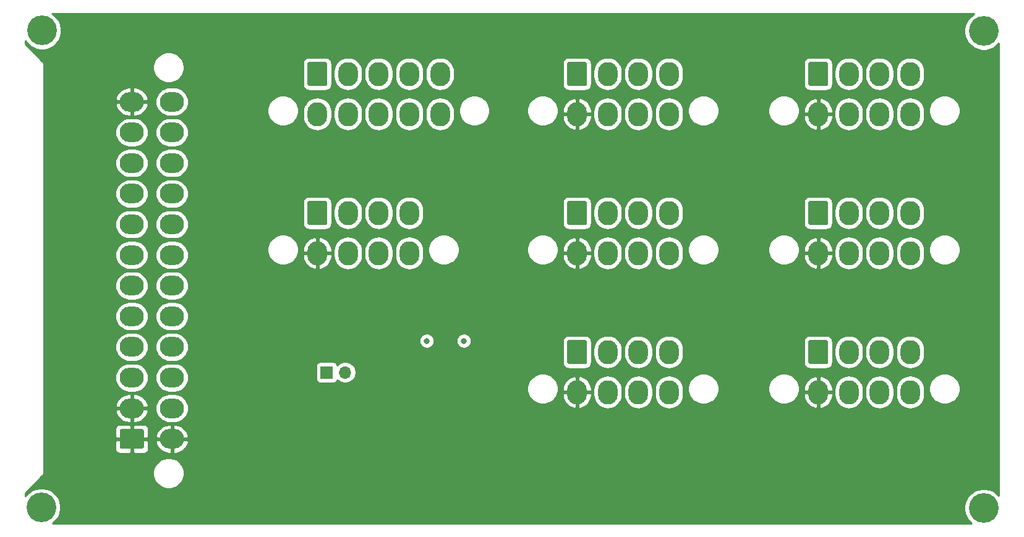
<source format=gbr>
%TF.GenerationSoftware,KiCad,Pcbnew,(5.1.7)-1*%
%TF.CreationDate,2020-11-11T18:46:54-08:00*%
%TF.ProjectId,ATX_PSU_Board,4154585f-5053-4555-9f42-6f6172642e6b,rev?*%
%TF.SameCoordinates,Original*%
%TF.FileFunction,Copper,L4,Bot*%
%TF.FilePolarity,Positive*%
%FSLAX46Y46*%
G04 Gerber Fmt 4.6, Leading zero omitted, Abs format (unit mm)*
G04 Created by KiCad (PCBNEW (5.1.7)-1) date 2020-11-11 18:46:54*
%MOMM*%
%LPD*%
G01*
G04 APERTURE LIST*
%TA.AperFunction,ComponentPad*%
%ADD10O,1.700000X1.700000*%
%TD*%
%TA.AperFunction,ComponentPad*%
%ADD11R,1.700000X1.700000*%
%TD*%
%TA.AperFunction,ComponentPad*%
%ADD12O,2.700000X3.300000*%
%TD*%
%TA.AperFunction,ComponentPad*%
%ADD13C,4.064000*%
%TD*%
%TA.AperFunction,ComponentPad*%
%ADD14O,3.300000X2.700000*%
%TD*%
%TA.AperFunction,ViaPad*%
%ADD15C,0.800000*%
%TD*%
%TA.AperFunction,Conductor*%
%ADD16C,0.254000*%
%TD*%
%TA.AperFunction,Conductor*%
%ADD17C,0.100000*%
%TD*%
G04 APERTURE END LIST*
D10*
%TO.P,J1,2*%
%TO.N,GND*%
X80010000Y-103124000D03*
D11*
%TO.P,J1,1*%
%TO.N,/PS_ON*%
X77470000Y-103124000D03*
%TD*%
D12*
%TO.P,J5,8*%
%TO.N,/+12V_SUPPLY*%
X157380000Y-67730000D03*
%TO.P,J5,7*%
%TO.N,/+5V_SUPPLY*%
X153180000Y-67730000D03*
%TO.P,J5,6*%
X148980000Y-67730000D03*
%TO.P,J5,5*%
%TO.N,/+3.3V_SUPPLY*%
X144780000Y-67730000D03*
%TO.P,J5,4*%
%TO.N,/+12V_SUPPLY*%
X157380000Y-62230000D03*
%TO.P,J5,3*%
X153180000Y-62230000D03*
%TO.P,J5,2*%
%TO.N,GND*%
X148980000Y-62230000D03*
%TO.P,J5,1*%
%TA.AperFunction,ComponentPad*%
G36*
G01*
X143430000Y-63629999D02*
X143430000Y-60830001D01*
G75*
G02*
X143680001Y-60580000I250001J0D01*
G01*
X145879999Y-60580000D01*
G75*
G02*
X146130000Y-60830001I0J-250001D01*
G01*
X146130000Y-63629999D01*
G75*
G02*
X145879999Y-63880000I-250001J0D01*
G01*
X143680001Y-63880000D01*
G75*
G02*
X143430000Y-63629999I0J250001D01*
G01*
G37*
%TD.AperFunction*%
%TD*%
%TO.P,J10,8*%
%TO.N,/+12V_SUPPLY*%
X157380000Y-105830000D03*
%TO.P,J10,7*%
%TO.N,/+5V_SUPPLY*%
X153180000Y-105830000D03*
%TO.P,J10,6*%
X148980000Y-105830000D03*
%TO.P,J10,5*%
%TO.N,/+3.3V_SUPPLY*%
X144780000Y-105830000D03*
%TO.P,J10,4*%
%TO.N,/+12V_SUPPLY*%
X157380000Y-100330000D03*
%TO.P,J10,3*%
X153180000Y-100330000D03*
%TO.P,J10,2*%
%TO.N,GND*%
X148980000Y-100330000D03*
%TO.P,J10,1*%
%TA.AperFunction,ComponentPad*%
G36*
G01*
X143430000Y-101729999D02*
X143430000Y-98930001D01*
G75*
G02*
X143680001Y-98680000I250001J0D01*
G01*
X145879999Y-98680000D01*
G75*
G02*
X146130000Y-98930001I0J-250001D01*
G01*
X146130000Y-101729999D01*
G75*
G02*
X145879999Y-101980000I-250001J0D01*
G01*
X143680001Y-101980000D01*
G75*
G02*
X143430000Y-101729999I0J250001D01*
G01*
G37*
%TD.AperFunction*%
%TD*%
D13*
%TO.P,H4,1*%
%TO.N,N/C*%
X167436800Y-56337200D03*
%TD*%
%TO.P,H3,1*%
%TO.N,N/C*%
X38404800Y-121615200D03*
%TD*%
%TO.P,H2,1*%
%TO.N,N/C*%
X167436800Y-121716800D03*
%TD*%
%TO.P,H1,1*%
%TO.N,N/C*%
X38506400Y-56286400D03*
%TD*%
D12*
%TO.P,J9,8*%
%TO.N,/+12V_SUPPLY*%
X124360000Y-105830000D03*
%TO.P,J9,7*%
%TO.N,/+5V_SUPPLY*%
X120160000Y-105830000D03*
%TO.P,J9,6*%
X115960000Y-105830000D03*
%TO.P,J9,5*%
%TO.N,/+3.3V_SUPPLY*%
X111760000Y-105830000D03*
%TO.P,J9,4*%
%TO.N,/+12V_SUPPLY*%
X124360000Y-100330000D03*
%TO.P,J9,3*%
X120160000Y-100330000D03*
%TO.P,J9,2*%
%TO.N,GND*%
X115960000Y-100330000D03*
%TO.P,J9,1*%
%TA.AperFunction,ComponentPad*%
G36*
G01*
X110410000Y-101729999D02*
X110410000Y-98930001D01*
G75*
G02*
X110660001Y-98680000I250001J0D01*
G01*
X112859999Y-98680000D01*
G75*
G02*
X113110000Y-98930001I0J-250001D01*
G01*
X113110000Y-101729999D01*
G75*
G02*
X112859999Y-101980000I-250001J0D01*
G01*
X110660001Y-101980000D01*
G75*
G02*
X110410000Y-101729999I0J250001D01*
G01*
G37*
%TD.AperFunction*%
%TD*%
%TO.P,J8,8*%
%TO.N,/+12V_SUPPLY*%
X157380000Y-86780000D03*
%TO.P,J8,7*%
%TO.N,/+5V_SUPPLY*%
X153180000Y-86780000D03*
%TO.P,J8,6*%
X148980000Y-86780000D03*
%TO.P,J8,5*%
%TO.N,/+3.3V_SUPPLY*%
X144780000Y-86780000D03*
%TO.P,J8,4*%
%TO.N,/+12V_SUPPLY*%
X157380000Y-81280000D03*
%TO.P,J8,3*%
X153180000Y-81280000D03*
%TO.P,J8,2*%
%TO.N,GND*%
X148980000Y-81280000D03*
%TO.P,J8,1*%
%TA.AperFunction,ComponentPad*%
G36*
G01*
X143430000Y-82679999D02*
X143430000Y-79880001D01*
G75*
G02*
X143680001Y-79630000I250001J0D01*
G01*
X145879999Y-79630000D01*
G75*
G02*
X146130000Y-79880001I0J-250001D01*
G01*
X146130000Y-82679999D01*
G75*
G02*
X145879999Y-82930000I-250001J0D01*
G01*
X143680001Y-82930000D01*
G75*
G02*
X143430000Y-82679999I0J250001D01*
G01*
G37*
%TD.AperFunction*%
%TD*%
%TO.P,J7,8*%
%TO.N,/+12V_SUPPLY*%
X124360000Y-86780000D03*
%TO.P,J7,7*%
%TO.N,/+5V_SUPPLY*%
X120160000Y-86780000D03*
%TO.P,J7,6*%
X115960000Y-86780000D03*
%TO.P,J7,5*%
%TO.N,/+3.3V_SUPPLY*%
X111760000Y-86780000D03*
%TO.P,J7,4*%
%TO.N,/+12V_SUPPLY*%
X124360000Y-81280000D03*
%TO.P,J7,3*%
X120160000Y-81280000D03*
%TO.P,J7,2*%
%TO.N,GND*%
X115960000Y-81280000D03*
%TO.P,J7,1*%
%TA.AperFunction,ComponentPad*%
G36*
G01*
X110410000Y-82679999D02*
X110410000Y-79880001D01*
G75*
G02*
X110660001Y-79630000I250001J0D01*
G01*
X112859999Y-79630000D01*
G75*
G02*
X113110000Y-79880001I0J-250001D01*
G01*
X113110000Y-82679999D01*
G75*
G02*
X112859999Y-82930000I-250001J0D01*
G01*
X110660001Y-82930000D01*
G75*
G02*
X110410000Y-82679999I0J250001D01*
G01*
G37*
%TD.AperFunction*%
%TD*%
%TO.P,J6,8*%
%TO.N,/+12V_SUPPLY*%
X88800000Y-86780000D03*
%TO.P,J6,7*%
%TO.N,/+5V_SUPPLY*%
X84600000Y-86780000D03*
%TO.P,J6,6*%
X80400000Y-86780000D03*
%TO.P,J6,5*%
%TO.N,/+3.3V_SUPPLY*%
X76200000Y-86780000D03*
%TO.P,J6,4*%
%TO.N,/+12V_SUPPLY*%
X88800000Y-81280000D03*
%TO.P,J6,3*%
X84600000Y-81280000D03*
%TO.P,J6,2*%
%TO.N,GND*%
X80400000Y-81280000D03*
%TO.P,J6,1*%
%TA.AperFunction,ComponentPad*%
G36*
G01*
X74850000Y-82679999D02*
X74850000Y-79880001D01*
G75*
G02*
X75100001Y-79630000I250001J0D01*
G01*
X77299999Y-79630000D01*
G75*
G02*
X77550000Y-79880001I0J-250001D01*
G01*
X77550000Y-82679999D01*
G75*
G02*
X77299999Y-82930000I-250001J0D01*
G01*
X75100001Y-82930000D01*
G75*
G02*
X74850000Y-82679999I0J250001D01*
G01*
G37*
%TD.AperFunction*%
%TD*%
%TO.P,J4,8*%
%TO.N,/+12V_SUPPLY*%
X124360000Y-67730000D03*
%TO.P,J4,7*%
%TO.N,/+5V_SUPPLY*%
X120160000Y-67730000D03*
%TO.P,J4,6*%
X115960000Y-67730000D03*
%TO.P,J4,5*%
%TO.N,/+3.3V_SUPPLY*%
X111760000Y-67730000D03*
%TO.P,J4,4*%
%TO.N,/+12V_SUPPLY*%
X124360000Y-62230000D03*
%TO.P,J4,3*%
X120160000Y-62230000D03*
%TO.P,J4,2*%
%TO.N,GND*%
X115960000Y-62230000D03*
%TO.P,J4,1*%
%TA.AperFunction,ComponentPad*%
G36*
G01*
X110410000Y-63629999D02*
X110410000Y-60830001D01*
G75*
G02*
X110660001Y-60580000I250001J0D01*
G01*
X112859999Y-60580000D01*
G75*
G02*
X113110000Y-60830001I0J-250001D01*
G01*
X113110000Y-63629999D01*
G75*
G02*
X112859999Y-63880000I-250001J0D01*
G01*
X110660001Y-63880000D01*
G75*
G02*
X110410000Y-63629999I0J250001D01*
G01*
G37*
%TD.AperFunction*%
%TD*%
%TO.P,J3,10*%
%TO.N,GND*%
X93000000Y-67730000D03*
%TO.P,J3,9*%
X88800000Y-67730000D03*
%TO.P,J3,8*%
%TO.N,/+12V_SUPPLY*%
X84600000Y-67730000D03*
%TO.P,J3,7*%
%TO.N,/+5V_SUPPLY*%
X80400000Y-67730000D03*
%TO.P,J3,6*%
X76200000Y-67730000D03*
%TO.P,J3,5*%
%TO.N,GND*%
X93000000Y-62230000D03*
%TO.P,J3,4*%
X88800000Y-62230000D03*
%TO.P,J3,3*%
%TO.N,/+5V_SUPPLY*%
X84600000Y-62230000D03*
%TO.P,J3,2*%
X80400000Y-62230000D03*
%TO.P,J3,1*%
%TA.AperFunction,ComponentPad*%
G36*
G01*
X74850000Y-63629999D02*
X74850000Y-60830001D01*
G75*
G02*
X75100001Y-60580000I250001J0D01*
G01*
X77299999Y-60580000D01*
G75*
G02*
X77550000Y-60830001I0J-250001D01*
G01*
X77550000Y-63629999D01*
G75*
G02*
X77299999Y-63880000I-250001J0D01*
G01*
X75100001Y-63880000D01*
G75*
G02*
X74850000Y-63629999I0J250001D01*
G01*
G37*
%TD.AperFunction*%
%TD*%
D14*
%TO.P,J2,24*%
%TO.N,GND*%
X56300000Y-66040000D03*
%TO.P,J2,23*%
%TO.N,/+5V_SUPPLY*%
X56300000Y-70240000D03*
%TO.P,J2,22*%
X56300000Y-74440000D03*
%TO.P,J2,21*%
X56300000Y-78640000D03*
%TO.P,J2,20*%
%TO.N,Net-(J2-Pad20)*%
X56300000Y-82840000D03*
%TO.P,J2,19*%
%TO.N,GND*%
X56300000Y-87040000D03*
%TO.P,J2,18*%
X56300000Y-91240000D03*
%TO.P,J2,17*%
X56300000Y-95440000D03*
%TO.P,J2,16*%
%TO.N,/PS_ON*%
X56300000Y-99640000D03*
%TO.P,J2,15*%
%TO.N,GND*%
X56300000Y-103840000D03*
%TO.P,J2,14*%
%TO.N,Net-(J2-Pad14)*%
X56300000Y-108040000D03*
%TO.P,J2,13*%
%TO.N,/+3.3V_SUPPLY*%
X56300000Y-112240000D03*
%TO.P,J2,12*%
X50800000Y-66040000D03*
%TO.P,J2,11*%
%TO.N,/+12V_SUPPLY*%
X50800000Y-70240000D03*
%TO.P,J2,10*%
X50800000Y-74440000D03*
%TO.P,J2,9*%
%TO.N,/+5VSB_SUPPLY*%
X50800000Y-78640000D03*
%TO.P,J2,8*%
%TO.N,/PWR_OK*%
X50800000Y-82840000D03*
%TO.P,J2,7*%
%TO.N,GND*%
X50800000Y-87040000D03*
%TO.P,J2,6*%
%TO.N,/+5V_SUPPLY*%
X50800000Y-91240000D03*
%TO.P,J2,5*%
%TO.N,GND*%
X50800000Y-95440000D03*
%TO.P,J2,4*%
%TO.N,/+5V_SUPPLY*%
X50800000Y-99640000D03*
%TO.P,J2,3*%
%TO.N,GND*%
X50800000Y-103840000D03*
%TO.P,J2,2*%
%TO.N,/+3.3V_SUPPLY*%
X50800000Y-108040000D03*
%TO.P,J2,1*%
%TA.AperFunction,ComponentPad*%
G36*
G01*
X52199999Y-113590000D02*
X49400001Y-113590000D01*
G75*
G02*
X49150000Y-113339999I0J250001D01*
G01*
X49150000Y-111140001D01*
G75*
G02*
X49400001Y-110890000I250001J0D01*
G01*
X52199999Y-110890000D01*
G75*
G02*
X52450000Y-111140001I0J-250001D01*
G01*
X52450000Y-113339999D01*
G75*
G02*
X52199999Y-113590000I-250001J0D01*
G01*
G37*
%TD.AperFunction*%
%TD*%
D15*
%TO.N,/+5V_SUPPLY*%
X91186000Y-98806000D03*
%TO.N,/+3.3V_SUPPLY*%
X93726000Y-98806000D03*
%TO.N,/+12V_SUPPLY*%
X96266000Y-98806000D03*
%TD*%
D16*
%TO.N,/+3.3V_SUPPLY*%
X165736687Y-54265606D02*
X165365206Y-54637087D01*
X165073336Y-55073902D01*
X164872292Y-55559265D01*
X164769800Y-56074523D01*
X164769800Y-56599877D01*
X164872292Y-57115135D01*
X165073336Y-57600498D01*
X165365206Y-58037313D01*
X165736687Y-58408794D01*
X166173502Y-58700664D01*
X166658865Y-58901708D01*
X167174123Y-59004200D01*
X167699477Y-59004200D01*
X168214735Y-58901708D01*
X168700098Y-58700664D01*
X169136913Y-58408794D01*
X169508394Y-58037313D01*
X169520001Y-58019942D01*
X169520000Y-120034057D01*
X169508394Y-120016687D01*
X169136913Y-119645206D01*
X168700098Y-119353336D01*
X168214735Y-119152292D01*
X167699477Y-119049800D01*
X167174123Y-119049800D01*
X166658865Y-119152292D01*
X166173502Y-119353336D01*
X165736687Y-119645206D01*
X165365206Y-120016687D01*
X165073336Y-120453502D01*
X164872292Y-120938865D01*
X164769800Y-121454123D01*
X164769800Y-121979477D01*
X164872292Y-122494735D01*
X165073336Y-122980098D01*
X165365206Y-123416913D01*
X165736687Y-123788394D01*
X165754057Y-123800000D01*
X39935488Y-123800000D01*
X40104913Y-123686794D01*
X40476394Y-123315313D01*
X40768264Y-122878498D01*
X40969308Y-122393135D01*
X41071800Y-121877877D01*
X41071800Y-121352523D01*
X40969308Y-120837265D01*
X40768264Y-120351902D01*
X40476394Y-119915087D01*
X40104913Y-119543606D01*
X39668098Y-119251736D01*
X39182735Y-119050692D01*
X38667477Y-118948200D01*
X38142123Y-118948200D01*
X37626865Y-119050692D01*
X37141502Y-119251736D01*
X36704687Y-119543606D01*
X36333206Y-119915087D01*
X36220000Y-120084512D01*
X36220000Y-119653380D01*
X38543769Y-117329612D01*
X38568948Y-117308948D01*
X38651425Y-117208450D01*
X38712710Y-117093793D01*
X38750450Y-116969383D01*
X38760000Y-116872419D01*
X38760000Y-116872410D01*
X38763192Y-116840001D01*
X38760000Y-116807592D01*
X38760000Y-116729721D01*
X53705000Y-116729721D01*
X53705000Y-117150279D01*
X53787047Y-117562756D01*
X53947988Y-117951302D01*
X54181637Y-118300983D01*
X54479017Y-118598363D01*
X54828698Y-118832012D01*
X55217244Y-118992953D01*
X55629721Y-119075000D01*
X56050279Y-119075000D01*
X56462756Y-118992953D01*
X56851302Y-118832012D01*
X57200983Y-118598363D01*
X57498363Y-118300983D01*
X57732012Y-117951302D01*
X57892953Y-117562756D01*
X57975000Y-117150279D01*
X57975000Y-116729721D01*
X57892953Y-116317244D01*
X57732012Y-115928698D01*
X57498363Y-115579017D01*
X57200983Y-115281637D01*
X56851302Y-115047988D01*
X56462756Y-114887047D01*
X56050279Y-114805000D01*
X55629721Y-114805000D01*
X55217244Y-114887047D01*
X54828698Y-115047988D01*
X54479017Y-115281637D01*
X54181637Y-115579017D01*
X53947988Y-115928698D01*
X53787047Y-116317244D01*
X53705000Y-116729721D01*
X38760000Y-116729721D01*
X38760000Y-113590000D01*
X48511928Y-113590000D01*
X48524188Y-113714482D01*
X48560498Y-113834180D01*
X48619463Y-113944494D01*
X48698815Y-114041185D01*
X48795506Y-114120537D01*
X48905820Y-114179502D01*
X49025518Y-114215812D01*
X49150000Y-114228072D01*
X50514250Y-114225000D01*
X50673000Y-114066250D01*
X50673000Y-112367000D01*
X50927000Y-112367000D01*
X50927000Y-114066250D01*
X51085750Y-114225000D01*
X52450000Y-114228072D01*
X52574482Y-114215812D01*
X52694180Y-114179502D01*
X52804494Y-114120537D01*
X52901185Y-114041185D01*
X52980537Y-113944494D01*
X53039502Y-113834180D01*
X53075812Y-113714482D01*
X53088072Y-113590000D01*
X53085432Y-112675323D01*
X54063323Y-112675323D01*
X54117499Y-112882295D01*
X54278976Y-113237211D01*
X54506591Y-113553805D01*
X54791597Y-113819910D01*
X55123041Y-114025300D01*
X55488186Y-114162082D01*
X55873000Y-114225000D01*
X56173000Y-114225000D01*
X56173000Y-112367000D01*
X56427000Y-112367000D01*
X56427000Y-114225000D01*
X56727000Y-114225000D01*
X57111814Y-114162082D01*
X57476959Y-114025300D01*
X57808403Y-113819910D01*
X58093409Y-113553805D01*
X58321024Y-113237211D01*
X58482501Y-112882295D01*
X58536677Y-112675323D01*
X58421829Y-112367000D01*
X56427000Y-112367000D01*
X56173000Y-112367000D01*
X54178171Y-112367000D01*
X54063323Y-112675323D01*
X53085432Y-112675323D01*
X53085000Y-112525750D01*
X52926250Y-112367000D01*
X50927000Y-112367000D01*
X50673000Y-112367000D01*
X48673750Y-112367000D01*
X48515000Y-112525750D01*
X48511928Y-113590000D01*
X38760000Y-113590000D01*
X38760000Y-110890000D01*
X48511928Y-110890000D01*
X48515000Y-111954250D01*
X48673750Y-112113000D01*
X50673000Y-112113000D01*
X50673000Y-110413750D01*
X50927000Y-110413750D01*
X50927000Y-112113000D01*
X52926250Y-112113000D01*
X53085000Y-111954250D01*
X53085431Y-111804677D01*
X54063323Y-111804677D01*
X54178171Y-112113000D01*
X56173000Y-112113000D01*
X56173000Y-110255000D01*
X56427000Y-110255000D01*
X56427000Y-112113000D01*
X58421829Y-112113000D01*
X58536677Y-111804677D01*
X58482501Y-111597705D01*
X58321024Y-111242789D01*
X58093409Y-110926195D01*
X57808403Y-110660090D01*
X57476959Y-110454700D01*
X57111814Y-110317918D01*
X56727000Y-110255000D01*
X56427000Y-110255000D01*
X56173000Y-110255000D01*
X55873000Y-110255000D01*
X55488186Y-110317918D01*
X55123041Y-110454700D01*
X54791597Y-110660090D01*
X54506591Y-110926195D01*
X54278976Y-111242789D01*
X54117499Y-111597705D01*
X54063323Y-111804677D01*
X53085431Y-111804677D01*
X53088072Y-110890000D01*
X53075812Y-110765518D01*
X53039502Y-110645820D01*
X52980537Y-110535506D01*
X52901185Y-110438815D01*
X52804494Y-110359463D01*
X52694180Y-110300498D01*
X52574482Y-110264188D01*
X52450000Y-110251928D01*
X51085750Y-110255000D01*
X50927000Y-110413750D01*
X50673000Y-110413750D01*
X50514250Y-110255000D01*
X49150000Y-110251928D01*
X49025518Y-110264188D01*
X48905820Y-110300498D01*
X48795506Y-110359463D01*
X48698815Y-110438815D01*
X48619463Y-110535506D01*
X48560498Y-110645820D01*
X48524188Y-110765518D01*
X48511928Y-110890000D01*
X38760000Y-110890000D01*
X38760000Y-108475323D01*
X48563323Y-108475323D01*
X48617499Y-108682295D01*
X48778976Y-109037211D01*
X49006591Y-109353805D01*
X49291597Y-109619910D01*
X49623041Y-109825300D01*
X49988186Y-109962082D01*
X50373000Y-110025000D01*
X50673000Y-110025000D01*
X50673000Y-108167000D01*
X50927000Y-108167000D01*
X50927000Y-110025000D01*
X51227000Y-110025000D01*
X51611814Y-109962082D01*
X51976959Y-109825300D01*
X52308403Y-109619910D01*
X52593409Y-109353805D01*
X52821024Y-109037211D01*
X52982501Y-108682295D01*
X53036677Y-108475323D01*
X52921829Y-108167000D01*
X50927000Y-108167000D01*
X50673000Y-108167000D01*
X48678171Y-108167000D01*
X48563323Y-108475323D01*
X38760000Y-108475323D01*
X38760000Y-108040000D01*
X54005396Y-108040000D01*
X54043722Y-108429128D01*
X54157226Y-108803302D01*
X54341547Y-109148143D01*
X54589602Y-109450398D01*
X54891857Y-109698453D01*
X55236698Y-109882774D01*
X55610872Y-109996278D01*
X55902490Y-110025000D01*
X56697510Y-110025000D01*
X56989128Y-109996278D01*
X57363302Y-109882774D01*
X57708143Y-109698453D01*
X58010398Y-109450398D01*
X58258453Y-109148143D01*
X58442774Y-108803302D01*
X58556278Y-108429128D01*
X58594604Y-108040000D01*
X58556278Y-107650872D01*
X58442774Y-107276698D01*
X58258453Y-106931857D01*
X58010398Y-106629602D01*
X57708143Y-106381547D01*
X57363302Y-106197226D01*
X56989128Y-106083722D01*
X56697510Y-106055000D01*
X55902490Y-106055000D01*
X55610872Y-106083722D01*
X55236698Y-106197226D01*
X54891857Y-106381547D01*
X54589602Y-106629602D01*
X54341547Y-106931857D01*
X54157226Y-107276698D01*
X54043722Y-107650872D01*
X54005396Y-108040000D01*
X38760000Y-108040000D01*
X38760000Y-107604677D01*
X48563323Y-107604677D01*
X48678171Y-107913000D01*
X50673000Y-107913000D01*
X50673000Y-106055000D01*
X50927000Y-106055000D01*
X50927000Y-107913000D01*
X52921829Y-107913000D01*
X53036677Y-107604677D01*
X52982501Y-107397705D01*
X52821024Y-107042789D01*
X52593409Y-106726195D01*
X52308403Y-106460090D01*
X51976959Y-106254700D01*
X51611814Y-106117918D01*
X51227000Y-106055000D01*
X50927000Y-106055000D01*
X50673000Y-106055000D01*
X50373000Y-106055000D01*
X49988186Y-106117918D01*
X49623041Y-106254700D01*
X49291597Y-106460090D01*
X49006591Y-106726195D01*
X48778976Y-107042789D01*
X48617499Y-107397705D01*
X48563323Y-107604677D01*
X38760000Y-107604677D01*
X38760000Y-103840000D01*
X48505396Y-103840000D01*
X48543722Y-104229128D01*
X48657226Y-104603302D01*
X48841547Y-104948143D01*
X49089602Y-105250398D01*
X49391857Y-105498453D01*
X49736698Y-105682774D01*
X50110872Y-105796278D01*
X50402490Y-105825000D01*
X51197510Y-105825000D01*
X51489128Y-105796278D01*
X51863302Y-105682774D01*
X52208143Y-105498453D01*
X52510398Y-105250398D01*
X52758453Y-104948143D01*
X52942774Y-104603302D01*
X53056278Y-104229128D01*
X53094604Y-103840000D01*
X54005396Y-103840000D01*
X54043722Y-104229128D01*
X54157226Y-104603302D01*
X54341547Y-104948143D01*
X54589602Y-105250398D01*
X54891857Y-105498453D01*
X55236698Y-105682774D01*
X55610872Y-105796278D01*
X55902490Y-105825000D01*
X56697510Y-105825000D01*
X56989128Y-105796278D01*
X57363302Y-105682774D01*
X57708143Y-105498453D01*
X58010398Y-105250398D01*
X58084814Y-105159721D01*
X104925000Y-105159721D01*
X104925000Y-105580279D01*
X105007047Y-105992756D01*
X105167988Y-106381302D01*
X105401637Y-106730983D01*
X105699017Y-107028363D01*
X106048698Y-107262012D01*
X106437244Y-107422953D01*
X106849721Y-107505000D01*
X107270279Y-107505000D01*
X107682756Y-107422953D01*
X108071302Y-107262012D01*
X108420983Y-107028363D01*
X108718363Y-106730983D01*
X108952012Y-106381302D01*
X109112953Y-105992756D01*
X109120065Y-105957000D01*
X109775000Y-105957000D01*
X109775000Y-106257000D01*
X109837918Y-106641814D01*
X109974700Y-107006959D01*
X110180090Y-107338403D01*
X110446195Y-107623409D01*
X110762789Y-107851024D01*
X111117705Y-108012501D01*
X111324677Y-108066677D01*
X111633000Y-107951829D01*
X111633000Y-105957000D01*
X111887000Y-105957000D01*
X111887000Y-107951829D01*
X112195323Y-108066677D01*
X112402295Y-108012501D01*
X112757211Y-107851024D01*
X113073805Y-107623409D01*
X113339910Y-107338403D01*
X113545300Y-107006959D01*
X113682082Y-106641814D01*
X113745000Y-106257000D01*
X113745000Y-105957000D01*
X111887000Y-105957000D01*
X111633000Y-105957000D01*
X109775000Y-105957000D01*
X109120065Y-105957000D01*
X109195000Y-105580279D01*
X109195000Y-105403000D01*
X109775000Y-105403000D01*
X109775000Y-105703000D01*
X111633000Y-105703000D01*
X111633000Y-103708171D01*
X111887000Y-103708171D01*
X111887000Y-105703000D01*
X113745000Y-105703000D01*
X113745000Y-105432491D01*
X113975000Y-105432491D01*
X113975000Y-106227510D01*
X114003722Y-106519128D01*
X114117226Y-106893302D01*
X114301547Y-107238143D01*
X114549603Y-107540398D01*
X114851858Y-107788453D01*
X115196699Y-107972774D01*
X115570873Y-108086278D01*
X115960000Y-108124604D01*
X116349128Y-108086278D01*
X116723302Y-107972774D01*
X117068143Y-107788453D01*
X117370398Y-107540398D01*
X117618453Y-107238143D01*
X117802774Y-106893302D01*
X117916278Y-106519127D01*
X117945000Y-106227509D01*
X117945000Y-105432491D01*
X118175000Y-105432491D01*
X118175000Y-106227510D01*
X118203722Y-106519128D01*
X118317226Y-106893302D01*
X118501547Y-107238143D01*
X118749603Y-107540398D01*
X119051858Y-107788453D01*
X119396699Y-107972774D01*
X119770873Y-108086278D01*
X120160000Y-108124604D01*
X120549128Y-108086278D01*
X120923302Y-107972774D01*
X121268143Y-107788453D01*
X121570398Y-107540398D01*
X121818453Y-107238143D01*
X122002774Y-106893302D01*
X122116278Y-106519127D01*
X122145000Y-106227509D01*
X122145000Y-105432491D01*
X122375000Y-105432491D01*
X122375000Y-106227510D01*
X122403722Y-106519128D01*
X122517226Y-106893302D01*
X122701547Y-107238143D01*
X122949603Y-107540398D01*
X123251858Y-107788453D01*
X123596699Y-107972774D01*
X123970873Y-108086278D01*
X124360000Y-108124604D01*
X124749128Y-108086278D01*
X125123302Y-107972774D01*
X125468143Y-107788453D01*
X125770398Y-107540398D01*
X126018453Y-107238143D01*
X126202774Y-106893302D01*
X126316278Y-106519127D01*
X126345000Y-106227509D01*
X126345000Y-105432490D01*
X126318135Y-105159721D01*
X126925000Y-105159721D01*
X126925000Y-105580279D01*
X127007047Y-105992756D01*
X127167988Y-106381302D01*
X127401637Y-106730983D01*
X127699017Y-107028363D01*
X128048698Y-107262012D01*
X128437244Y-107422953D01*
X128849721Y-107505000D01*
X129270279Y-107505000D01*
X129682756Y-107422953D01*
X130071302Y-107262012D01*
X130420983Y-107028363D01*
X130718363Y-106730983D01*
X130952012Y-106381302D01*
X131112953Y-105992756D01*
X131195000Y-105580279D01*
X131195000Y-105159721D01*
X137945000Y-105159721D01*
X137945000Y-105580279D01*
X138027047Y-105992756D01*
X138187988Y-106381302D01*
X138421637Y-106730983D01*
X138719017Y-107028363D01*
X139068698Y-107262012D01*
X139457244Y-107422953D01*
X139869721Y-107505000D01*
X140290279Y-107505000D01*
X140702756Y-107422953D01*
X141091302Y-107262012D01*
X141440983Y-107028363D01*
X141738363Y-106730983D01*
X141972012Y-106381302D01*
X142132953Y-105992756D01*
X142140065Y-105957000D01*
X142795000Y-105957000D01*
X142795000Y-106257000D01*
X142857918Y-106641814D01*
X142994700Y-107006959D01*
X143200090Y-107338403D01*
X143466195Y-107623409D01*
X143782789Y-107851024D01*
X144137705Y-108012501D01*
X144344677Y-108066677D01*
X144653000Y-107951829D01*
X144653000Y-105957000D01*
X144907000Y-105957000D01*
X144907000Y-107951829D01*
X145215323Y-108066677D01*
X145422295Y-108012501D01*
X145777211Y-107851024D01*
X146093805Y-107623409D01*
X146359910Y-107338403D01*
X146565300Y-107006959D01*
X146702082Y-106641814D01*
X146765000Y-106257000D01*
X146765000Y-105957000D01*
X144907000Y-105957000D01*
X144653000Y-105957000D01*
X142795000Y-105957000D01*
X142140065Y-105957000D01*
X142215000Y-105580279D01*
X142215000Y-105403000D01*
X142795000Y-105403000D01*
X142795000Y-105703000D01*
X144653000Y-105703000D01*
X144653000Y-103708171D01*
X144907000Y-103708171D01*
X144907000Y-105703000D01*
X146765000Y-105703000D01*
X146765000Y-105432491D01*
X146995000Y-105432491D01*
X146995000Y-106227510D01*
X147023722Y-106519128D01*
X147137226Y-106893302D01*
X147321547Y-107238143D01*
X147569603Y-107540398D01*
X147871858Y-107788453D01*
X148216699Y-107972774D01*
X148590873Y-108086278D01*
X148980000Y-108124604D01*
X149369128Y-108086278D01*
X149743302Y-107972774D01*
X150088143Y-107788453D01*
X150390398Y-107540398D01*
X150638453Y-107238143D01*
X150822774Y-106893302D01*
X150936278Y-106519127D01*
X150965000Y-106227509D01*
X150965000Y-105432491D01*
X151195000Y-105432491D01*
X151195000Y-106227510D01*
X151223722Y-106519128D01*
X151337226Y-106893302D01*
X151521547Y-107238143D01*
X151769603Y-107540398D01*
X152071858Y-107788453D01*
X152416699Y-107972774D01*
X152790873Y-108086278D01*
X153180000Y-108124604D01*
X153569128Y-108086278D01*
X153943302Y-107972774D01*
X154288143Y-107788453D01*
X154590398Y-107540398D01*
X154838453Y-107238143D01*
X155022774Y-106893302D01*
X155136278Y-106519127D01*
X155165000Y-106227509D01*
X155165000Y-105432491D01*
X155395000Y-105432491D01*
X155395000Y-106227510D01*
X155423722Y-106519128D01*
X155537226Y-106893302D01*
X155721547Y-107238143D01*
X155969603Y-107540398D01*
X156271858Y-107788453D01*
X156616699Y-107972774D01*
X156990873Y-108086278D01*
X157380000Y-108124604D01*
X157769128Y-108086278D01*
X158143302Y-107972774D01*
X158488143Y-107788453D01*
X158790398Y-107540398D01*
X159038453Y-107238143D01*
X159222774Y-106893302D01*
X159336278Y-106519127D01*
X159365000Y-106227509D01*
X159365000Y-105432490D01*
X159338135Y-105159721D01*
X159945000Y-105159721D01*
X159945000Y-105580279D01*
X160027047Y-105992756D01*
X160187988Y-106381302D01*
X160421637Y-106730983D01*
X160719017Y-107028363D01*
X161068698Y-107262012D01*
X161457244Y-107422953D01*
X161869721Y-107505000D01*
X162290279Y-107505000D01*
X162702756Y-107422953D01*
X163091302Y-107262012D01*
X163440983Y-107028363D01*
X163738363Y-106730983D01*
X163972012Y-106381302D01*
X164132953Y-105992756D01*
X164215000Y-105580279D01*
X164215000Y-105159721D01*
X164132953Y-104747244D01*
X163972012Y-104358698D01*
X163738363Y-104009017D01*
X163440983Y-103711637D01*
X163091302Y-103477988D01*
X162702756Y-103317047D01*
X162290279Y-103235000D01*
X161869721Y-103235000D01*
X161457244Y-103317047D01*
X161068698Y-103477988D01*
X160719017Y-103711637D01*
X160421637Y-104009017D01*
X160187988Y-104358698D01*
X160027047Y-104747244D01*
X159945000Y-105159721D01*
X159338135Y-105159721D01*
X159336278Y-105140872D01*
X159222774Y-104766698D01*
X159038453Y-104421857D01*
X158790398Y-104119602D01*
X158488143Y-103871547D01*
X158143301Y-103687226D01*
X157769127Y-103573722D01*
X157380000Y-103535396D01*
X156990872Y-103573722D01*
X156616698Y-103687226D01*
X156271857Y-103871547D01*
X155969602Y-104119602D01*
X155721547Y-104421857D01*
X155537226Y-104766699D01*
X155423722Y-105140873D01*
X155395000Y-105432491D01*
X155165000Y-105432491D01*
X155165000Y-105432490D01*
X155136278Y-105140872D01*
X155022774Y-104766698D01*
X154838453Y-104421857D01*
X154590398Y-104119602D01*
X154288143Y-103871547D01*
X153943301Y-103687226D01*
X153569127Y-103573722D01*
X153180000Y-103535396D01*
X152790872Y-103573722D01*
X152416698Y-103687226D01*
X152071857Y-103871547D01*
X151769602Y-104119602D01*
X151521547Y-104421857D01*
X151337226Y-104766699D01*
X151223722Y-105140873D01*
X151195000Y-105432491D01*
X150965000Y-105432491D01*
X150965000Y-105432490D01*
X150936278Y-105140872D01*
X150822774Y-104766698D01*
X150638453Y-104421857D01*
X150390398Y-104119602D01*
X150088143Y-103871547D01*
X149743301Y-103687226D01*
X149369127Y-103573722D01*
X148980000Y-103535396D01*
X148590872Y-103573722D01*
X148216698Y-103687226D01*
X147871857Y-103871547D01*
X147569602Y-104119602D01*
X147321547Y-104421857D01*
X147137226Y-104766699D01*
X147023722Y-105140873D01*
X146995000Y-105432491D01*
X146765000Y-105432491D01*
X146765000Y-105403000D01*
X146702082Y-105018186D01*
X146565300Y-104653041D01*
X146359910Y-104321597D01*
X146093805Y-104036591D01*
X145777211Y-103808976D01*
X145422295Y-103647499D01*
X145215323Y-103593323D01*
X144907000Y-103708171D01*
X144653000Y-103708171D01*
X144344677Y-103593323D01*
X144137705Y-103647499D01*
X143782789Y-103808976D01*
X143466195Y-104036591D01*
X143200090Y-104321597D01*
X142994700Y-104653041D01*
X142857918Y-105018186D01*
X142795000Y-105403000D01*
X142215000Y-105403000D01*
X142215000Y-105159721D01*
X142132953Y-104747244D01*
X141972012Y-104358698D01*
X141738363Y-104009017D01*
X141440983Y-103711637D01*
X141091302Y-103477988D01*
X140702756Y-103317047D01*
X140290279Y-103235000D01*
X139869721Y-103235000D01*
X139457244Y-103317047D01*
X139068698Y-103477988D01*
X138719017Y-103711637D01*
X138421637Y-104009017D01*
X138187988Y-104358698D01*
X138027047Y-104747244D01*
X137945000Y-105159721D01*
X131195000Y-105159721D01*
X131112953Y-104747244D01*
X130952012Y-104358698D01*
X130718363Y-104009017D01*
X130420983Y-103711637D01*
X130071302Y-103477988D01*
X129682756Y-103317047D01*
X129270279Y-103235000D01*
X128849721Y-103235000D01*
X128437244Y-103317047D01*
X128048698Y-103477988D01*
X127699017Y-103711637D01*
X127401637Y-104009017D01*
X127167988Y-104358698D01*
X127007047Y-104747244D01*
X126925000Y-105159721D01*
X126318135Y-105159721D01*
X126316278Y-105140872D01*
X126202774Y-104766698D01*
X126018453Y-104421857D01*
X125770398Y-104119602D01*
X125468143Y-103871547D01*
X125123301Y-103687226D01*
X124749127Y-103573722D01*
X124360000Y-103535396D01*
X123970872Y-103573722D01*
X123596698Y-103687226D01*
X123251857Y-103871547D01*
X122949602Y-104119602D01*
X122701547Y-104421857D01*
X122517226Y-104766699D01*
X122403722Y-105140873D01*
X122375000Y-105432491D01*
X122145000Y-105432491D01*
X122145000Y-105432490D01*
X122116278Y-105140872D01*
X122002774Y-104766698D01*
X121818453Y-104421857D01*
X121570398Y-104119602D01*
X121268143Y-103871547D01*
X120923301Y-103687226D01*
X120549127Y-103573722D01*
X120160000Y-103535396D01*
X119770872Y-103573722D01*
X119396698Y-103687226D01*
X119051857Y-103871547D01*
X118749602Y-104119602D01*
X118501547Y-104421857D01*
X118317226Y-104766699D01*
X118203722Y-105140873D01*
X118175000Y-105432491D01*
X117945000Y-105432491D01*
X117945000Y-105432490D01*
X117916278Y-105140872D01*
X117802774Y-104766698D01*
X117618453Y-104421857D01*
X117370398Y-104119602D01*
X117068143Y-103871547D01*
X116723301Y-103687226D01*
X116349127Y-103573722D01*
X115960000Y-103535396D01*
X115570872Y-103573722D01*
X115196698Y-103687226D01*
X114851857Y-103871547D01*
X114549602Y-104119602D01*
X114301547Y-104421857D01*
X114117226Y-104766699D01*
X114003722Y-105140873D01*
X113975000Y-105432491D01*
X113745000Y-105432491D01*
X113745000Y-105403000D01*
X113682082Y-105018186D01*
X113545300Y-104653041D01*
X113339910Y-104321597D01*
X113073805Y-104036591D01*
X112757211Y-103808976D01*
X112402295Y-103647499D01*
X112195323Y-103593323D01*
X111887000Y-103708171D01*
X111633000Y-103708171D01*
X111324677Y-103593323D01*
X111117705Y-103647499D01*
X110762789Y-103808976D01*
X110446195Y-104036591D01*
X110180090Y-104321597D01*
X109974700Y-104653041D01*
X109837918Y-105018186D01*
X109775000Y-105403000D01*
X109195000Y-105403000D01*
X109195000Y-105159721D01*
X109112953Y-104747244D01*
X108952012Y-104358698D01*
X108718363Y-104009017D01*
X108420983Y-103711637D01*
X108071302Y-103477988D01*
X107682756Y-103317047D01*
X107270279Y-103235000D01*
X106849721Y-103235000D01*
X106437244Y-103317047D01*
X106048698Y-103477988D01*
X105699017Y-103711637D01*
X105401637Y-104009017D01*
X105167988Y-104358698D01*
X105007047Y-104747244D01*
X104925000Y-105159721D01*
X58084814Y-105159721D01*
X58258453Y-104948143D01*
X58442774Y-104603302D01*
X58556278Y-104229128D01*
X58594604Y-103840000D01*
X58556278Y-103450872D01*
X58442774Y-103076698D01*
X58258453Y-102731857D01*
X58010398Y-102429602D01*
X57820797Y-102274000D01*
X75981928Y-102274000D01*
X75981928Y-103974000D01*
X75994188Y-104098482D01*
X76030498Y-104218180D01*
X76089463Y-104328494D01*
X76168815Y-104425185D01*
X76265506Y-104504537D01*
X76375820Y-104563502D01*
X76495518Y-104599812D01*
X76620000Y-104612072D01*
X78320000Y-104612072D01*
X78444482Y-104599812D01*
X78564180Y-104563502D01*
X78674494Y-104504537D01*
X78771185Y-104425185D01*
X78850537Y-104328494D01*
X78909502Y-104218180D01*
X78931513Y-104145620D01*
X79063368Y-104277475D01*
X79306589Y-104439990D01*
X79576842Y-104551932D01*
X79863740Y-104609000D01*
X80156260Y-104609000D01*
X80443158Y-104551932D01*
X80713411Y-104439990D01*
X80956632Y-104277475D01*
X81163475Y-104070632D01*
X81325990Y-103827411D01*
X81437932Y-103557158D01*
X81495000Y-103270260D01*
X81495000Y-102977740D01*
X81437932Y-102690842D01*
X81325990Y-102420589D01*
X81163475Y-102177368D01*
X80956632Y-101970525D01*
X80713411Y-101808010D01*
X80443158Y-101696068D01*
X80156260Y-101639000D01*
X79863740Y-101639000D01*
X79576842Y-101696068D01*
X79306589Y-101808010D01*
X79063368Y-101970525D01*
X78931513Y-102102380D01*
X78909502Y-102029820D01*
X78850537Y-101919506D01*
X78771185Y-101822815D01*
X78674494Y-101743463D01*
X78564180Y-101684498D01*
X78444482Y-101648188D01*
X78320000Y-101635928D01*
X76620000Y-101635928D01*
X76495518Y-101648188D01*
X76375820Y-101684498D01*
X76265506Y-101743463D01*
X76168815Y-101822815D01*
X76089463Y-101919506D01*
X76030498Y-102029820D01*
X75994188Y-102149518D01*
X75981928Y-102274000D01*
X57820797Y-102274000D01*
X57708143Y-102181547D01*
X57363302Y-101997226D01*
X56989128Y-101883722D01*
X56697510Y-101855000D01*
X55902490Y-101855000D01*
X55610872Y-101883722D01*
X55236698Y-101997226D01*
X54891857Y-102181547D01*
X54589602Y-102429602D01*
X54341547Y-102731857D01*
X54157226Y-103076698D01*
X54043722Y-103450872D01*
X54005396Y-103840000D01*
X53094604Y-103840000D01*
X53056278Y-103450872D01*
X52942774Y-103076698D01*
X52758453Y-102731857D01*
X52510398Y-102429602D01*
X52208143Y-102181547D01*
X51863302Y-101997226D01*
X51489128Y-101883722D01*
X51197510Y-101855000D01*
X50402490Y-101855000D01*
X50110872Y-101883722D01*
X49736698Y-101997226D01*
X49391857Y-102181547D01*
X49089602Y-102429602D01*
X48841547Y-102731857D01*
X48657226Y-103076698D01*
X48543722Y-103450872D01*
X48505396Y-103840000D01*
X38760000Y-103840000D01*
X38760000Y-99640000D01*
X48505396Y-99640000D01*
X48543722Y-100029128D01*
X48657226Y-100403302D01*
X48841547Y-100748143D01*
X49089602Y-101050398D01*
X49391857Y-101298453D01*
X49736698Y-101482774D01*
X50110872Y-101596278D01*
X50402490Y-101625000D01*
X51197510Y-101625000D01*
X51489128Y-101596278D01*
X51863302Y-101482774D01*
X52208143Y-101298453D01*
X52510398Y-101050398D01*
X52758453Y-100748143D01*
X52942774Y-100403302D01*
X53056278Y-100029128D01*
X53094604Y-99640000D01*
X54005396Y-99640000D01*
X54043722Y-100029128D01*
X54157226Y-100403302D01*
X54341547Y-100748143D01*
X54589602Y-101050398D01*
X54891857Y-101298453D01*
X55236698Y-101482774D01*
X55610872Y-101596278D01*
X55902490Y-101625000D01*
X56697510Y-101625000D01*
X56989128Y-101596278D01*
X57363302Y-101482774D01*
X57708143Y-101298453D01*
X58010398Y-101050398D01*
X58258453Y-100748143D01*
X58442774Y-100403302D01*
X58556278Y-100029128D01*
X58594604Y-99640000D01*
X58556278Y-99250872D01*
X58442774Y-98876698D01*
X58350498Y-98704061D01*
X90151000Y-98704061D01*
X90151000Y-98907939D01*
X90190774Y-99107898D01*
X90268795Y-99296256D01*
X90382063Y-99465774D01*
X90526226Y-99609937D01*
X90695744Y-99723205D01*
X90884102Y-99801226D01*
X91084061Y-99841000D01*
X91287939Y-99841000D01*
X91487898Y-99801226D01*
X91676256Y-99723205D01*
X91845774Y-99609937D01*
X91989937Y-99465774D01*
X92103205Y-99296256D01*
X92181226Y-99107898D01*
X92221000Y-98907939D01*
X92221000Y-98704061D01*
X95231000Y-98704061D01*
X95231000Y-98907939D01*
X95270774Y-99107898D01*
X95348795Y-99296256D01*
X95462063Y-99465774D01*
X95606226Y-99609937D01*
X95775744Y-99723205D01*
X95964102Y-99801226D01*
X96164061Y-99841000D01*
X96367939Y-99841000D01*
X96567898Y-99801226D01*
X96756256Y-99723205D01*
X96925774Y-99609937D01*
X97069937Y-99465774D01*
X97183205Y-99296256D01*
X97261226Y-99107898D01*
X97296611Y-98930001D01*
X109771928Y-98930001D01*
X109771928Y-101729999D01*
X109788992Y-101903253D01*
X109839529Y-102069850D01*
X109921595Y-102223386D01*
X110032039Y-102357961D01*
X110166614Y-102468405D01*
X110320150Y-102550471D01*
X110486747Y-102601008D01*
X110660001Y-102618072D01*
X112859999Y-102618072D01*
X113033253Y-102601008D01*
X113199850Y-102550471D01*
X113353386Y-102468405D01*
X113487961Y-102357961D01*
X113598405Y-102223386D01*
X113680471Y-102069850D01*
X113731008Y-101903253D01*
X113748072Y-101729999D01*
X113748072Y-99932491D01*
X113975000Y-99932491D01*
X113975000Y-100727510D01*
X114003722Y-101019128D01*
X114117226Y-101393302D01*
X114301547Y-101738143D01*
X114549603Y-102040398D01*
X114851858Y-102288453D01*
X115196699Y-102472774D01*
X115570873Y-102586278D01*
X115960000Y-102624604D01*
X116349128Y-102586278D01*
X116723302Y-102472774D01*
X117068143Y-102288453D01*
X117370398Y-102040398D01*
X117618453Y-101738143D01*
X117802774Y-101393302D01*
X117916278Y-101019127D01*
X117945000Y-100727509D01*
X117945000Y-99932491D01*
X118175000Y-99932491D01*
X118175000Y-100727510D01*
X118203722Y-101019128D01*
X118317226Y-101393302D01*
X118501547Y-101738143D01*
X118749603Y-102040398D01*
X119051858Y-102288453D01*
X119396699Y-102472774D01*
X119770873Y-102586278D01*
X120160000Y-102624604D01*
X120549128Y-102586278D01*
X120923302Y-102472774D01*
X121268143Y-102288453D01*
X121570398Y-102040398D01*
X121818453Y-101738143D01*
X122002774Y-101393302D01*
X122116278Y-101019127D01*
X122145000Y-100727509D01*
X122145000Y-99932491D01*
X122375000Y-99932491D01*
X122375000Y-100727510D01*
X122403722Y-101019128D01*
X122517226Y-101393302D01*
X122701547Y-101738143D01*
X122949603Y-102040398D01*
X123251858Y-102288453D01*
X123596699Y-102472774D01*
X123970873Y-102586278D01*
X124360000Y-102624604D01*
X124749128Y-102586278D01*
X125123302Y-102472774D01*
X125468143Y-102288453D01*
X125770398Y-102040398D01*
X126018453Y-101738143D01*
X126202774Y-101393302D01*
X126316278Y-101019127D01*
X126345000Y-100727509D01*
X126345000Y-99932490D01*
X126316278Y-99640872D01*
X126202774Y-99266698D01*
X126022807Y-98930001D01*
X142791928Y-98930001D01*
X142791928Y-101729999D01*
X142808992Y-101903253D01*
X142859529Y-102069850D01*
X142941595Y-102223386D01*
X143052039Y-102357961D01*
X143186614Y-102468405D01*
X143340150Y-102550471D01*
X143506747Y-102601008D01*
X143680001Y-102618072D01*
X145879999Y-102618072D01*
X146053253Y-102601008D01*
X146219850Y-102550471D01*
X146373386Y-102468405D01*
X146507961Y-102357961D01*
X146618405Y-102223386D01*
X146700471Y-102069850D01*
X146751008Y-101903253D01*
X146768072Y-101729999D01*
X146768072Y-99932491D01*
X146995000Y-99932491D01*
X146995000Y-100727510D01*
X147023722Y-101019128D01*
X147137226Y-101393302D01*
X147321547Y-101738143D01*
X147569603Y-102040398D01*
X147871858Y-102288453D01*
X148216699Y-102472774D01*
X148590873Y-102586278D01*
X148980000Y-102624604D01*
X149369128Y-102586278D01*
X149743302Y-102472774D01*
X150088143Y-102288453D01*
X150390398Y-102040398D01*
X150638453Y-101738143D01*
X150822774Y-101393302D01*
X150936278Y-101019127D01*
X150965000Y-100727509D01*
X150965000Y-99932491D01*
X151195000Y-99932491D01*
X151195000Y-100727510D01*
X151223722Y-101019128D01*
X151337226Y-101393302D01*
X151521547Y-101738143D01*
X151769603Y-102040398D01*
X152071858Y-102288453D01*
X152416699Y-102472774D01*
X152790873Y-102586278D01*
X153180000Y-102624604D01*
X153569128Y-102586278D01*
X153943302Y-102472774D01*
X154288143Y-102288453D01*
X154590398Y-102040398D01*
X154838453Y-101738143D01*
X155022774Y-101393302D01*
X155136278Y-101019127D01*
X155165000Y-100727509D01*
X155165000Y-99932491D01*
X155395000Y-99932491D01*
X155395000Y-100727510D01*
X155423722Y-101019128D01*
X155537226Y-101393302D01*
X155721547Y-101738143D01*
X155969603Y-102040398D01*
X156271858Y-102288453D01*
X156616699Y-102472774D01*
X156990873Y-102586278D01*
X157380000Y-102624604D01*
X157769128Y-102586278D01*
X158143302Y-102472774D01*
X158488143Y-102288453D01*
X158790398Y-102040398D01*
X159038453Y-101738143D01*
X159222774Y-101393302D01*
X159336278Y-101019127D01*
X159365000Y-100727509D01*
X159365000Y-99932490D01*
X159336278Y-99640872D01*
X159222774Y-99266698D01*
X159038453Y-98921857D01*
X158790398Y-98619602D01*
X158488143Y-98371547D01*
X158143301Y-98187226D01*
X157769127Y-98073722D01*
X157380000Y-98035396D01*
X156990872Y-98073722D01*
X156616698Y-98187226D01*
X156271857Y-98371547D01*
X155969602Y-98619602D01*
X155721547Y-98921857D01*
X155537226Y-99266699D01*
X155423722Y-99640873D01*
X155395000Y-99932491D01*
X155165000Y-99932491D01*
X155165000Y-99932490D01*
X155136278Y-99640872D01*
X155022774Y-99266698D01*
X154838453Y-98921857D01*
X154590398Y-98619602D01*
X154288143Y-98371547D01*
X153943301Y-98187226D01*
X153569127Y-98073722D01*
X153180000Y-98035396D01*
X152790872Y-98073722D01*
X152416698Y-98187226D01*
X152071857Y-98371547D01*
X151769602Y-98619602D01*
X151521547Y-98921857D01*
X151337226Y-99266699D01*
X151223722Y-99640873D01*
X151195000Y-99932491D01*
X150965000Y-99932491D01*
X150965000Y-99932490D01*
X150936278Y-99640872D01*
X150822774Y-99266698D01*
X150638453Y-98921857D01*
X150390398Y-98619602D01*
X150088143Y-98371547D01*
X149743301Y-98187226D01*
X149369127Y-98073722D01*
X148980000Y-98035396D01*
X148590872Y-98073722D01*
X148216698Y-98187226D01*
X147871857Y-98371547D01*
X147569602Y-98619602D01*
X147321547Y-98921857D01*
X147137226Y-99266699D01*
X147023722Y-99640873D01*
X146995000Y-99932491D01*
X146768072Y-99932491D01*
X146768072Y-98930001D01*
X146751008Y-98756747D01*
X146700471Y-98590150D01*
X146618405Y-98436614D01*
X146507961Y-98302039D01*
X146373386Y-98191595D01*
X146219850Y-98109529D01*
X146053253Y-98058992D01*
X145879999Y-98041928D01*
X143680001Y-98041928D01*
X143506747Y-98058992D01*
X143340150Y-98109529D01*
X143186614Y-98191595D01*
X143052039Y-98302039D01*
X142941595Y-98436614D01*
X142859529Y-98590150D01*
X142808992Y-98756747D01*
X142791928Y-98930001D01*
X126022807Y-98930001D01*
X126018453Y-98921857D01*
X125770398Y-98619602D01*
X125468143Y-98371547D01*
X125123301Y-98187226D01*
X124749127Y-98073722D01*
X124360000Y-98035396D01*
X123970872Y-98073722D01*
X123596698Y-98187226D01*
X123251857Y-98371547D01*
X122949602Y-98619602D01*
X122701547Y-98921857D01*
X122517226Y-99266699D01*
X122403722Y-99640873D01*
X122375000Y-99932491D01*
X122145000Y-99932491D01*
X122145000Y-99932490D01*
X122116278Y-99640872D01*
X122002774Y-99266698D01*
X121818453Y-98921857D01*
X121570398Y-98619602D01*
X121268143Y-98371547D01*
X120923301Y-98187226D01*
X120549127Y-98073722D01*
X120160000Y-98035396D01*
X119770872Y-98073722D01*
X119396698Y-98187226D01*
X119051857Y-98371547D01*
X118749602Y-98619602D01*
X118501547Y-98921857D01*
X118317226Y-99266699D01*
X118203722Y-99640873D01*
X118175000Y-99932491D01*
X117945000Y-99932491D01*
X117945000Y-99932490D01*
X117916278Y-99640872D01*
X117802774Y-99266698D01*
X117618453Y-98921857D01*
X117370398Y-98619602D01*
X117068143Y-98371547D01*
X116723301Y-98187226D01*
X116349127Y-98073722D01*
X115960000Y-98035396D01*
X115570872Y-98073722D01*
X115196698Y-98187226D01*
X114851857Y-98371547D01*
X114549602Y-98619602D01*
X114301547Y-98921857D01*
X114117226Y-99266699D01*
X114003722Y-99640873D01*
X113975000Y-99932491D01*
X113748072Y-99932491D01*
X113748072Y-98930001D01*
X113731008Y-98756747D01*
X113680471Y-98590150D01*
X113598405Y-98436614D01*
X113487961Y-98302039D01*
X113353386Y-98191595D01*
X113199850Y-98109529D01*
X113033253Y-98058992D01*
X112859999Y-98041928D01*
X110660001Y-98041928D01*
X110486747Y-98058992D01*
X110320150Y-98109529D01*
X110166614Y-98191595D01*
X110032039Y-98302039D01*
X109921595Y-98436614D01*
X109839529Y-98590150D01*
X109788992Y-98756747D01*
X109771928Y-98930001D01*
X97296611Y-98930001D01*
X97301000Y-98907939D01*
X97301000Y-98704061D01*
X97261226Y-98504102D01*
X97183205Y-98315744D01*
X97069937Y-98146226D01*
X96925774Y-98002063D01*
X96756256Y-97888795D01*
X96567898Y-97810774D01*
X96367939Y-97771000D01*
X96164061Y-97771000D01*
X95964102Y-97810774D01*
X95775744Y-97888795D01*
X95606226Y-98002063D01*
X95462063Y-98146226D01*
X95348795Y-98315744D01*
X95270774Y-98504102D01*
X95231000Y-98704061D01*
X92221000Y-98704061D01*
X92181226Y-98504102D01*
X92103205Y-98315744D01*
X91989937Y-98146226D01*
X91845774Y-98002063D01*
X91676256Y-97888795D01*
X91487898Y-97810774D01*
X91287939Y-97771000D01*
X91084061Y-97771000D01*
X90884102Y-97810774D01*
X90695744Y-97888795D01*
X90526226Y-98002063D01*
X90382063Y-98146226D01*
X90268795Y-98315744D01*
X90190774Y-98504102D01*
X90151000Y-98704061D01*
X58350498Y-98704061D01*
X58258453Y-98531857D01*
X58010398Y-98229602D01*
X57708143Y-97981547D01*
X57363302Y-97797226D01*
X56989128Y-97683722D01*
X56697510Y-97655000D01*
X55902490Y-97655000D01*
X55610872Y-97683722D01*
X55236698Y-97797226D01*
X54891857Y-97981547D01*
X54589602Y-98229602D01*
X54341547Y-98531857D01*
X54157226Y-98876698D01*
X54043722Y-99250872D01*
X54005396Y-99640000D01*
X53094604Y-99640000D01*
X53056278Y-99250872D01*
X52942774Y-98876698D01*
X52758453Y-98531857D01*
X52510398Y-98229602D01*
X52208143Y-97981547D01*
X51863302Y-97797226D01*
X51489128Y-97683722D01*
X51197510Y-97655000D01*
X50402490Y-97655000D01*
X50110872Y-97683722D01*
X49736698Y-97797226D01*
X49391857Y-97981547D01*
X49089602Y-98229602D01*
X48841547Y-98531857D01*
X48657226Y-98876698D01*
X48543722Y-99250872D01*
X48505396Y-99640000D01*
X38760000Y-99640000D01*
X38760000Y-95440000D01*
X48505396Y-95440000D01*
X48543722Y-95829128D01*
X48657226Y-96203302D01*
X48841547Y-96548143D01*
X49089602Y-96850398D01*
X49391857Y-97098453D01*
X49736698Y-97282774D01*
X50110872Y-97396278D01*
X50402490Y-97425000D01*
X51197510Y-97425000D01*
X51489128Y-97396278D01*
X51863302Y-97282774D01*
X52208143Y-97098453D01*
X52510398Y-96850398D01*
X52758453Y-96548143D01*
X52942774Y-96203302D01*
X53056278Y-95829128D01*
X53094604Y-95440000D01*
X54005396Y-95440000D01*
X54043722Y-95829128D01*
X54157226Y-96203302D01*
X54341547Y-96548143D01*
X54589602Y-96850398D01*
X54891857Y-97098453D01*
X55236698Y-97282774D01*
X55610872Y-97396278D01*
X55902490Y-97425000D01*
X56697510Y-97425000D01*
X56989128Y-97396278D01*
X57363302Y-97282774D01*
X57708143Y-97098453D01*
X58010398Y-96850398D01*
X58258453Y-96548143D01*
X58442774Y-96203302D01*
X58556278Y-95829128D01*
X58594604Y-95440000D01*
X58556278Y-95050872D01*
X58442774Y-94676698D01*
X58258453Y-94331857D01*
X58010398Y-94029602D01*
X57708143Y-93781547D01*
X57363302Y-93597226D01*
X56989128Y-93483722D01*
X56697510Y-93455000D01*
X55902490Y-93455000D01*
X55610872Y-93483722D01*
X55236698Y-93597226D01*
X54891857Y-93781547D01*
X54589602Y-94029602D01*
X54341547Y-94331857D01*
X54157226Y-94676698D01*
X54043722Y-95050872D01*
X54005396Y-95440000D01*
X53094604Y-95440000D01*
X53056278Y-95050872D01*
X52942774Y-94676698D01*
X52758453Y-94331857D01*
X52510398Y-94029602D01*
X52208143Y-93781547D01*
X51863302Y-93597226D01*
X51489128Y-93483722D01*
X51197510Y-93455000D01*
X50402490Y-93455000D01*
X50110872Y-93483722D01*
X49736698Y-93597226D01*
X49391857Y-93781547D01*
X49089602Y-94029602D01*
X48841547Y-94331857D01*
X48657226Y-94676698D01*
X48543722Y-95050872D01*
X48505396Y-95440000D01*
X38760000Y-95440000D01*
X38760000Y-91240000D01*
X48505396Y-91240000D01*
X48543722Y-91629128D01*
X48657226Y-92003302D01*
X48841547Y-92348143D01*
X49089602Y-92650398D01*
X49391857Y-92898453D01*
X49736698Y-93082774D01*
X50110872Y-93196278D01*
X50402490Y-93225000D01*
X51197510Y-93225000D01*
X51489128Y-93196278D01*
X51863302Y-93082774D01*
X52208143Y-92898453D01*
X52510398Y-92650398D01*
X52758453Y-92348143D01*
X52942774Y-92003302D01*
X53056278Y-91629128D01*
X53094604Y-91240000D01*
X54005396Y-91240000D01*
X54043722Y-91629128D01*
X54157226Y-92003302D01*
X54341547Y-92348143D01*
X54589602Y-92650398D01*
X54891857Y-92898453D01*
X55236698Y-93082774D01*
X55610872Y-93196278D01*
X55902490Y-93225000D01*
X56697510Y-93225000D01*
X56989128Y-93196278D01*
X57363302Y-93082774D01*
X57708143Y-92898453D01*
X58010398Y-92650398D01*
X58258453Y-92348143D01*
X58442774Y-92003302D01*
X58556278Y-91629128D01*
X58594604Y-91240000D01*
X58556278Y-90850872D01*
X58442774Y-90476698D01*
X58258453Y-90131857D01*
X58010398Y-89829602D01*
X57708143Y-89581547D01*
X57363302Y-89397226D01*
X56989128Y-89283722D01*
X56697510Y-89255000D01*
X55902490Y-89255000D01*
X55610872Y-89283722D01*
X55236698Y-89397226D01*
X54891857Y-89581547D01*
X54589602Y-89829602D01*
X54341547Y-90131857D01*
X54157226Y-90476698D01*
X54043722Y-90850872D01*
X54005396Y-91240000D01*
X53094604Y-91240000D01*
X53056278Y-90850872D01*
X52942774Y-90476698D01*
X52758453Y-90131857D01*
X52510398Y-89829602D01*
X52208143Y-89581547D01*
X51863302Y-89397226D01*
X51489128Y-89283722D01*
X51197510Y-89255000D01*
X50402490Y-89255000D01*
X50110872Y-89283722D01*
X49736698Y-89397226D01*
X49391857Y-89581547D01*
X49089602Y-89829602D01*
X48841547Y-90131857D01*
X48657226Y-90476698D01*
X48543722Y-90850872D01*
X48505396Y-91240000D01*
X38760000Y-91240000D01*
X38760000Y-87040000D01*
X48505396Y-87040000D01*
X48543722Y-87429128D01*
X48657226Y-87803302D01*
X48841547Y-88148143D01*
X49089602Y-88450398D01*
X49391857Y-88698453D01*
X49736698Y-88882774D01*
X50110872Y-88996278D01*
X50402490Y-89025000D01*
X51197510Y-89025000D01*
X51489128Y-88996278D01*
X51863302Y-88882774D01*
X52208143Y-88698453D01*
X52510398Y-88450398D01*
X52758453Y-88148143D01*
X52942774Y-87803302D01*
X53056278Y-87429128D01*
X53094604Y-87040000D01*
X54005396Y-87040000D01*
X54043722Y-87429128D01*
X54157226Y-87803302D01*
X54341547Y-88148143D01*
X54589602Y-88450398D01*
X54891857Y-88698453D01*
X55236698Y-88882774D01*
X55610872Y-88996278D01*
X55902490Y-89025000D01*
X56697510Y-89025000D01*
X56989128Y-88996278D01*
X57363302Y-88882774D01*
X57708143Y-88698453D01*
X58010398Y-88450398D01*
X58258453Y-88148143D01*
X58442774Y-87803302D01*
X58556278Y-87429128D01*
X58594604Y-87040000D01*
X58556278Y-86650872D01*
X58442774Y-86276698D01*
X58353524Y-86109721D01*
X69365000Y-86109721D01*
X69365000Y-86530279D01*
X69447047Y-86942756D01*
X69607988Y-87331302D01*
X69841637Y-87680983D01*
X70139017Y-87978363D01*
X70488698Y-88212012D01*
X70877244Y-88372953D01*
X71289721Y-88455000D01*
X71710279Y-88455000D01*
X72122756Y-88372953D01*
X72511302Y-88212012D01*
X72860983Y-87978363D01*
X73158363Y-87680983D01*
X73392012Y-87331302D01*
X73552953Y-86942756D01*
X73560065Y-86907000D01*
X74215000Y-86907000D01*
X74215000Y-87207000D01*
X74277918Y-87591814D01*
X74414700Y-87956959D01*
X74620090Y-88288403D01*
X74886195Y-88573409D01*
X75202789Y-88801024D01*
X75557705Y-88962501D01*
X75764677Y-89016677D01*
X76073000Y-88901829D01*
X76073000Y-86907000D01*
X76327000Y-86907000D01*
X76327000Y-88901829D01*
X76635323Y-89016677D01*
X76842295Y-88962501D01*
X77197211Y-88801024D01*
X77513805Y-88573409D01*
X77779910Y-88288403D01*
X77985300Y-87956959D01*
X78122082Y-87591814D01*
X78185000Y-87207000D01*
X78185000Y-86907000D01*
X76327000Y-86907000D01*
X76073000Y-86907000D01*
X74215000Y-86907000D01*
X73560065Y-86907000D01*
X73635000Y-86530279D01*
X73635000Y-86353000D01*
X74215000Y-86353000D01*
X74215000Y-86653000D01*
X76073000Y-86653000D01*
X76073000Y-84658171D01*
X76327000Y-84658171D01*
X76327000Y-86653000D01*
X78185000Y-86653000D01*
X78185000Y-86382491D01*
X78415000Y-86382491D01*
X78415000Y-87177510D01*
X78443722Y-87469128D01*
X78557226Y-87843302D01*
X78741547Y-88188143D01*
X78989603Y-88490398D01*
X79291858Y-88738453D01*
X79636699Y-88922774D01*
X80010873Y-89036278D01*
X80400000Y-89074604D01*
X80789128Y-89036278D01*
X81163302Y-88922774D01*
X81508143Y-88738453D01*
X81810398Y-88490398D01*
X82058453Y-88188143D01*
X82242774Y-87843302D01*
X82356278Y-87469127D01*
X82385000Y-87177509D01*
X82385000Y-86382491D01*
X82615000Y-86382491D01*
X82615000Y-87177510D01*
X82643722Y-87469128D01*
X82757226Y-87843302D01*
X82941547Y-88188143D01*
X83189603Y-88490398D01*
X83491858Y-88738453D01*
X83836699Y-88922774D01*
X84210873Y-89036278D01*
X84600000Y-89074604D01*
X84989128Y-89036278D01*
X85363302Y-88922774D01*
X85708143Y-88738453D01*
X86010398Y-88490398D01*
X86258453Y-88188143D01*
X86442774Y-87843302D01*
X86556278Y-87469127D01*
X86585000Y-87177509D01*
X86585000Y-86382491D01*
X86815000Y-86382491D01*
X86815000Y-87177510D01*
X86843722Y-87469128D01*
X86957226Y-87843302D01*
X87141547Y-88188143D01*
X87389603Y-88490398D01*
X87691858Y-88738453D01*
X88036699Y-88922774D01*
X88410873Y-89036278D01*
X88800000Y-89074604D01*
X89189128Y-89036278D01*
X89563302Y-88922774D01*
X89908143Y-88738453D01*
X90210398Y-88490398D01*
X90458453Y-88188143D01*
X90642774Y-87843302D01*
X90756278Y-87469127D01*
X90785000Y-87177509D01*
X90785000Y-86382490D01*
X90758135Y-86109721D01*
X91365000Y-86109721D01*
X91365000Y-86530279D01*
X91447047Y-86942756D01*
X91607988Y-87331302D01*
X91841637Y-87680983D01*
X92139017Y-87978363D01*
X92488698Y-88212012D01*
X92877244Y-88372953D01*
X93289721Y-88455000D01*
X93710279Y-88455000D01*
X94122756Y-88372953D01*
X94511302Y-88212012D01*
X94860983Y-87978363D01*
X95158363Y-87680983D01*
X95392012Y-87331302D01*
X95552953Y-86942756D01*
X95635000Y-86530279D01*
X95635000Y-86109721D01*
X104925000Y-86109721D01*
X104925000Y-86530279D01*
X105007047Y-86942756D01*
X105167988Y-87331302D01*
X105401637Y-87680983D01*
X105699017Y-87978363D01*
X106048698Y-88212012D01*
X106437244Y-88372953D01*
X106849721Y-88455000D01*
X107270279Y-88455000D01*
X107682756Y-88372953D01*
X108071302Y-88212012D01*
X108420983Y-87978363D01*
X108718363Y-87680983D01*
X108952012Y-87331302D01*
X109112953Y-86942756D01*
X109120065Y-86907000D01*
X109775000Y-86907000D01*
X109775000Y-87207000D01*
X109837918Y-87591814D01*
X109974700Y-87956959D01*
X110180090Y-88288403D01*
X110446195Y-88573409D01*
X110762789Y-88801024D01*
X111117705Y-88962501D01*
X111324677Y-89016677D01*
X111633000Y-88901829D01*
X111633000Y-86907000D01*
X111887000Y-86907000D01*
X111887000Y-88901829D01*
X112195323Y-89016677D01*
X112402295Y-88962501D01*
X112757211Y-88801024D01*
X113073805Y-88573409D01*
X113339910Y-88288403D01*
X113545300Y-87956959D01*
X113682082Y-87591814D01*
X113745000Y-87207000D01*
X113745000Y-86907000D01*
X111887000Y-86907000D01*
X111633000Y-86907000D01*
X109775000Y-86907000D01*
X109120065Y-86907000D01*
X109195000Y-86530279D01*
X109195000Y-86353000D01*
X109775000Y-86353000D01*
X109775000Y-86653000D01*
X111633000Y-86653000D01*
X111633000Y-84658171D01*
X111887000Y-84658171D01*
X111887000Y-86653000D01*
X113745000Y-86653000D01*
X113745000Y-86382491D01*
X113975000Y-86382491D01*
X113975000Y-87177510D01*
X114003722Y-87469128D01*
X114117226Y-87843302D01*
X114301547Y-88188143D01*
X114549603Y-88490398D01*
X114851858Y-88738453D01*
X115196699Y-88922774D01*
X115570873Y-89036278D01*
X115960000Y-89074604D01*
X116349128Y-89036278D01*
X116723302Y-88922774D01*
X117068143Y-88738453D01*
X117370398Y-88490398D01*
X117618453Y-88188143D01*
X117802774Y-87843302D01*
X117916278Y-87469127D01*
X117945000Y-87177509D01*
X117945000Y-86382491D01*
X118175000Y-86382491D01*
X118175000Y-87177510D01*
X118203722Y-87469128D01*
X118317226Y-87843302D01*
X118501547Y-88188143D01*
X118749603Y-88490398D01*
X119051858Y-88738453D01*
X119396699Y-88922774D01*
X119770873Y-89036278D01*
X120160000Y-89074604D01*
X120549128Y-89036278D01*
X120923302Y-88922774D01*
X121268143Y-88738453D01*
X121570398Y-88490398D01*
X121818453Y-88188143D01*
X122002774Y-87843302D01*
X122116278Y-87469127D01*
X122145000Y-87177509D01*
X122145000Y-86382491D01*
X122375000Y-86382491D01*
X122375000Y-87177510D01*
X122403722Y-87469128D01*
X122517226Y-87843302D01*
X122701547Y-88188143D01*
X122949603Y-88490398D01*
X123251858Y-88738453D01*
X123596699Y-88922774D01*
X123970873Y-89036278D01*
X124360000Y-89074604D01*
X124749128Y-89036278D01*
X125123302Y-88922774D01*
X125468143Y-88738453D01*
X125770398Y-88490398D01*
X126018453Y-88188143D01*
X126202774Y-87843302D01*
X126316278Y-87469127D01*
X126345000Y-87177509D01*
X126345000Y-86382490D01*
X126318135Y-86109721D01*
X126925000Y-86109721D01*
X126925000Y-86530279D01*
X127007047Y-86942756D01*
X127167988Y-87331302D01*
X127401637Y-87680983D01*
X127699017Y-87978363D01*
X128048698Y-88212012D01*
X128437244Y-88372953D01*
X128849721Y-88455000D01*
X129270279Y-88455000D01*
X129682756Y-88372953D01*
X130071302Y-88212012D01*
X130420983Y-87978363D01*
X130718363Y-87680983D01*
X130952012Y-87331302D01*
X131112953Y-86942756D01*
X131195000Y-86530279D01*
X131195000Y-86109721D01*
X137945000Y-86109721D01*
X137945000Y-86530279D01*
X138027047Y-86942756D01*
X138187988Y-87331302D01*
X138421637Y-87680983D01*
X138719017Y-87978363D01*
X139068698Y-88212012D01*
X139457244Y-88372953D01*
X139869721Y-88455000D01*
X140290279Y-88455000D01*
X140702756Y-88372953D01*
X141091302Y-88212012D01*
X141440983Y-87978363D01*
X141738363Y-87680983D01*
X141972012Y-87331302D01*
X142132953Y-86942756D01*
X142140065Y-86907000D01*
X142795000Y-86907000D01*
X142795000Y-87207000D01*
X142857918Y-87591814D01*
X142994700Y-87956959D01*
X143200090Y-88288403D01*
X143466195Y-88573409D01*
X143782789Y-88801024D01*
X144137705Y-88962501D01*
X144344677Y-89016677D01*
X144653000Y-88901829D01*
X144653000Y-86907000D01*
X144907000Y-86907000D01*
X144907000Y-88901829D01*
X145215323Y-89016677D01*
X145422295Y-88962501D01*
X145777211Y-88801024D01*
X146093805Y-88573409D01*
X146359910Y-88288403D01*
X146565300Y-87956959D01*
X146702082Y-87591814D01*
X146765000Y-87207000D01*
X146765000Y-86907000D01*
X144907000Y-86907000D01*
X144653000Y-86907000D01*
X142795000Y-86907000D01*
X142140065Y-86907000D01*
X142215000Y-86530279D01*
X142215000Y-86353000D01*
X142795000Y-86353000D01*
X142795000Y-86653000D01*
X144653000Y-86653000D01*
X144653000Y-84658171D01*
X144907000Y-84658171D01*
X144907000Y-86653000D01*
X146765000Y-86653000D01*
X146765000Y-86382491D01*
X146995000Y-86382491D01*
X146995000Y-87177510D01*
X147023722Y-87469128D01*
X147137226Y-87843302D01*
X147321547Y-88188143D01*
X147569603Y-88490398D01*
X147871858Y-88738453D01*
X148216699Y-88922774D01*
X148590873Y-89036278D01*
X148980000Y-89074604D01*
X149369128Y-89036278D01*
X149743302Y-88922774D01*
X150088143Y-88738453D01*
X150390398Y-88490398D01*
X150638453Y-88188143D01*
X150822774Y-87843302D01*
X150936278Y-87469127D01*
X150965000Y-87177509D01*
X150965000Y-86382491D01*
X151195000Y-86382491D01*
X151195000Y-87177510D01*
X151223722Y-87469128D01*
X151337226Y-87843302D01*
X151521547Y-88188143D01*
X151769603Y-88490398D01*
X152071858Y-88738453D01*
X152416699Y-88922774D01*
X152790873Y-89036278D01*
X153180000Y-89074604D01*
X153569128Y-89036278D01*
X153943302Y-88922774D01*
X154288143Y-88738453D01*
X154590398Y-88490398D01*
X154838453Y-88188143D01*
X155022774Y-87843302D01*
X155136278Y-87469127D01*
X155165000Y-87177509D01*
X155165000Y-86382491D01*
X155395000Y-86382491D01*
X155395000Y-87177510D01*
X155423722Y-87469128D01*
X155537226Y-87843302D01*
X155721547Y-88188143D01*
X155969603Y-88490398D01*
X156271858Y-88738453D01*
X156616699Y-88922774D01*
X156990873Y-89036278D01*
X157380000Y-89074604D01*
X157769128Y-89036278D01*
X158143302Y-88922774D01*
X158488143Y-88738453D01*
X158790398Y-88490398D01*
X159038453Y-88188143D01*
X159222774Y-87843302D01*
X159336278Y-87469127D01*
X159365000Y-87177509D01*
X159365000Y-86382490D01*
X159338135Y-86109721D01*
X159945000Y-86109721D01*
X159945000Y-86530279D01*
X160027047Y-86942756D01*
X160187988Y-87331302D01*
X160421637Y-87680983D01*
X160719017Y-87978363D01*
X161068698Y-88212012D01*
X161457244Y-88372953D01*
X161869721Y-88455000D01*
X162290279Y-88455000D01*
X162702756Y-88372953D01*
X163091302Y-88212012D01*
X163440983Y-87978363D01*
X163738363Y-87680983D01*
X163972012Y-87331302D01*
X164132953Y-86942756D01*
X164215000Y-86530279D01*
X164215000Y-86109721D01*
X164132953Y-85697244D01*
X163972012Y-85308698D01*
X163738363Y-84959017D01*
X163440983Y-84661637D01*
X163091302Y-84427988D01*
X162702756Y-84267047D01*
X162290279Y-84185000D01*
X161869721Y-84185000D01*
X161457244Y-84267047D01*
X161068698Y-84427988D01*
X160719017Y-84661637D01*
X160421637Y-84959017D01*
X160187988Y-85308698D01*
X160027047Y-85697244D01*
X159945000Y-86109721D01*
X159338135Y-86109721D01*
X159336278Y-86090872D01*
X159222774Y-85716698D01*
X159038453Y-85371857D01*
X158790398Y-85069602D01*
X158488143Y-84821547D01*
X158143301Y-84637226D01*
X157769127Y-84523722D01*
X157380000Y-84485396D01*
X156990872Y-84523722D01*
X156616698Y-84637226D01*
X156271857Y-84821547D01*
X155969602Y-85069602D01*
X155721547Y-85371857D01*
X155537226Y-85716699D01*
X155423722Y-86090873D01*
X155395000Y-86382491D01*
X155165000Y-86382491D01*
X155165000Y-86382490D01*
X155136278Y-86090872D01*
X155022774Y-85716698D01*
X154838453Y-85371857D01*
X154590398Y-85069602D01*
X154288143Y-84821547D01*
X153943301Y-84637226D01*
X153569127Y-84523722D01*
X153180000Y-84485396D01*
X152790872Y-84523722D01*
X152416698Y-84637226D01*
X152071857Y-84821547D01*
X151769602Y-85069602D01*
X151521547Y-85371857D01*
X151337226Y-85716699D01*
X151223722Y-86090873D01*
X151195000Y-86382491D01*
X150965000Y-86382491D01*
X150965000Y-86382490D01*
X150936278Y-86090872D01*
X150822774Y-85716698D01*
X150638453Y-85371857D01*
X150390398Y-85069602D01*
X150088143Y-84821547D01*
X149743301Y-84637226D01*
X149369127Y-84523722D01*
X148980000Y-84485396D01*
X148590872Y-84523722D01*
X148216698Y-84637226D01*
X147871857Y-84821547D01*
X147569602Y-85069602D01*
X147321547Y-85371857D01*
X147137226Y-85716699D01*
X147023722Y-86090873D01*
X146995000Y-86382491D01*
X146765000Y-86382491D01*
X146765000Y-86353000D01*
X146702082Y-85968186D01*
X146565300Y-85603041D01*
X146359910Y-85271597D01*
X146093805Y-84986591D01*
X145777211Y-84758976D01*
X145422295Y-84597499D01*
X145215323Y-84543323D01*
X144907000Y-84658171D01*
X144653000Y-84658171D01*
X144344677Y-84543323D01*
X144137705Y-84597499D01*
X143782789Y-84758976D01*
X143466195Y-84986591D01*
X143200090Y-85271597D01*
X142994700Y-85603041D01*
X142857918Y-85968186D01*
X142795000Y-86353000D01*
X142215000Y-86353000D01*
X142215000Y-86109721D01*
X142132953Y-85697244D01*
X141972012Y-85308698D01*
X141738363Y-84959017D01*
X141440983Y-84661637D01*
X141091302Y-84427988D01*
X140702756Y-84267047D01*
X140290279Y-84185000D01*
X139869721Y-84185000D01*
X139457244Y-84267047D01*
X139068698Y-84427988D01*
X138719017Y-84661637D01*
X138421637Y-84959017D01*
X138187988Y-85308698D01*
X138027047Y-85697244D01*
X137945000Y-86109721D01*
X131195000Y-86109721D01*
X131112953Y-85697244D01*
X130952012Y-85308698D01*
X130718363Y-84959017D01*
X130420983Y-84661637D01*
X130071302Y-84427988D01*
X129682756Y-84267047D01*
X129270279Y-84185000D01*
X128849721Y-84185000D01*
X128437244Y-84267047D01*
X128048698Y-84427988D01*
X127699017Y-84661637D01*
X127401637Y-84959017D01*
X127167988Y-85308698D01*
X127007047Y-85697244D01*
X126925000Y-86109721D01*
X126318135Y-86109721D01*
X126316278Y-86090872D01*
X126202774Y-85716698D01*
X126018453Y-85371857D01*
X125770398Y-85069602D01*
X125468143Y-84821547D01*
X125123301Y-84637226D01*
X124749127Y-84523722D01*
X124360000Y-84485396D01*
X123970872Y-84523722D01*
X123596698Y-84637226D01*
X123251857Y-84821547D01*
X122949602Y-85069602D01*
X122701547Y-85371857D01*
X122517226Y-85716699D01*
X122403722Y-86090873D01*
X122375000Y-86382491D01*
X122145000Y-86382491D01*
X122145000Y-86382490D01*
X122116278Y-86090872D01*
X122002774Y-85716698D01*
X121818453Y-85371857D01*
X121570398Y-85069602D01*
X121268143Y-84821547D01*
X120923301Y-84637226D01*
X120549127Y-84523722D01*
X120160000Y-84485396D01*
X119770872Y-84523722D01*
X119396698Y-84637226D01*
X119051857Y-84821547D01*
X118749602Y-85069602D01*
X118501547Y-85371857D01*
X118317226Y-85716699D01*
X118203722Y-86090873D01*
X118175000Y-86382491D01*
X117945000Y-86382491D01*
X117945000Y-86382490D01*
X117916278Y-86090872D01*
X117802774Y-85716698D01*
X117618453Y-85371857D01*
X117370398Y-85069602D01*
X117068143Y-84821547D01*
X116723301Y-84637226D01*
X116349127Y-84523722D01*
X115960000Y-84485396D01*
X115570872Y-84523722D01*
X115196698Y-84637226D01*
X114851857Y-84821547D01*
X114549602Y-85069602D01*
X114301547Y-85371857D01*
X114117226Y-85716699D01*
X114003722Y-86090873D01*
X113975000Y-86382491D01*
X113745000Y-86382491D01*
X113745000Y-86353000D01*
X113682082Y-85968186D01*
X113545300Y-85603041D01*
X113339910Y-85271597D01*
X113073805Y-84986591D01*
X112757211Y-84758976D01*
X112402295Y-84597499D01*
X112195323Y-84543323D01*
X111887000Y-84658171D01*
X111633000Y-84658171D01*
X111324677Y-84543323D01*
X111117705Y-84597499D01*
X110762789Y-84758976D01*
X110446195Y-84986591D01*
X110180090Y-85271597D01*
X109974700Y-85603041D01*
X109837918Y-85968186D01*
X109775000Y-86353000D01*
X109195000Y-86353000D01*
X109195000Y-86109721D01*
X109112953Y-85697244D01*
X108952012Y-85308698D01*
X108718363Y-84959017D01*
X108420983Y-84661637D01*
X108071302Y-84427988D01*
X107682756Y-84267047D01*
X107270279Y-84185000D01*
X106849721Y-84185000D01*
X106437244Y-84267047D01*
X106048698Y-84427988D01*
X105699017Y-84661637D01*
X105401637Y-84959017D01*
X105167988Y-85308698D01*
X105007047Y-85697244D01*
X104925000Y-86109721D01*
X95635000Y-86109721D01*
X95552953Y-85697244D01*
X95392012Y-85308698D01*
X95158363Y-84959017D01*
X94860983Y-84661637D01*
X94511302Y-84427988D01*
X94122756Y-84267047D01*
X93710279Y-84185000D01*
X93289721Y-84185000D01*
X92877244Y-84267047D01*
X92488698Y-84427988D01*
X92139017Y-84661637D01*
X91841637Y-84959017D01*
X91607988Y-85308698D01*
X91447047Y-85697244D01*
X91365000Y-86109721D01*
X90758135Y-86109721D01*
X90756278Y-86090872D01*
X90642774Y-85716698D01*
X90458453Y-85371857D01*
X90210398Y-85069602D01*
X89908143Y-84821547D01*
X89563301Y-84637226D01*
X89189127Y-84523722D01*
X88800000Y-84485396D01*
X88410872Y-84523722D01*
X88036698Y-84637226D01*
X87691857Y-84821547D01*
X87389602Y-85069602D01*
X87141547Y-85371857D01*
X86957226Y-85716699D01*
X86843722Y-86090873D01*
X86815000Y-86382491D01*
X86585000Y-86382491D01*
X86585000Y-86382490D01*
X86556278Y-86090872D01*
X86442774Y-85716698D01*
X86258453Y-85371857D01*
X86010398Y-85069602D01*
X85708143Y-84821547D01*
X85363301Y-84637226D01*
X84989127Y-84523722D01*
X84600000Y-84485396D01*
X84210872Y-84523722D01*
X83836698Y-84637226D01*
X83491857Y-84821547D01*
X83189602Y-85069602D01*
X82941547Y-85371857D01*
X82757226Y-85716699D01*
X82643722Y-86090873D01*
X82615000Y-86382491D01*
X82385000Y-86382491D01*
X82385000Y-86382490D01*
X82356278Y-86090872D01*
X82242774Y-85716698D01*
X82058453Y-85371857D01*
X81810398Y-85069602D01*
X81508143Y-84821547D01*
X81163301Y-84637226D01*
X80789127Y-84523722D01*
X80400000Y-84485396D01*
X80010872Y-84523722D01*
X79636698Y-84637226D01*
X79291857Y-84821547D01*
X78989602Y-85069602D01*
X78741547Y-85371857D01*
X78557226Y-85716699D01*
X78443722Y-86090873D01*
X78415000Y-86382491D01*
X78185000Y-86382491D01*
X78185000Y-86353000D01*
X78122082Y-85968186D01*
X77985300Y-85603041D01*
X77779910Y-85271597D01*
X77513805Y-84986591D01*
X77197211Y-84758976D01*
X76842295Y-84597499D01*
X76635323Y-84543323D01*
X76327000Y-84658171D01*
X76073000Y-84658171D01*
X75764677Y-84543323D01*
X75557705Y-84597499D01*
X75202789Y-84758976D01*
X74886195Y-84986591D01*
X74620090Y-85271597D01*
X74414700Y-85603041D01*
X74277918Y-85968186D01*
X74215000Y-86353000D01*
X73635000Y-86353000D01*
X73635000Y-86109721D01*
X73552953Y-85697244D01*
X73392012Y-85308698D01*
X73158363Y-84959017D01*
X72860983Y-84661637D01*
X72511302Y-84427988D01*
X72122756Y-84267047D01*
X71710279Y-84185000D01*
X71289721Y-84185000D01*
X70877244Y-84267047D01*
X70488698Y-84427988D01*
X70139017Y-84661637D01*
X69841637Y-84959017D01*
X69607988Y-85308698D01*
X69447047Y-85697244D01*
X69365000Y-86109721D01*
X58353524Y-86109721D01*
X58258453Y-85931857D01*
X58010398Y-85629602D01*
X57708143Y-85381547D01*
X57363302Y-85197226D01*
X56989128Y-85083722D01*
X56697510Y-85055000D01*
X55902490Y-85055000D01*
X55610872Y-85083722D01*
X55236698Y-85197226D01*
X54891857Y-85381547D01*
X54589602Y-85629602D01*
X54341547Y-85931857D01*
X54157226Y-86276698D01*
X54043722Y-86650872D01*
X54005396Y-87040000D01*
X53094604Y-87040000D01*
X53056278Y-86650872D01*
X52942774Y-86276698D01*
X52758453Y-85931857D01*
X52510398Y-85629602D01*
X52208143Y-85381547D01*
X51863302Y-85197226D01*
X51489128Y-85083722D01*
X51197510Y-85055000D01*
X50402490Y-85055000D01*
X50110872Y-85083722D01*
X49736698Y-85197226D01*
X49391857Y-85381547D01*
X49089602Y-85629602D01*
X48841547Y-85931857D01*
X48657226Y-86276698D01*
X48543722Y-86650872D01*
X48505396Y-87040000D01*
X38760000Y-87040000D01*
X38760000Y-82840000D01*
X48505396Y-82840000D01*
X48543722Y-83229128D01*
X48657226Y-83603302D01*
X48841547Y-83948143D01*
X49089602Y-84250398D01*
X49391857Y-84498453D01*
X49736698Y-84682774D01*
X50110872Y-84796278D01*
X50402490Y-84825000D01*
X51197510Y-84825000D01*
X51489128Y-84796278D01*
X51863302Y-84682774D01*
X52208143Y-84498453D01*
X52510398Y-84250398D01*
X52758453Y-83948143D01*
X52942774Y-83603302D01*
X53056278Y-83229128D01*
X53094604Y-82840000D01*
X54005396Y-82840000D01*
X54043722Y-83229128D01*
X54157226Y-83603302D01*
X54341547Y-83948143D01*
X54589602Y-84250398D01*
X54891857Y-84498453D01*
X55236698Y-84682774D01*
X55610872Y-84796278D01*
X55902490Y-84825000D01*
X56697510Y-84825000D01*
X56989128Y-84796278D01*
X57363302Y-84682774D01*
X57708143Y-84498453D01*
X58010398Y-84250398D01*
X58258453Y-83948143D01*
X58442774Y-83603302D01*
X58556278Y-83229128D01*
X58594604Y-82840000D01*
X58556278Y-82450872D01*
X58442774Y-82076698D01*
X58258453Y-81731857D01*
X58010398Y-81429602D01*
X57708143Y-81181547D01*
X57363302Y-80997226D01*
X56989128Y-80883722D01*
X56697510Y-80855000D01*
X55902490Y-80855000D01*
X55610872Y-80883722D01*
X55236698Y-80997226D01*
X54891857Y-81181547D01*
X54589602Y-81429602D01*
X54341547Y-81731857D01*
X54157226Y-82076698D01*
X54043722Y-82450872D01*
X54005396Y-82840000D01*
X53094604Y-82840000D01*
X53056278Y-82450872D01*
X52942774Y-82076698D01*
X52758453Y-81731857D01*
X52510398Y-81429602D01*
X52208143Y-81181547D01*
X51863302Y-80997226D01*
X51489128Y-80883722D01*
X51197510Y-80855000D01*
X50402490Y-80855000D01*
X50110872Y-80883722D01*
X49736698Y-80997226D01*
X49391857Y-81181547D01*
X49089602Y-81429602D01*
X48841547Y-81731857D01*
X48657226Y-82076698D01*
X48543722Y-82450872D01*
X48505396Y-82840000D01*
X38760000Y-82840000D01*
X38760000Y-78640000D01*
X48505396Y-78640000D01*
X48543722Y-79029128D01*
X48657226Y-79403302D01*
X48841547Y-79748143D01*
X49089602Y-80050398D01*
X49391857Y-80298453D01*
X49736698Y-80482774D01*
X50110872Y-80596278D01*
X50402490Y-80625000D01*
X51197510Y-80625000D01*
X51489128Y-80596278D01*
X51863302Y-80482774D01*
X52208143Y-80298453D01*
X52510398Y-80050398D01*
X52758453Y-79748143D01*
X52942774Y-79403302D01*
X53056278Y-79029128D01*
X53094604Y-78640000D01*
X54005396Y-78640000D01*
X54043722Y-79029128D01*
X54157226Y-79403302D01*
X54341547Y-79748143D01*
X54589602Y-80050398D01*
X54891857Y-80298453D01*
X55236698Y-80482774D01*
X55610872Y-80596278D01*
X55902490Y-80625000D01*
X56697510Y-80625000D01*
X56989128Y-80596278D01*
X57363302Y-80482774D01*
X57708143Y-80298453D01*
X58010398Y-80050398D01*
X58150239Y-79880001D01*
X74211928Y-79880001D01*
X74211928Y-82679999D01*
X74228992Y-82853253D01*
X74279529Y-83019850D01*
X74361595Y-83173386D01*
X74472039Y-83307961D01*
X74606614Y-83418405D01*
X74760150Y-83500471D01*
X74926747Y-83551008D01*
X75100001Y-83568072D01*
X77299999Y-83568072D01*
X77473253Y-83551008D01*
X77639850Y-83500471D01*
X77793386Y-83418405D01*
X77927961Y-83307961D01*
X78038405Y-83173386D01*
X78120471Y-83019850D01*
X78171008Y-82853253D01*
X78188072Y-82679999D01*
X78188072Y-80882491D01*
X78415000Y-80882491D01*
X78415000Y-81677510D01*
X78443722Y-81969128D01*
X78557226Y-82343302D01*
X78741547Y-82688143D01*
X78989603Y-82990398D01*
X79291858Y-83238453D01*
X79636699Y-83422774D01*
X80010873Y-83536278D01*
X80400000Y-83574604D01*
X80789128Y-83536278D01*
X81163302Y-83422774D01*
X81508143Y-83238453D01*
X81810398Y-82990398D01*
X82058453Y-82688143D01*
X82242774Y-82343302D01*
X82356278Y-81969127D01*
X82385000Y-81677509D01*
X82385000Y-80882491D01*
X82615000Y-80882491D01*
X82615000Y-81677510D01*
X82643722Y-81969128D01*
X82757226Y-82343302D01*
X82941547Y-82688143D01*
X83189603Y-82990398D01*
X83491858Y-83238453D01*
X83836699Y-83422774D01*
X84210873Y-83536278D01*
X84600000Y-83574604D01*
X84989128Y-83536278D01*
X85363302Y-83422774D01*
X85708143Y-83238453D01*
X86010398Y-82990398D01*
X86258453Y-82688143D01*
X86442774Y-82343302D01*
X86556278Y-81969127D01*
X86585000Y-81677509D01*
X86585000Y-80882491D01*
X86815000Y-80882491D01*
X86815000Y-81677510D01*
X86843722Y-81969128D01*
X86957226Y-82343302D01*
X87141547Y-82688143D01*
X87389603Y-82990398D01*
X87691858Y-83238453D01*
X88036699Y-83422774D01*
X88410873Y-83536278D01*
X88800000Y-83574604D01*
X89189128Y-83536278D01*
X89563302Y-83422774D01*
X89908143Y-83238453D01*
X90210398Y-82990398D01*
X90458453Y-82688143D01*
X90642774Y-82343302D01*
X90756278Y-81969127D01*
X90785000Y-81677509D01*
X90785000Y-80882490D01*
X90756278Y-80590872D01*
X90642774Y-80216698D01*
X90462807Y-79880001D01*
X109771928Y-79880001D01*
X109771928Y-82679999D01*
X109788992Y-82853253D01*
X109839529Y-83019850D01*
X109921595Y-83173386D01*
X110032039Y-83307961D01*
X110166614Y-83418405D01*
X110320150Y-83500471D01*
X110486747Y-83551008D01*
X110660001Y-83568072D01*
X112859999Y-83568072D01*
X113033253Y-83551008D01*
X113199850Y-83500471D01*
X113353386Y-83418405D01*
X113487961Y-83307961D01*
X113598405Y-83173386D01*
X113680471Y-83019850D01*
X113731008Y-82853253D01*
X113748072Y-82679999D01*
X113748072Y-80882491D01*
X113975000Y-80882491D01*
X113975000Y-81677510D01*
X114003722Y-81969128D01*
X114117226Y-82343302D01*
X114301547Y-82688143D01*
X114549603Y-82990398D01*
X114851858Y-83238453D01*
X115196699Y-83422774D01*
X115570873Y-83536278D01*
X115960000Y-83574604D01*
X116349128Y-83536278D01*
X116723302Y-83422774D01*
X117068143Y-83238453D01*
X117370398Y-82990398D01*
X117618453Y-82688143D01*
X117802774Y-82343302D01*
X117916278Y-81969127D01*
X117945000Y-81677509D01*
X117945000Y-80882491D01*
X118175000Y-80882491D01*
X118175000Y-81677510D01*
X118203722Y-81969128D01*
X118317226Y-82343302D01*
X118501547Y-82688143D01*
X118749603Y-82990398D01*
X119051858Y-83238453D01*
X119396699Y-83422774D01*
X119770873Y-83536278D01*
X120160000Y-83574604D01*
X120549128Y-83536278D01*
X120923302Y-83422774D01*
X121268143Y-83238453D01*
X121570398Y-82990398D01*
X121818453Y-82688143D01*
X122002774Y-82343302D01*
X122116278Y-81969127D01*
X122145000Y-81677509D01*
X122145000Y-80882491D01*
X122375000Y-80882491D01*
X122375000Y-81677510D01*
X122403722Y-81969128D01*
X122517226Y-82343302D01*
X122701547Y-82688143D01*
X122949603Y-82990398D01*
X123251858Y-83238453D01*
X123596699Y-83422774D01*
X123970873Y-83536278D01*
X124360000Y-83574604D01*
X124749128Y-83536278D01*
X125123302Y-83422774D01*
X125468143Y-83238453D01*
X125770398Y-82990398D01*
X126018453Y-82688143D01*
X126202774Y-82343302D01*
X126316278Y-81969127D01*
X126345000Y-81677509D01*
X126345000Y-80882490D01*
X126316278Y-80590872D01*
X126202774Y-80216698D01*
X126022807Y-79880001D01*
X142791928Y-79880001D01*
X142791928Y-82679999D01*
X142808992Y-82853253D01*
X142859529Y-83019850D01*
X142941595Y-83173386D01*
X143052039Y-83307961D01*
X143186614Y-83418405D01*
X143340150Y-83500471D01*
X143506747Y-83551008D01*
X143680001Y-83568072D01*
X145879999Y-83568072D01*
X146053253Y-83551008D01*
X146219850Y-83500471D01*
X146373386Y-83418405D01*
X146507961Y-83307961D01*
X146618405Y-83173386D01*
X146700471Y-83019850D01*
X146751008Y-82853253D01*
X146768072Y-82679999D01*
X146768072Y-80882491D01*
X146995000Y-80882491D01*
X146995000Y-81677510D01*
X147023722Y-81969128D01*
X147137226Y-82343302D01*
X147321547Y-82688143D01*
X147569603Y-82990398D01*
X147871858Y-83238453D01*
X148216699Y-83422774D01*
X148590873Y-83536278D01*
X148980000Y-83574604D01*
X149369128Y-83536278D01*
X149743302Y-83422774D01*
X150088143Y-83238453D01*
X150390398Y-82990398D01*
X150638453Y-82688143D01*
X150822774Y-82343302D01*
X150936278Y-81969127D01*
X150965000Y-81677509D01*
X150965000Y-80882491D01*
X151195000Y-80882491D01*
X151195000Y-81677510D01*
X151223722Y-81969128D01*
X151337226Y-82343302D01*
X151521547Y-82688143D01*
X151769603Y-82990398D01*
X152071858Y-83238453D01*
X152416699Y-83422774D01*
X152790873Y-83536278D01*
X153180000Y-83574604D01*
X153569128Y-83536278D01*
X153943302Y-83422774D01*
X154288143Y-83238453D01*
X154590398Y-82990398D01*
X154838453Y-82688143D01*
X155022774Y-82343302D01*
X155136278Y-81969127D01*
X155165000Y-81677509D01*
X155165000Y-80882491D01*
X155395000Y-80882491D01*
X155395000Y-81677510D01*
X155423722Y-81969128D01*
X155537226Y-82343302D01*
X155721547Y-82688143D01*
X155969603Y-82990398D01*
X156271858Y-83238453D01*
X156616699Y-83422774D01*
X156990873Y-83536278D01*
X157380000Y-83574604D01*
X157769128Y-83536278D01*
X158143302Y-83422774D01*
X158488143Y-83238453D01*
X158790398Y-82990398D01*
X159038453Y-82688143D01*
X159222774Y-82343302D01*
X159336278Y-81969127D01*
X159365000Y-81677509D01*
X159365000Y-80882490D01*
X159336278Y-80590872D01*
X159222774Y-80216698D01*
X159038453Y-79871857D01*
X158790398Y-79569602D01*
X158488143Y-79321547D01*
X158143301Y-79137226D01*
X157769127Y-79023722D01*
X157380000Y-78985396D01*
X156990872Y-79023722D01*
X156616698Y-79137226D01*
X156271857Y-79321547D01*
X155969602Y-79569602D01*
X155721547Y-79871857D01*
X155537226Y-80216699D01*
X155423722Y-80590873D01*
X155395000Y-80882491D01*
X155165000Y-80882491D01*
X155165000Y-80882490D01*
X155136278Y-80590872D01*
X155022774Y-80216698D01*
X154838453Y-79871857D01*
X154590398Y-79569602D01*
X154288143Y-79321547D01*
X153943301Y-79137226D01*
X153569127Y-79023722D01*
X153180000Y-78985396D01*
X152790872Y-79023722D01*
X152416698Y-79137226D01*
X152071857Y-79321547D01*
X151769602Y-79569602D01*
X151521547Y-79871857D01*
X151337226Y-80216699D01*
X151223722Y-80590873D01*
X151195000Y-80882491D01*
X150965000Y-80882491D01*
X150965000Y-80882490D01*
X150936278Y-80590872D01*
X150822774Y-80216698D01*
X150638453Y-79871857D01*
X150390398Y-79569602D01*
X150088143Y-79321547D01*
X149743301Y-79137226D01*
X149369127Y-79023722D01*
X148980000Y-78985396D01*
X148590872Y-79023722D01*
X148216698Y-79137226D01*
X147871857Y-79321547D01*
X147569602Y-79569602D01*
X147321547Y-79871857D01*
X147137226Y-80216699D01*
X147023722Y-80590873D01*
X146995000Y-80882491D01*
X146768072Y-80882491D01*
X146768072Y-79880001D01*
X146751008Y-79706747D01*
X146700471Y-79540150D01*
X146618405Y-79386614D01*
X146507961Y-79252039D01*
X146373386Y-79141595D01*
X146219850Y-79059529D01*
X146053253Y-79008992D01*
X145879999Y-78991928D01*
X143680001Y-78991928D01*
X143506747Y-79008992D01*
X143340150Y-79059529D01*
X143186614Y-79141595D01*
X143052039Y-79252039D01*
X142941595Y-79386614D01*
X142859529Y-79540150D01*
X142808992Y-79706747D01*
X142791928Y-79880001D01*
X126022807Y-79880001D01*
X126018453Y-79871857D01*
X125770398Y-79569602D01*
X125468143Y-79321547D01*
X125123301Y-79137226D01*
X124749127Y-79023722D01*
X124360000Y-78985396D01*
X123970872Y-79023722D01*
X123596698Y-79137226D01*
X123251857Y-79321547D01*
X122949602Y-79569602D01*
X122701547Y-79871857D01*
X122517226Y-80216699D01*
X122403722Y-80590873D01*
X122375000Y-80882491D01*
X122145000Y-80882491D01*
X122145000Y-80882490D01*
X122116278Y-80590872D01*
X122002774Y-80216698D01*
X121818453Y-79871857D01*
X121570398Y-79569602D01*
X121268143Y-79321547D01*
X120923301Y-79137226D01*
X120549127Y-79023722D01*
X120160000Y-78985396D01*
X119770872Y-79023722D01*
X119396698Y-79137226D01*
X119051857Y-79321547D01*
X118749602Y-79569602D01*
X118501547Y-79871857D01*
X118317226Y-80216699D01*
X118203722Y-80590873D01*
X118175000Y-80882491D01*
X117945000Y-80882491D01*
X117945000Y-80882490D01*
X117916278Y-80590872D01*
X117802774Y-80216698D01*
X117618453Y-79871857D01*
X117370398Y-79569602D01*
X117068143Y-79321547D01*
X116723301Y-79137226D01*
X116349127Y-79023722D01*
X115960000Y-78985396D01*
X115570872Y-79023722D01*
X115196698Y-79137226D01*
X114851857Y-79321547D01*
X114549602Y-79569602D01*
X114301547Y-79871857D01*
X114117226Y-80216699D01*
X114003722Y-80590873D01*
X113975000Y-80882491D01*
X113748072Y-80882491D01*
X113748072Y-79880001D01*
X113731008Y-79706747D01*
X113680471Y-79540150D01*
X113598405Y-79386614D01*
X113487961Y-79252039D01*
X113353386Y-79141595D01*
X113199850Y-79059529D01*
X113033253Y-79008992D01*
X112859999Y-78991928D01*
X110660001Y-78991928D01*
X110486747Y-79008992D01*
X110320150Y-79059529D01*
X110166614Y-79141595D01*
X110032039Y-79252039D01*
X109921595Y-79386614D01*
X109839529Y-79540150D01*
X109788992Y-79706747D01*
X109771928Y-79880001D01*
X90462807Y-79880001D01*
X90458453Y-79871857D01*
X90210398Y-79569602D01*
X89908143Y-79321547D01*
X89563301Y-79137226D01*
X89189127Y-79023722D01*
X88800000Y-78985396D01*
X88410872Y-79023722D01*
X88036698Y-79137226D01*
X87691857Y-79321547D01*
X87389602Y-79569602D01*
X87141547Y-79871857D01*
X86957226Y-80216699D01*
X86843722Y-80590873D01*
X86815000Y-80882491D01*
X86585000Y-80882491D01*
X86585000Y-80882490D01*
X86556278Y-80590872D01*
X86442774Y-80216698D01*
X86258453Y-79871857D01*
X86010398Y-79569602D01*
X85708143Y-79321547D01*
X85363301Y-79137226D01*
X84989127Y-79023722D01*
X84600000Y-78985396D01*
X84210872Y-79023722D01*
X83836698Y-79137226D01*
X83491857Y-79321547D01*
X83189602Y-79569602D01*
X82941547Y-79871857D01*
X82757226Y-80216699D01*
X82643722Y-80590873D01*
X82615000Y-80882491D01*
X82385000Y-80882491D01*
X82385000Y-80882490D01*
X82356278Y-80590872D01*
X82242774Y-80216698D01*
X82058453Y-79871857D01*
X81810398Y-79569602D01*
X81508143Y-79321547D01*
X81163301Y-79137226D01*
X80789127Y-79023722D01*
X80400000Y-78985396D01*
X80010872Y-79023722D01*
X79636698Y-79137226D01*
X79291857Y-79321547D01*
X78989602Y-79569602D01*
X78741547Y-79871857D01*
X78557226Y-80216699D01*
X78443722Y-80590873D01*
X78415000Y-80882491D01*
X78188072Y-80882491D01*
X78188072Y-79880001D01*
X78171008Y-79706747D01*
X78120471Y-79540150D01*
X78038405Y-79386614D01*
X77927961Y-79252039D01*
X77793386Y-79141595D01*
X77639850Y-79059529D01*
X77473253Y-79008992D01*
X77299999Y-78991928D01*
X75100001Y-78991928D01*
X74926747Y-79008992D01*
X74760150Y-79059529D01*
X74606614Y-79141595D01*
X74472039Y-79252039D01*
X74361595Y-79386614D01*
X74279529Y-79540150D01*
X74228992Y-79706747D01*
X74211928Y-79880001D01*
X58150239Y-79880001D01*
X58258453Y-79748143D01*
X58442774Y-79403302D01*
X58556278Y-79029128D01*
X58594604Y-78640000D01*
X58556278Y-78250872D01*
X58442774Y-77876698D01*
X58258453Y-77531857D01*
X58010398Y-77229602D01*
X57708143Y-76981547D01*
X57363302Y-76797226D01*
X56989128Y-76683722D01*
X56697510Y-76655000D01*
X55902490Y-76655000D01*
X55610872Y-76683722D01*
X55236698Y-76797226D01*
X54891857Y-76981547D01*
X54589602Y-77229602D01*
X54341547Y-77531857D01*
X54157226Y-77876698D01*
X54043722Y-78250872D01*
X54005396Y-78640000D01*
X53094604Y-78640000D01*
X53056278Y-78250872D01*
X52942774Y-77876698D01*
X52758453Y-77531857D01*
X52510398Y-77229602D01*
X52208143Y-76981547D01*
X51863302Y-76797226D01*
X51489128Y-76683722D01*
X51197510Y-76655000D01*
X50402490Y-76655000D01*
X50110872Y-76683722D01*
X49736698Y-76797226D01*
X49391857Y-76981547D01*
X49089602Y-77229602D01*
X48841547Y-77531857D01*
X48657226Y-77876698D01*
X48543722Y-78250872D01*
X48505396Y-78640000D01*
X38760000Y-78640000D01*
X38760000Y-74440000D01*
X48505396Y-74440000D01*
X48543722Y-74829128D01*
X48657226Y-75203302D01*
X48841547Y-75548143D01*
X49089602Y-75850398D01*
X49391857Y-76098453D01*
X49736698Y-76282774D01*
X50110872Y-76396278D01*
X50402490Y-76425000D01*
X51197510Y-76425000D01*
X51489128Y-76396278D01*
X51863302Y-76282774D01*
X52208143Y-76098453D01*
X52510398Y-75850398D01*
X52758453Y-75548143D01*
X52942774Y-75203302D01*
X53056278Y-74829128D01*
X53094604Y-74440000D01*
X54005396Y-74440000D01*
X54043722Y-74829128D01*
X54157226Y-75203302D01*
X54341547Y-75548143D01*
X54589602Y-75850398D01*
X54891857Y-76098453D01*
X55236698Y-76282774D01*
X55610872Y-76396278D01*
X55902490Y-76425000D01*
X56697510Y-76425000D01*
X56989128Y-76396278D01*
X57363302Y-76282774D01*
X57708143Y-76098453D01*
X58010398Y-75850398D01*
X58258453Y-75548143D01*
X58442774Y-75203302D01*
X58556278Y-74829128D01*
X58594604Y-74440000D01*
X58556278Y-74050872D01*
X58442774Y-73676698D01*
X58258453Y-73331857D01*
X58010398Y-73029602D01*
X57708143Y-72781547D01*
X57363302Y-72597226D01*
X56989128Y-72483722D01*
X56697510Y-72455000D01*
X55902490Y-72455000D01*
X55610872Y-72483722D01*
X55236698Y-72597226D01*
X54891857Y-72781547D01*
X54589602Y-73029602D01*
X54341547Y-73331857D01*
X54157226Y-73676698D01*
X54043722Y-74050872D01*
X54005396Y-74440000D01*
X53094604Y-74440000D01*
X53056278Y-74050872D01*
X52942774Y-73676698D01*
X52758453Y-73331857D01*
X52510398Y-73029602D01*
X52208143Y-72781547D01*
X51863302Y-72597226D01*
X51489128Y-72483722D01*
X51197510Y-72455000D01*
X50402490Y-72455000D01*
X50110872Y-72483722D01*
X49736698Y-72597226D01*
X49391857Y-72781547D01*
X49089602Y-73029602D01*
X48841547Y-73331857D01*
X48657226Y-73676698D01*
X48543722Y-74050872D01*
X48505396Y-74440000D01*
X38760000Y-74440000D01*
X38760000Y-70240000D01*
X48505396Y-70240000D01*
X48543722Y-70629128D01*
X48657226Y-71003302D01*
X48841547Y-71348143D01*
X49089602Y-71650398D01*
X49391857Y-71898453D01*
X49736698Y-72082774D01*
X50110872Y-72196278D01*
X50402490Y-72225000D01*
X51197510Y-72225000D01*
X51489128Y-72196278D01*
X51863302Y-72082774D01*
X52208143Y-71898453D01*
X52510398Y-71650398D01*
X52758453Y-71348143D01*
X52942774Y-71003302D01*
X53056278Y-70629128D01*
X53094604Y-70240000D01*
X54005396Y-70240000D01*
X54043722Y-70629128D01*
X54157226Y-71003302D01*
X54341547Y-71348143D01*
X54589602Y-71650398D01*
X54891857Y-71898453D01*
X55236698Y-72082774D01*
X55610872Y-72196278D01*
X55902490Y-72225000D01*
X56697510Y-72225000D01*
X56989128Y-72196278D01*
X57363302Y-72082774D01*
X57708143Y-71898453D01*
X58010398Y-71650398D01*
X58258453Y-71348143D01*
X58442774Y-71003302D01*
X58556278Y-70629128D01*
X58594604Y-70240000D01*
X58556278Y-69850872D01*
X58442774Y-69476698D01*
X58258453Y-69131857D01*
X58010398Y-68829602D01*
X57708143Y-68581547D01*
X57363302Y-68397226D01*
X56989128Y-68283722D01*
X56697510Y-68255000D01*
X55902490Y-68255000D01*
X55610872Y-68283722D01*
X55236698Y-68397226D01*
X54891857Y-68581547D01*
X54589602Y-68829602D01*
X54341547Y-69131857D01*
X54157226Y-69476698D01*
X54043722Y-69850872D01*
X54005396Y-70240000D01*
X53094604Y-70240000D01*
X53056278Y-69850872D01*
X52942774Y-69476698D01*
X52758453Y-69131857D01*
X52510398Y-68829602D01*
X52208143Y-68581547D01*
X51863302Y-68397226D01*
X51489128Y-68283722D01*
X51197510Y-68255000D01*
X50402490Y-68255000D01*
X50110872Y-68283722D01*
X49736698Y-68397226D01*
X49391857Y-68581547D01*
X49089602Y-68829602D01*
X48841547Y-69131857D01*
X48657226Y-69476698D01*
X48543722Y-69850872D01*
X48505396Y-70240000D01*
X38760000Y-70240000D01*
X38760000Y-66475323D01*
X48563323Y-66475323D01*
X48617499Y-66682295D01*
X48778976Y-67037211D01*
X49006591Y-67353805D01*
X49291597Y-67619910D01*
X49623041Y-67825300D01*
X49988186Y-67962082D01*
X50373000Y-68025000D01*
X50673000Y-68025000D01*
X50673000Y-66167000D01*
X50927000Y-66167000D01*
X50927000Y-68025000D01*
X51227000Y-68025000D01*
X51611814Y-67962082D01*
X51976959Y-67825300D01*
X52308403Y-67619910D01*
X52593409Y-67353805D01*
X52821024Y-67037211D01*
X52982501Y-66682295D01*
X53036677Y-66475323D01*
X52921829Y-66167000D01*
X50927000Y-66167000D01*
X50673000Y-66167000D01*
X48678171Y-66167000D01*
X48563323Y-66475323D01*
X38760000Y-66475323D01*
X38760000Y-66040000D01*
X54005396Y-66040000D01*
X54043722Y-66429128D01*
X54157226Y-66803302D01*
X54341547Y-67148143D01*
X54589602Y-67450398D01*
X54891857Y-67698453D01*
X55236698Y-67882774D01*
X55610872Y-67996278D01*
X55902490Y-68025000D01*
X56697510Y-68025000D01*
X56989128Y-67996278D01*
X57363302Y-67882774D01*
X57708143Y-67698453D01*
X58010398Y-67450398D01*
X58258453Y-67148143D01*
X58305715Y-67059721D01*
X69365000Y-67059721D01*
X69365000Y-67480279D01*
X69447047Y-67892756D01*
X69607988Y-68281302D01*
X69841637Y-68630983D01*
X70139017Y-68928363D01*
X70488698Y-69162012D01*
X70877244Y-69322953D01*
X71289721Y-69405000D01*
X71710279Y-69405000D01*
X72122756Y-69322953D01*
X72511302Y-69162012D01*
X72860983Y-68928363D01*
X73158363Y-68630983D01*
X73392012Y-68281302D01*
X73552953Y-67892756D01*
X73635000Y-67480279D01*
X73635000Y-67332491D01*
X74215000Y-67332491D01*
X74215000Y-68127510D01*
X74243722Y-68419128D01*
X74357226Y-68793302D01*
X74541547Y-69138143D01*
X74789603Y-69440398D01*
X75091858Y-69688453D01*
X75436699Y-69872774D01*
X75810873Y-69986278D01*
X76200000Y-70024604D01*
X76589128Y-69986278D01*
X76963302Y-69872774D01*
X77308143Y-69688453D01*
X77610398Y-69440398D01*
X77858453Y-69138143D01*
X78042774Y-68793302D01*
X78156278Y-68419127D01*
X78185000Y-68127509D01*
X78185000Y-67332491D01*
X78415000Y-67332491D01*
X78415000Y-68127510D01*
X78443722Y-68419128D01*
X78557226Y-68793302D01*
X78741547Y-69138143D01*
X78989603Y-69440398D01*
X79291858Y-69688453D01*
X79636699Y-69872774D01*
X80010873Y-69986278D01*
X80400000Y-70024604D01*
X80789128Y-69986278D01*
X81163302Y-69872774D01*
X81508143Y-69688453D01*
X81810398Y-69440398D01*
X82058453Y-69138143D01*
X82242774Y-68793302D01*
X82356278Y-68419127D01*
X82385000Y-68127509D01*
X82385000Y-67332491D01*
X82615000Y-67332491D01*
X82615000Y-68127510D01*
X82643722Y-68419128D01*
X82757226Y-68793302D01*
X82941547Y-69138143D01*
X83189603Y-69440398D01*
X83491858Y-69688453D01*
X83836699Y-69872774D01*
X84210873Y-69986278D01*
X84600000Y-70024604D01*
X84989128Y-69986278D01*
X85363302Y-69872774D01*
X85708143Y-69688453D01*
X86010398Y-69440398D01*
X86258453Y-69138143D01*
X86442774Y-68793302D01*
X86556278Y-68419127D01*
X86585000Y-68127509D01*
X86585000Y-67332491D01*
X86815000Y-67332491D01*
X86815000Y-68127510D01*
X86843722Y-68419128D01*
X86957226Y-68793302D01*
X87141547Y-69138143D01*
X87389603Y-69440398D01*
X87691858Y-69688453D01*
X88036699Y-69872774D01*
X88410873Y-69986278D01*
X88800000Y-70024604D01*
X89189128Y-69986278D01*
X89563302Y-69872774D01*
X89908143Y-69688453D01*
X90210398Y-69440398D01*
X90458453Y-69138143D01*
X90642774Y-68793302D01*
X90756278Y-68419127D01*
X90785000Y-68127509D01*
X90785000Y-67332491D01*
X91015000Y-67332491D01*
X91015000Y-68127510D01*
X91043722Y-68419128D01*
X91157226Y-68793302D01*
X91341547Y-69138143D01*
X91589603Y-69440398D01*
X91891858Y-69688453D01*
X92236699Y-69872774D01*
X92610873Y-69986278D01*
X93000000Y-70024604D01*
X93389128Y-69986278D01*
X93763302Y-69872774D01*
X94108143Y-69688453D01*
X94410398Y-69440398D01*
X94658453Y-69138143D01*
X94842774Y-68793302D01*
X94956278Y-68419127D01*
X94985000Y-68127509D01*
X94985000Y-67332490D01*
X94958135Y-67059721D01*
X95565000Y-67059721D01*
X95565000Y-67480279D01*
X95647047Y-67892756D01*
X95807988Y-68281302D01*
X96041637Y-68630983D01*
X96339017Y-68928363D01*
X96688698Y-69162012D01*
X97077244Y-69322953D01*
X97489721Y-69405000D01*
X97910279Y-69405000D01*
X98322756Y-69322953D01*
X98711302Y-69162012D01*
X99060983Y-68928363D01*
X99358363Y-68630983D01*
X99592012Y-68281302D01*
X99752953Y-67892756D01*
X99835000Y-67480279D01*
X99835000Y-67059721D01*
X104925000Y-67059721D01*
X104925000Y-67480279D01*
X105007047Y-67892756D01*
X105167988Y-68281302D01*
X105401637Y-68630983D01*
X105699017Y-68928363D01*
X106048698Y-69162012D01*
X106437244Y-69322953D01*
X106849721Y-69405000D01*
X107270279Y-69405000D01*
X107682756Y-69322953D01*
X108071302Y-69162012D01*
X108420983Y-68928363D01*
X108718363Y-68630983D01*
X108952012Y-68281302D01*
X109112953Y-67892756D01*
X109120065Y-67857000D01*
X109775000Y-67857000D01*
X109775000Y-68157000D01*
X109837918Y-68541814D01*
X109974700Y-68906959D01*
X110180090Y-69238403D01*
X110446195Y-69523409D01*
X110762789Y-69751024D01*
X111117705Y-69912501D01*
X111324677Y-69966677D01*
X111633000Y-69851829D01*
X111633000Y-67857000D01*
X111887000Y-67857000D01*
X111887000Y-69851829D01*
X112195323Y-69966677D01*
X112402295Y-69912501D01*
X112757211Y-69751024D01*
X113073805Y-69523409D01*
X113339910Y-69238403D01*
X113545300Y-68906959D01*
X113682082Y-68541814D01*
X113745000Y-68157000D01*
X113745000Y-67857000D01*
X111887000Y-67857000D01*
X111633000Y-67857000D01*
X109775000Y-67857000D01*
X109120065Y-67857000D01*
X109195000Y-67480279D01*
X109195000Y-67303000D01*
X109775000Y-67303000D01*
X109775000Y-67603000D01*
X111633000Y-67603000D01*
X111633000Y-65608171D01*
X111887000Y-65608171D01*
X111887000Y-67603000D01*
X113745000Y-67603000D01*
X113745000Y-67332491D01*
X113975000Y-67332491D01*
X113975000Y-68127510D01*
X114003722Y-68419128D01*
X114117226Y-68793302D01*
X114301547Y-69138143D01*
X114549603Y-69440398D01*
X114851858Y-69688453D01*
X115196699Y-69872774D01*
X115570873Y-69986278D01*
X115960000Y-70024604D01*
X116349128Y-69986278D01*
X116723302Y-69872774D01*
X117068143Y-69688453D01*
X117370398Y-69440398D01*
X117618453Y-69138143D01*
X117802774Y-68793302D01*
X117916278Y-68419127D01*
X117945000Y-68127509D01*
X117945000Y-67332491D01*
X118175000Y-67332491D01*
X118175000Y-68127510D01*
X118203722Y-68419128D01*
X118317226Y-68793302D01*
X118501547Y-69138143D01*
X118749603Y-69440398D01*
X119051858Y-69688453D01*
X119396699Y-69872774D01*
X119770873Y-69986278D01*
X120160000Y-70024604D01*
X120549128Y-69986278D01*
X120923302Y-69872774D01*
X121268143Y-69688453D01*
X121570398Y-69440398D01*
X121818453Y-69138143D01*
X122002774Y-68793302D01*
X122116278Y-68419127D01*
X122145000Y-68127509D01*
X122145000Y-67332491D01*
X122375000Y-67332491D01*
X122375000Y-68127510D01*
X122403722Y-68419128D01*
X122517226Y-68793302D01*
X122701547Y-69138143D01*
X122949603Y-69440398D01*
X123251858Y-69688453D01*
X123596699Y-69872774D01*
X123970873Y-69986278D01*
X124360000Y-70024604D01*
X124749128Y-69986278D01*
X125123302Y-69872774D01*
X125468143Y-69688453D01*
X125770398Y-69440398D01*
X126018453Y-69138143D01*
X126202774Y-68793302D01*
X126316278Y-68419127D01*
X126345000Y-68127509D01*
X126345000Y-67332490D01*
X126318135Y-67059721D01*
X126925000Y-67059721D01*
X126925000Y-67480279D01*
X127007047Y-67892756D01*
X127167988Y-68281302D01*
X127401637Y-68630983D01*
X127699017Y-68928363D01*
X128048698Y-69162012D01*
X128437244Y-69322953D01*
X128849721Y-69405000D01*
X129270279Y-69405000D01*
X129682756Y-69322953D01*
X130071302Y-69162012D01*
X130420983Y-68928363D01*
X130718363Y-68630983D01*
X130952012Y-68281302D01*
X131112953Y-67892756D01*
X131195000Y-67480279D01*
X131195000Y-67059721D01*
X137945000Y-67059721D01*
X137945000Y-67480279D01*
X138027047Y-67892756D01*
X138187988Y-68281302D01*
X138421637Y-68630983D01*
X138719017Y-68928363D01*
X139068698Y-69162012D01*
X139457244Y-69322953D01*
X139869721Y-69405000D01*
X140290279Y-69405000D01*
X140702756Y-69322953D01*
X141091302Y-69162012D01*
X141440983Y-68928363D01*
X141738363Y-68630983D01*
X141972012Y-68281302D01*
X142132953Y-67892756D01*
X142140065Y-67857000D01*
X142795000Y-67857000D01*
X142795000Y-68157000D01*
X142857918Y-68541814D01*
X142994700Y-68906959D01*
X143200090Y-69238403D01*
X143466195Y-69523409D01*
X143782789Y-69751024D01*
X144137705Y-69912501D01*
X144344677Y-69966677D01*
X144653000Y-69851829D01*
X144653000Y-67857000D01*
X144907000Y-67857000D01*
X144907000Y-69851829D01*
X145215323Y-69966677D01*
X145422295Y-69912501D01*
X145777211Y-69751024D01*
X146093805Y-69523409D01*
X146359910Y-69238403D01*
X146565300Y-68906959D01*
X146702082Y-68541814D01*
X146765000Y-68157000D01*
X146765000Y-67857000D01*
X144907000Y-67857000D01*
X144653000Y-67857000D01*
X142795000Y-67857000D01*
X142140065Y-67857000D01*
X142215000Y-67480279D01*
X142215000Y-67303000D01*
X142795000Y-67303000D01*
X142795000Y-67603000D01*
X144653000Y-67603000D01*
X144653000Y-65608171D01*
X144907000Y-65608171D01*
X144907000Y-67603000D01*
X146765000Y-67603000D01*
X146765000Y-67332491D01*
X146995000Y-67332491D01*
X146995000Y-68127510D01*
X147023722Y-68419128D01*
X147137226Y-68793302D01*
X147321547Y-69138143D01*
X147569603Y-69440398D01*
X147871858Y-69688453D01*
X148216699Y-69872774D01*
X148590873Y-69986278D01*
X148980000Y-70024604D01*
X149369128Y-69986278D01*
X149743302Y-69872774D01*
X150088143Y-69688453D01*
X150390398Y-69440398D01*
X150638453Y-69138143D01*
X150822774Y-68793302D01*
X150936278Y-68419127D01*
X150965000Y-68127509D01*
X150965000Y-67332491D01*
X151195000Y-67332491D01*
X151195000Y-68127510D01*
X151223722Y-68419128D01*
X151337226Y-68793302D01*
X151521547Y-69138143D01*
X151769603Y-69440398D01*
X152071858Y-69688453D01*
X152416699Y-69872774D01*
X152790873Y-69986278D01*
X153180000Y-70024604D01*
X153569128Y-69986278D01*
X153943302Y-69872774D01*
X154288143Y-69688453D01*
X154590398Y-69440398D01*
X154838453Y-69138143D01*
X155022774Y-68793302D01*
X155136278Y-68419127D01*
X155165000Y-68127509D01*
X155165000Y-67332491D01*
X155395000Y-67332491D01*
X155395000Y-68127510D01*
X155423722Y-68419128D01*
X155537226Y-68793302D01*
X155721547Y-69138143D01*
X155969603Y-69440398D01*
X156271858Y-69688453D01*
X156616699Y-69872774D01*
X156990873Y-69986278D01*
X157380000Y-70024604D01*
X157769128Y-69986278D01*
X158143302Y-69872774D01*
X158488143Y-69688453D01*
X158790398Y-69440398D01*
X159038453Y-69138143D01*
X159222774Y-68793302D01*
X159336278Y-68419127D01*
X159365000Y-68127509D01*
X159365000Y-67332490D01*
X159338135Y-67059721D01*
X159945000Y-67059721D01*
X159945000Y-67480279D01*
X160027047Y-67892756D01*
X160187988Y-68281302D01*
X160421637Y-68630983D01*
X160719017Y-68928363D01*
X161068698Y-69162012D01*
X161457244Y-69322953D01*
X161869721Y-69405000D01*
X162290279Y-69405000D01*
X162702756Y-69322953D01*
X163091302Y-69162012D01*
X163440983Y-68928363D01*
X163738363Y-68630983D01*
X163972012Y-68281302D01*
X164132953Y-67892756D01*
X164215000Y-67480279D01*
X164215000Y-67059721D01*
X164132953Y-66647244D01*
X163972012Y-66258698D01*
X163738363Y-65909017D01*
X163440983Y-65611637D01*
X163091302Y-65377988D01*
X162702756Y-65217047D01*
X162290279Y-65135000D01*
X161869721Y-65135000D01*
X161457244Y-65217047D01*
X161068698Y-65377988D01*
X160719017Y-65611637D01*
X160421637Y-65909017D01*
X160187988Y-66258698D01*
X160027047Y-66647244D01*
X159945000Y-67059721D01*
X159338135Y-67059721D01*
X159336278Y-67040872D01*
X159222774Y-66666698D01*
X159038453Y-66321857D01*
X158790398Y-66019602D01*
X158488143Y-65771547D01*
X158143301Y-65587226D01*
X157769127Y-65473722D01*
X157380000Y-65435396D01*
X156990872Y-65473722D01*
X156616698Y-65587226D01*
X156271857Y-65771547D01*
X155969602Y-66019602D01*
X155721547Y-66321857D01*
X155537226Y-66666699D01*
X155423722Y-67040873D01*
X155395000Y-67332491D01*
X155165000Y-67332491D01*
X155165000Y-67332490D01*
X155136278Y-67040872D01*
X155022774Y-66666698D01*
X154838453Y-66321857D01*
X154590398Y-66019602D01*
X154288143Y-65771547D01*
X153943301Y-65587226D01*
X153569127Y-65473722D01*
X153180000Y-65435396D01*
X152790872Y-65473722D01*
X152416698Y-65587226D01*
X152071857Y-65771547D01*
X151769602Y-66019602D01*
X151521547Y-66321857D01*
X151337226Y-66666699D01*
X151223722Y-67040873D01*
X151195000Y-67332491D01*
X150965000Y-67332491D01*
X150965000Y-67332490D01*
X150936278Y-67040872D01*
X150822774Y-66666698D01*
X150638453Y-66321857D01*
X150390398Y-66019602D01*
X150088143Y-65771547D01*
X149743301Y-65587226D01*
X149369127Y-65473722D01*
X148980000Y-65435396D01*
X148590872Y-65473722D01*
X148216698Y-65587226D01*
X147871857Y-65771547D01*
X147569602Y-66019602D01*
X147321547Y-66321857D01*
X147137226Y-66666699D01*
X147023722Y-67040873D01*
X146995000Y-67332491D01*
X146765000Y-67332491D01*
X146765000Y-67303000D01*
X146702082Y-66918186D01*
X146565300Y-66553041D01*
X146359910Y-66221597D01*
X146093805Y-65936591D01*
X145777211Y-65708976D01*
X145422295Y-65547499D01*
X145215323Y-65493323D01*
X144907000Y-65608171D01*
X144653000Y-65608171D01*
X144344677Y-65493323D01*
X144137705Y-65547499D01*
X143782789Y-65708976D01*
X143466195Y-65936591D01*
X143200090Y-66221597D01*
X142994700Y-66553041D01*
X142857918Y-66918186D01*
X142795000Y-67303000D01*
X142215000Y-67303000D01*
X142215000Y-67059721D01*
X142132953Y-66647244D01*
X141972012Y-66258698D01*
X141738363Y-65909017D01*
X141440983Y-65611637D01*
X141091302Y-65377988D01*
X140702756Y-65217047D01*
X140290279Y-65135000D01*
X139869721Y-65135000D01*
X139457244Y-65217047D01*
X139068698Y-65377988D01*
X138719017Y-65611637D01*
X138421637Y-65909017D01*
X138187988Y-66258698D01*
X138027047Y-66647244D01*
X137945000Y-67059721D01*
X131195000Y-67059721D01*
X131112953Y-66647244D01*
X130952012Y-66258698D01*
X130718363Y-65909017D01*
X130420983Y-65611637D01*
X130071302Y-65377988D01*
X129682756Y-65217047D01*
X129270279Y-65135000D01*
X128849721Y-65135000D01*
X128437244Y-65217047D01*
X128048698Y-65377988D01*
X127699017Y-65611637D01*
X127401637Y-65909017D01*
X127167988Y-66258698D01*
X127007047Y-66647244D01*
X126925000Y-67059721D01*
X126318135Y-67059721D01*
X126316278Y-67040872D01*
X126202774Y-66666698D01*
X126018453Y-66321857D01*
X125770398Y-66019602D01*
X125468143Y-65771547D01*
X125123301Y-65587226D01*
X124749127Y-65473722D01*
X124360000Y-65435396D01*
X123970872Y-65473722D01*
X123596698Y-65587226D01*
X123251857Y-65771547D01*
X122949602Y-66019602D01*
X122701547Y-66321857D01*
X122517226Y-66666699D01*
X122403722Y-67040873D01*
X122375000Y-67332491D01*
X122145000Y-67332491D01*
X122145000Y-67332490D01*
X122116278Y-67040872D01*
X122002774Y-66666698D01*
X121818453Y-66321857D01*
X121570398Y-66019602D01*
X121268143Y-65771547D01*
X120923301Y-65587226D01*
X120549127Y-65473722D01*
X120160000Y-65435396D01*
X119770872Y-65473722D01*
X119396698Y-65587226D01*
X119051857Y-65771547D01*
X118749602Y-66019602D01*
X118501547Y-66321857D01*
X118317226Y-66666699D01*
X118203722Y-67040873D01*
X118175000Y-67332491D01*
X117945000Y-67332491D01*
X117945000Y-67332490D01*
X117916278Y-67040872D01*
X117802774Y-66666698D01*
X117618453Y-66321857D01*
X117370398Y-66019602D01*
X117068143Y-65771547D01*
X116723301Y-65587226D01*
X116349127Y-65473722D01*
X115960000Y-65435396D01*
X115570872Y-65473722D01*
X115196698Y-65587226D01*
X114851857Y-65771547D01*
X114549602Y-66019602D01*
X114301547Y-66321857D01*
X114117226Y-66666699D01*
X114003722Y-67040873D01*
X113975000Y-67332491D01*
X113745000Y-67332491D01*
X113745000Y-67303000D01*
X113682082Y-66918186D01*
X113545300Y-66553041D01*
X113339910Y-66221597D01*
X113073805Y-65936591D01*
X112757211Y-65708976D01*
X112402295Y-65547499D01*
X112195323Y-65493323D01*
X111887000Y-65608171D01*
X111633000Y-65608171D01*
X111324677Y-65493323D01*
X111117705Y-65547499D01*
X110762789Y-65708976D01*
X110446195Y-65936591D01*
X110180090Y-66221597D01*
X109974700Y-66553041D01*
X109837918Y-66918186D01*
X109775000Y-67303000D01*
X109195000Y-67303000D01*
X109195000Y-67059721D01*
X109112953Y-66647244D01*
X108952012Y-66258698D01*
X108718363Y-65909017D01*
X108420983Y-65611637D01*
X108071302Y-65377988D01*
X107682756Y-65217047D01*
X107270279Y-65135000D01*
X106849721Y-65135000D01*
X106437244Y-65217047D01*
X106048698Y-65377988D01*
X105699017Y-65611637D01*
X105401637Y-65909017D01*
X105167988Y-66258698D01*
X105007047Y-66647244D01*
X104925000Y-67059721D01*
X99835000Y-67059721D01*
X99752953Y-66647244D01*
X99592012Y-66258698D01*
X99358363Y-65909017D01*
X99060983Y-65611637D01*
X98711302Y-65377988D01*
X98322756Y-65217047D01*
X97910279Y-65135000D01*
X97489721Y-65135000D01*
X97077244Y-65217047D01*
X96688698Y-65377988D01*
X96339017Y-65611637D01*
X96041637Y-65909017D01*
X95807988Y-66258698D01*
X95647047Y-66647244D01*
X95565000Y-67059721D01*
X94958135Y-67059721D01*
X94956278Y-67040872D01*
X94842774Y-66666698D01*
X94658453Y-66321857D01*
X94410398Y-66019602D01*
X94108143Y-65771547D01*
X93763301Y-65587226D01*
X93389127Y-65473722D01*
X93000000Y-65435396D01*
X92610872Y-65473722D01*
X92236698Y-65587226D01*
X91891857Y-65771547D01*
X91589602Y-66019602D01*
X91341547Y-66321857D01*
X91157226Y-66666699D01*
X91043722Y-67040873D01*
X91015000Y-67332491D01*
X90785000Y-67332491D01*
X90785000Y-67332490D01*
X90756278Y-67040872D01*
X90642774Y-66666698D01*
X90458453Y-66321857D01*
X90210398Y-66019602D01*
X89908143Y-65771547D01*
X89563301Y-65587226D01*
X89189127Y-65473722D01*
X88800000Y-65435396D01*
X88410872Y-65473722D01*
X88036698Y-65587226D01*
X87691857Y-65771547D01*
X87389602Y-66019602D01*
X87141547Y-66321857D01*
X86957226Y-66666699D01*
X86843722Y-67040873D01*
X86815000Y-67332491D01*
X86585000Y-67332491D01*
X86585000Y-67332490D01*
X86556278Y-67040872D01*
X86442774Y-66666698D01*
X86258453Y-66321857D01*
X86010398Y-66019602D01*
X85708143Y-65771547D01*
X85363301Y-65587226D01*
X84989127Y-65473722D01*
X84600000Y-65435396D01*
X84210872Y-65473722D01*
X83836698Y-65587226D01*
X83491857Y-65771547D01*
X83189602Y-66019602D01*
X82941547Y-66321857D01*
X82757226Y-66666699D01*
X82643722Y-67040873D01*
X82615000Y-67332491D01*
X82385000Y-67332491D01*
X82385000Y-67332490D01*
X82356278Y-67040872D01*
X82242774Y-66666698D01*
X82058453Y-66321857D01*
X81810398Y-66019602D01*
X81508143Y-65771547D01*
X81163301Y-65587226D01*
X80789127Y-65473722D01*
X80400000Y-65435396D01*
X80010872Y-65473722D01*
X79636698Y-65587226D01*
X79291857Y-65771547D01*
X78989602Y-66019602D01*
X78741547Y-66321857D01*
X78557226Y-66666699D01*
X78443722Y-67040873D01*
X78415000Y-67332491D01*
X78185000Y-67332491D01*
X78185000Y-67332490D01*
X78156278Y-67040872D01*
X78042774Y-66666698D01*
X77858453Y-66321857D01*
X77610398Y-66019602D01*
X77308143Y-65771547D01*
X76963301Y-65587226D01*
X76589127Y-65473722D01*
X76200000Y-65435396D01*
X75810872Y-65473722D01*
X75436698Y-65587226D01*
X75091857Y-65771547D01*
X74789602Y-66019602D01*
X74541547Y-66321857D01*
X74357226Y-66666699D01*
X74243722Y-67040873D01*
X74215000Y-67332491D01*
X73635000Y-67332491D01*
X73635000Y-67059721D01*
X73552953Y-66647244D01*
X73392012Y-66258698D01*
X73158363Y-65909017D01*
X72860983Y-65611637D01*
X72511302Y-65377988D01*
X72122756Y-65217047D01*
X71710279Y-65135000D01*
X71289721Y-65135000D01*
X70877244Y-65217047D01*
X70488698Y-65377988D01*
X70139017Y-65611637D01*
X69841637Y-65909017D01*
X69607988Y-66258698D01*
X69447047Y-66647244D01*
X69365000Y-67059721D01*
X58305715Y-67059721D01*
X58442774Y-66803302D01*
X58556278Y-66429128D01*
X58594604Y-66040000D01*
X58556278Y-65650872D01*
X58442774Y-65276698D01*
X58258453Y-64931857D01*
X58010398Y-64629602D01*
X57708143Y-64381547D01*
X57363302Y-64197226D01*
X56989128Y-64083722D01*
X56697510Y-64055000D01*
X55902490Y-64055000D01*
X55610872Y-64083722D01*
X55236698Y-64197226D01*
X54891857Y-64381547D01*
X54589602Y-64629602D01*
X54341547Y-64931857D01*
X54157226Y-65276698D01*
X54043722Y-65650872D01*
X54005396Y-66040000D01*
X38760000Y-66040000D01*
X38760000Y-65604677D01*
X48563323Y-65604677D01*
X48678171Y-65913000D01*
X50673000Y-65913000D01*
X50673000Y-64055000D01*
X50927000Y-64055000D01*
X50927000Y-65913000D01*
X52921829Y-65913000D01*
X53036677Y-65604677D01*
X52982501Y-65397705D01*
X52821024Y-65042789D01*
X52593409Y-64726195D01*
X52308403Y-64460090D01*
X51976959Y-64254700D01*
X51611814Y-64117918D01*
X51227000Y-64055000D01*
X50927000Y-64055000D01*
X50673000Y-64055000D01*
X50373000Y-64055000D01*
X49988186Y-64117918D01*
X49623041Y-64254700D01*
X49291597Y-64460090D01*
X49006591Y-64726195D01*
X48778976Y-65042789D01*
X48617499Y-65397705D01*
X48563323Y-65604677D01*
X38760000Y-65604677D01*
X38760000Y-61129721D01*
X53705000Y-61129721D01*
X53705000Y-61550279D01*
X53787047Y-61962756D01*
X53947988Y-62351302D01*
X54181637Y-62700983D01*
X54479017Y-62998363D01*
X54828698Y-63232012D01*
X55217244Y-63392953D01*
X55629721Y-63475000D01*
X56050279Y-63475000D01*
X56462756Y-63392953D01*
X56851302Y-63232012D01*
X57200983Y-62998363D01*
X57498363Y-62700983D01*
X57732012Y-62351302D01*
X57892953Y-61962756D01*
X57975000Y-61550279D01*
X57975000Y-61129721D01*
X57915382Y-60830001D01*
X74211928Y-60830001D01*
X74211928Y-63629999D01*
X74228992Y-63803253D01*
X74279529Y-63969850D01*
X74361595Y-64123386D01*
X74472039Y-64257961D01*
X74606614Y-64368405D01*
X74760150Y-64450471D01*
X74926747Y-64501008D01*
X75100001Y-64518072D01*
X77299999Y-64518072D01*
X77473253Y-64501008D01*
X77639850Y-64450471D01*
X77793386Y-64368405D01*
X77927961Y-64257961D01*
X78038405Y-64123386D01*
X78120471Y-63969850D01*
X78171008Y-63803253D01*
X78188072Y-63629999D01*
X78188072Y-61832491D01*
X78415000Y-61832491D01*
X78415000Y-62627510D01*
X78443722Y-62919128D01*
X78557226Y-63293302D01*
X78741547Y-63638143D01*
X78989603Y-63940398D01*
X79291858Y-64188453D01*
X79636699Y-64372774D01*
X80010873Y-64486278D01*
X80400000Y-64524604D01*
X80789128Y-64486278D01*
X81163302Y-64372774D01*
X81508143Y-64188453D01*
X81810398Y-63940398D01*
X82058453Y-63638143D01*
X82242774Y-63293302D01*
X82356278Y-62919127D01*
X82385000Y-62627509D01*
X82385000Y-61832491D01*
X82615000Y-61832491D01*
X82615000Y-62627510D01*
X82643722Y-62919128D01*
X82757226Y-63293302D01*
X82941547Y-63638143D01*
X83189603Y-63940398D01*
X83491858Y-64188453D01*
X83836699Y-64372774D01*
X84210873Y-64486278D01*
X84600000Y-64524604D01*
X84989128Y-64486278D01*
X85363302Y-64372774D01*
X85708143Y-64188453D01*
X86010398Y-63940398D01*
X86258453Y-63638143D01*
X86442774Y-63293302D01*
X86556278Y-62919127D01*
X86585000Y-62627509D01*
X86585000Y-61832491D01*
X86815000Y-61832491D01*
X86815000Y-62627510D01*
X86843722Y-62919128D01*
X86957226Y-63293302D01*
X87141547Y-63638143D01*
X87389603Y-63940398D01*
X87691858Y-64188453D01*
X88036699Y-64372774D01*
X88410873Y-64486278D01*
X88800000Y-64524604D01*
X89189128Y-64486278D01*
X89563302Y-64372774D01*
X89908143Y-64188453D01*
X90210398Y-63940398D01*
X90458453Y-63638143D01*
X90642774Y-63293302D01*
X90756278Y-62919127D01*
X90785000Y-62627509D01*
X90785000Y-61832491D01*
X91015000Y-61832491D01*
X91015000Y-62627510D01*
X91043722Y-62919128D01*
X91157226Y-63293302D01*
X91341547Y-63638143D01*
X91589603Y-63940398D01*
X91891858Y-64188453D01*
X92236699Y-64372774D01*
X92610873Y-64486278D01*
X93000000Y-64524604D01*
X93389128Y-64486278D01*
X93763302Y-64372774D01*
X94108143Y-64188453D01*
X94410398Y-63940398D01*
X94658453Y-63638143D01*
X94842774Y-63293302D01*
X94956278Y-62919127D01*
X94985000Y-62627509D01*
X94985000Y-61832490D01*
X94956278Y-61540872D01*
X94842774Y-61166698D01*
X94662807Y-60830001D01*
X109771928Y-60830001D01*
X109771928Y-63629999D01*
X109788992Y-63803253D01*
X109839529Y-63969850D01*
X109921595Y-64123386D01*
X110032039Y-64257961D01*
X110166614Y-64368405D01*
X110320150Y-64450471D01*
X110486747Y-64501008D01*
X110660001Y-64518072D01*
X112859999Y-64518072D01*
X113033253Y-64501008D01*
X113199850Y-64450471D01*
X113353386Y-64368405D01*
X113487961Y-64257961D01*
X113598405Y-64123386D01*
X113680471Y-63969850D01*
X113731008Y-63803253D01*
X113748072Y-63629999D01*
X113748072Y-61832491D01*
X113975000Y-61832491D01*
X113975000Y-62627510D01*
X114003722Y-62919128D01*
X114117226Y-63293302D01*
X114301547Y-63638143D01*
X114549603Y-63940398D01*
X114851858Y-64188453D01*
X115196699Y-64372774D01*
X115570873Y-64486278D01*
X115960000Y-64524604D01*
X116349128Y-64486278D01*
X116723302Y-64372774D01*
X117068143Y-64188453D01*
X117370398Y-63940398D01*
X117618453Y-63638143D01*
X117802774Y-63293302D01*
X117916278Y-62919127D01*
X117945000Y-62627509D01*
X117945000Y-61832491D01*
X118175000Y-61832491D01*
X118175000Y-62627510D01*
X118203722Y-62919128D01*
X118317226Y-63293302D01*
X118501547Y-63638143D01*
X118749603Y-63940398D01*
X119051858Y-64188453D01*
X119396699Y-64372774D01*
X119770873Y-64486278D01*
X120160000Y-64524604D01*
X120549128Y-64486278D01*
X120923302Y-64372774D01*
X121268143Y-64188453D01*
X121570398Y-63940398D01*
X121818453Y-63638143D01*
X122002774Y-63293302D01*
X122116278Y-62919127D01*
X122145000Y-62627509D01*
X122145000Y-61832491D01*
X122375000Y-61832491D01*
X122375000Y-62627510D01*
X122403722Y-62919128D01*
X122517226Y-63293302D01*
X122701547Y-63638143D01*
X122949603Y-63940398D01*
X123251858Y-64188453D01*
X123596699Y-64372774D01*
X123970873Y-64486278D01*
X124360000Y-64524604D01*
X124749128Y-64486278D01*
X125123302Y-64372774D01*
X125468143Y-64188453D01*
X125770398Y-63940398D01*
X126018453Y-63638143D01*
X126202774Y-63293302D01*
X126316278Y-62919127D01*
X126345000Y-62627509D01*
X126345000Y-61832490D01*
X126316278Y-61540872D01*
X126202774Y-61166698D01*
X126022807Y-60830001D01*
X142791928Y-60830001D01*
X142791928Y-63629999D01*
X142808992Y-63803253D01*
X142859529Y-63969850D01*
X142941595Y-64123386D01*
X143052039Y-64257961D01*
X143186614Y-64368405D01*
X143340150Y-64450471D01*
X143506747Y-64501008D01*
X143680001Y-64518072D01*
X145879999Y-64518072D01*
X146053253Y-64501008D01*
X146219850Y-64450471D01*
X146373386Y-64368405D01*
X146507961Y-64257961D01*
X146618405Y-64123386D01*
X146700471Y-63969850D01*
X146751008Y-63803253D01*
X146768072Y-63629999D01*
X146768072Y-61832491D01*
X146995000Y-61832491D01*
X146995000Y-62627510D01*
X147023722Y-62919128D01*
X147137226Y-63293302D01*
X147321547Y-63638143D01*
X147569603Y-63940398D01*
X147871858Y-64188453D01*
X148216699Y-64372774D01*
X148590873Y-64486278D01*
X148980000Y-64524604D01*
X149369128Y-64486278D01*
X149743302Y-64372774D01*
X150088143Y-64188453D01*
X150390398Y-63940398D01*
X150638453Y-63638143D01*
X150822774Y-63293302D01*
X150936278Y-62919127D01*
X150965000Y-62627509D01*
X150965000Y-61832491D01*
X151195000Y-61832491D01*
X151195000Y-62627510D01*
X151223722Y-62919128D01*
X151337226Y-63293302D01*
X151521547Y-63638143D01*
X151769603Y-63940398D01*
X152071858Y-64188453D01*
X152416699Y-64372774D01*
X152790873Y-64486278D01*
X153180000Y-64524604D01*
X153569128Y-64486278D01*
X153943302Y-64372774D01*
X154288143Y-64188453D01*
X154590398Y-63940398D01*
X154838453Y-63638143D01*
X155022774Y-63293302D01*
X155136278Y-62919127D01*
X155165000Y-62627509D01*
X155165000Y-61832491D01*
X155395000Y-61832491D01*
X155395000Y-62627510D01*
X155423722Y-62919128D01*
X155537226Y-63293302D01*
X155721547Y-63638143D01*
X155969603Y-63940398D01*
X156271858Y-64188453D01*
X156616699Y-64372774D01*
X156990873Y-64486278D01*
X157380000Y-64524604D01*
X157769128Y-64486278D01*
X158143302Y-64372774D01*
X158488143Y-64188453D01*
X158790398Y-63940398D01*
X159038453Y-63638143D01*
X159222774Y-63293302D01*
X159336278Y-62919127D01*
X159365000Y-62627509D01*
X159365000Y-61832490D01*
X159336278Y-61540872D01*
X159222774Y-61166698D01*
X159038453Y-60821857D01*
X158790398Y-60519602D01*
X158488143Y-60271547D01*
X158143301Y-60087226D01*
X157769127Y-59973722D01*
X157380000Y-59935396D01*
X156990872Y-59973722D01*
X156616698Y-60087226D01*
X156271857Y-60271547D01*
X155969602Y-60519602D01*
X155721547Y-60821857D01*
X155537226Y-61166699D01*
X155423722Y-61540873D01*
X155395000Y-61832491D01*
X155165000Y-61832491D01*
X155165000Y-61832490D01*
X155136278Y-61540872D01*
X155022774Y-61166698D01*
X154838453Y-60821857D01*
X154590398Y-60519602D01*
X154288143Y-60271547D01*
X153943301Y-60087226D01*
X153569127Y-59973722D01*
X153180000Y-59935396D01*
X152790872Y-59973722D01*
X152416698Y-60087226D01*
X152071857Y-60271547D01*
X151769602Y-60519602D01*
X151521547Y-60821857D01*
X151337226Y-61166699D01*
X151223722Y-61540873D01*
X151195000Y-61832491D01*
X150965000Y-61832491D01*
X150965000Y-61832490D01*
X150936278Y-61540872D01*
X150822774Y-61166698D01*
X150638453Y-60821857D01*
X150390398Y-60519602D01*
X150088143Y-60271547D01*
X149743301Y-60087226D01*
X149369127Y-59973722D01*
X148980000Y-59935396D01*
X148590872Y-59973722D01*
X148216698Y-60087226D01*
X147871857Y-60271547D01*
X147569602Y-60519602D01*
X147321547Y-60821857D01*
X147137226Y-61166699D01*
X147023722Y-61540873D01*
X146995000Y-61832491D01*
X146768072Y-61832491D01*
X146768072Y-60830001D01*
X146751008Y-60656747D01*
X146700471Y-60490150D01*
X146618405Y-60336614D01*
X146507961Y-60202039D01*
X146373386Y-60091595D01*
X146219850Y-60009529D01*
X146053253Y-59958992D01*
X145879999Y-59941928D01*
X143680001Y-59941928D01*
X143506747Y-59958992D01*
X143340150Y-60009529D01*
X143186614Y-60091595D01*
X143052039Y-60202039D01*
X142941595Y-60336614D01*
X142859529Y-60490150D01*
X142808992Y-60656747D01*
X142791928Y-60830001D01*
X126022807Y-60830001D01*
X126018453Y-60821857D01*
X125770398Y-60519602D01*
X125468143Y-60271547D01*
X125123301Y-60087226D01*
X124749127Y-59973722D01*
X124360000Y-59935396D01*
X123970872Y-59973722D01*
X123596698Y-60087226D01*
X123251857Y-60271547D01*
X122949602Y-60519602D01*
X122701547Y-60821857D01*
X122517226Y-61166699D01*
X122403722Y-61540873D01*
X122375000Y-61832491D01*
X122145000Y-61832491D01*
X122145000Y-61832490D01*
X122116278Y-61540872D01*
X122002774Y-61166698D01*
X121818453Y-60821857D01*
X121570398Y-60519602D01*
X121268143Y-60271547D01*
X120923301Y-60087226D01*
X120549127Y-59973722D01*
X120160000Y-59935396D01*
X119770872Y-59973722D01*
X119396698Y-60087226D01*
X119051857Y-60271547D01*
X118749602Y-60519602D01*
X118501547Y-60821857D01*
X118317226Y-61166699D01*
X118203722Y-61540873D01*
X118175000Y-61832491D01*
X117945000Y-61832491D01*
X117945000Y-61832490D01*
X117916278Y-61540872D01*
X117802774Y-61166698D01*
X117618453Y-60821857D01*
X117370398Y-60519602D01*
X117068143Y-60271547D01*
X116723301Y-60087226D01*
X116349127Y-59973722D01*
X115960000Y-59935396D01*
X115570872Y-59973722D01*
X115196698Y-60087226D01*
X114851857Y-60271547D01*
X114549602Y-60519602D01*
X114301547Y-60821857D01*
X114117226Y-61166699D01*
X114003722Y-61540873D01*
X113975000Y-61832491D01*
X113748072Y-61832491D01*
X113748072Y-60830001D01*
X113731008Y-60656747D01*
X113680471Y-60490150D01*
X113598405Y-60336614D01*
X113487961Y-60202039D01*
X113353386Y-60091595D01*
X113199850Y-60009529D01*
X113033253Y-59958992D01*
X112859999Y-59941928D01*
X110660001Y-59941928D01*
X110486747Y-59958992D01*
X110320150Y-60009529D01*
X110166614Y-60091595D01*
X110032039Y-60202039D01*
X109921595Y-60336614D01*
X109839529Y-60490150D01*
X109788992Y-60656747D01*
X109771928Y-60830001D01*
X94662807Y-60830001D01*
X94658453Y-60821857D01*
X94410398Y-60519602D01*
X94108143Y-60271547D01*
X93763301Y-60087226D01*
X93389127Y-59973722D01*
X93000000Y-59935396D01*
X92610872Y-59973722D01*
X92236698Y-60087226D01*
X91891857Y-60271547D01*
X91589602Y-60519602D01*
X91341547Y-60821857D01*
X91157226Y-61166699D01*
X91043722Y-61540873D01*
X91015000Y-61832491D01*
X90785000Y-61832491D01*
X90785000Y-61832490D01*
X90756278Y-61540872D01*
X90642774Y-61166698D01*
X90458453Y-60821857D01*
X90210398Y-60519602D01*
X89908143Y-60271547D01*
X89563301Y-60087226D01*
X89189127Y-59973722D01*
X88800000Y-59935396D01*
X88410872Y-59973722D01*
X88036698Y-60087226D01*
X87691857Y-60271547D01*
X87389602Y-60519602D01*
X87141547Y-60821857D01*
X86957226Y-61166699D01*
X86843722Y-61540873D01*
X86815000Y-61832491D01*
X86585000Y-61832491D01*
X86585000Y-61832490D01*
X86556278Y-61540872D01*
X86442774Y-61166698D01*
X86258453Y-60821857D01*
X86010398Y-60519602D01*
X85708143Y-60271547D01*
X85363301Y-60087226D01*
X84989127Y-59973722D01*
X84600000Y-59935396D01*
X84210872Y-59973722D01*
X83836698Y-60087226D01*
X83491857Y-60271547D01*
X83189602Y-60519602D01*
X82941547Y-60821857D01*
X82757226Y-61166699D01*
X82643722Y-61540873D01*
X82615000Y-61832491D01*
X82385000Y-61832491D01*
X82385000Y-61832490D01*
X82356278Y-61540872D01*
X82242774Y-61166698D01*
X82058453Y-60821857D01*
X81810398Y-60519602D01*
X81508143Y-60271547D01*
X81163301Y-60087226D01*
X80789127Y-59973722D01*
X80400000Y-59935396D01*
X80010872Y-59973722D01*
X79636698Y-60087226D01*
X79291857Y-60271547D01*
X78989602Y-60519602D01*
X78741547Y-60821857D01*
X78557226Y-61166699D01*
X78443722Y-61540873D01*
X78415000Y-61832491D01*
X78188072Y-61832491D01*
X78188072Y-60830001D01*
X78171008Y-60656747D01*
X78120471Y-60490150D01*
X78038405Y-60336614D01*
X77927961Y-60202039D01*
X77793386Y-60091595D01*
X77639850Y-60009529D01*
X77473253Y-59958992D01*
X77299999Y-59941928D01*
X75100001Y-59941928D01*
X74926747Y-59958992D01*
X74760150Y-60009529D01*
X74606614Y-60091595D01*
X74472039Y-60202039D01*
X74361595Y-60336614D01*
X74279529Y-60490150D01*
X74228992Y-60656747D01*
X74211928Y-60830001D01*
X57915382Y-60830001D01*
X57892953Y-60717244D01*
X57732012Y-60328698D01*
X57498363Y-59979017D01*
X57200983Y-59681637D01*
X56851302Y-59447988D01*
X56462756Y-59287047D01*
X56050279Y-59205000D01*
X55629721Y-59205000D01*
X55217244Y-59287047D01*
X54828698Y-59447988D01*
X54479017Y-59681637D01*
X54181637Y-59979017D01*
X53947988Y-60328698D01*
X53787047Y-60717244D01*
X53705000Y-61129721D01*
X38760000Y-61129721D01*
X38760000Y-60992408D01*
X38763192Y-60959999D01*
X38760000Y-60927590D01*
X38760000Y-60927581D01*
X38750450Y-60830617D01*
X38712710Y-60706207D01*
X38651425Y-60591550D01*
X38622364Y-60556139D01*
X38589613Y-60516232D01*
X38589612Y-60516231D01*
X38568948Y-60491052D01*
X38543770Y-60470389D01*
X36220000Y-58146620D01*
X36220000Y-57665033D01*
X36434806Y-57986513D01*
X36806287Y-58357994D01*
X37243102Y-58649864D01*
X37728465Y-58850908D01*
X38243723Y-58953400D01*
X38769077Y-58953400D01*
X39284335Y-58850908D01*
X39769698Y-58649864D01*
X40206513Y-58357994D01*
X40577994Y-57986513D01*
X40869864Y-57549698D01*
X41070908Y-57064335D01*
X41173400Y-56549077D01*
X41173400Y-56023723D01*
X41070908Y-55508465D01*
X40869864Y-55023102D01*
X40577994Y-54586287D01*
X40206513Y-54214806D01*
X39885033Y-54000000D01*
X166134195Y-54000000D01*
X165736687Y-54265606D01*
%TA.AperFunction,Conductor*%
D17*
G36*
X165736687Y-54265606D02*
G01*
X165365206Y-54637087D01*
X165073336Y-55073902D01*
X164872292Y-55559265D01*
X164769800Y-56074523D01*
X164769800Y-56599877D01*
X164872292Y-57115135D01*
X165073336Y-57600498D01*
X165365206Y-58037313D01*
X165736687Y-58408794D01*
X166173502Y-58700664D01*
X166658865Y-58901708D01*
X167174123Y-59004200D01*
X167699477Y-59004200D01*
X168214735Y-58901708D01*
X168700098Y-58700664D01*
X169136913Y-58408794D01*
X169508394Y-58037313D01*
X169520001Y-58019942D01*
X169520000Y-120034057D01*
X169508394Y-120016687D01*
X169136913Y-119645206D01*
X168700098Y-119353336D01*
X168214735Y-119152292D01*
X167699477Y-119049800D01*
X167174123Y-119049800D01*
X166658865Y-119152292D01*
X166173502Y-119353336D01*
X165736687Y-119645206D01*
X165365206Y-120016687D01*
X165073336Y-120453502D01*
X164872292Y-120938865D01*
X164769800Y-121454123D01*
X164769800Y-121979477D01*
X164872292Y-122494735D01*
X165073336Y-122980098D01*
X165365206Y-123416913D01*
X165736687Y-123788394D01*
X165754057Y-123800000D01*
X39935488Y-123800000D01*
X40104913Y-123686794D01*
X40476394Y-123315313D01*
X40768264Y-122878498D01*
X40969308Y-122393135D01*
X41071800Y-121877877D01*
X41071800Y-121352523D01*
X40969308Y-120837265D01*
X40768264Y-120351902D01*
X40476394Y-119915087D01*
X40104913Y-119543606D01*
X39668098Y-119251736D01*
X39182735Y-119050692D01*
X38667477Y-118948200D01*
X38142123Y-118948200D01*
X37626865Y-119050692D01*
X37141502Y-119251736D01*
X36704687Y-119543606D01*
X36333206Y-119915087D01*
X36220000Y-120084512D01*
X36220000Y-119653380D01*
X38543769Y-117329612D01*
X38568948Y-117308948D01*
X38651425Y-117208450D01*
X38712710Y-117093793D01*
X38750450Y-116969383D01*
X38760000Y-116872419D01*
X38760000Y-116872410D01*
X38763192Y-116840001D01*
X38760000Y-116807592D01*
X38760000Y-116729721D01*
X53705000Y-116729721D01*
X53705000Y-117150279D01*
X53787047Y-117562756D01*
X53947988Y-117951302D01*
X54181637Y-118300983D01*
X54479017Y-118598363D01*
X54828698Y-118832012D01*
X55217244Y-118992953D01*
X55629721Y-119075000D01*
X56050279Y-119075000D01*
X56462756Y-118992953D01*
X56851302Y-118832012D01*
X57200983Y-118598363D01*
X57498363Y-118300983D01*
X57732012Y-117951302D01*
X57892953Y-117562756D01*
X57975000Y-117150279D01*
X57975000Y-116729721D01*
X57892953Y-116317244D01*
X57732012Y-115928698D01*
X57498363Y-115579017D01*
X57200983Y-115281637D01*
X56851302Y-115047988D01*
X56462756Y-114887047D01*
X56050279Y-114805000D01*
X55629721Y-114805000D01*
X55217244Y-114887047D01*
X54828698Y-115047988D01*
X54479017Y-115281637D01*
X54181637Y-115579017D01*
X53947988Y-115928698D01*
X53787047Y-116317244D01*
X53705000Y-116729721D01*
X38760000Y-116729721D01*
X38760000Y-113590000D01*
X48511928Y-113590000D01*
X48524188Y-113714482D01*
X48560498Y-113834180D01*
X48619463Y-113944494D01*
X48698815Y-114041185D01*
X48795506Y-114120537D01*
X48905820Y-114179502D01*
X49025518Y-114215812D01*
X49150000Y-114228072D01*
X50514250Y-114225000D01*
X50673000Y-114066250D01*
X50673000Y-112367000D01*
X50927000Y-112367000D01*
X50927000Y-114066250D01*
X51085750Y-114225000D01*
X52450000Y-114228072D01*
X52574482Y-114215812D01*
X52694180Y-114179502D01*
X52804494Y-114120537D01*
X52901185Y-114041185D01*
X52980537Y-113944494D01*
X53039502Y-113834180D01*
X53075812Y-113714482D01*
X53088072Y-113590000D01*
X53085432Y-112675323D01*
X54063323Y-112675323D01*
X54117499Y-112882295D01*
X54278976Y-113237211D01*
X54506591Y-113553805D01*
X54791597Y-113819910D01*
X55123041Y-114025300D01*
X55488186Y-114162082D01*
X55873000Y-114225000D01*
X56173000Y-114225000D01*
X56173000Y-112367000D01*
X56427000Y-112367000D01*
X56427000Y-114225000D01*
X56727000Y-114225000D01*
X57111814Y-114162082D01*
X57476959Y-114025300D01*
X57808403Y-113819910D01*
X58093409Y-113553805D01*
X58321024Y-113237211D01*
X58482501Y-112882295D01*
X58536677Y-112675323D01*
X58421829Y-112367000D01*
X56427000Y-112367000D01*
X56173000Y-112367000D01*
X54178171Y-112367000D01*
X54063323Y-112675323D01*
X53085432Y-112675323D01*
X53085000Y-112525750D01*
X52926250Y-112367000D01*
X50927000Y-112367000D01*
X50673000Y-112367000D01*
X48673750Y-112367000D01*
X48515000Y-112525750D01*
X48511928Y-113590000D01*
X38760000Y-113590000D01*
X38760000Y-110890000D01*
X48511928Y-110890000D01*
X48515000Y-111954250D01*
X48673750Y-112113000D01*
X50673000Y-112113000D01*
X50673000Y-110413750D01*
X50927000Y-110413750D01*
X50927000Y-112113000D01*
X52926250Y-112113000D01*
X53085000Y-111954250D01*
X53085431Y-111804677D01*
X54063323Y-111804677D01*
X54178171Y-112113000D01*
X56173000Y-112113000D01*
X56173000Y-110255000D01*
X56427000Y-110255000D01*
X56427000Y-112113000D01*
X58421829Y-112113000D01*
X58536677Y-111804677D01*
X58482501Y-111597705D01*
X58321024Y-111242789D01*
X58093409Y-110926195D01*
X57808403Y-110660090D01*
X57476959Y-110454700D01*
X57111814Y-110317918D01*
X56727000Y-110255000D01*
X56427000Y-110255000D01*
X56173000Y-110255000D01*
X55873000Y-110255000D01*
X55488186Y-110317918D01*
X55123041Y-110454700D01*
X54791597Y-110660090D01*
X54506591Y-110926195D01*
X54278976Y-111242789D01*
X54117499Y-111597705D01*
X54063323Y-111804677D01*
X53085431Y-111804677D01*
X53088072Y-110890000D01*
X53075812Y-110765518D01*
X53039502Y-110645820D01*
X52980537Y-110535506D01*
X52901185Y-110438815D01*
X52804494Y-110359463D01*
X52694180Y-110300498D01*
X52574482Y-110264188D01*
X52450000Y-110251928D01*
X51085750Y-110255000D01*
X50927000Y-110413750D01*
X50673000Y-110413750D01*
X50514250Y-110255000D01*
X49150000Y-110251928D01*
X49025518Y-110264188D01*
X48905820Y-110300498D01*
X48795506Y-110359463D01*
X48698815Y-110438815D01*
X48619463Y-110535506D01*
X48560498Y-110645820D01*
X48524188Y-110765518D01*
X48511928Y-110890000D01*
X38760000Y-110890000D01*
X38760000Y-108475323D01*
X48563323Y-108475323D01*
X48617499Y-108682295D01*
X48778976Y-109037211D01*
X49006591Y-109353805D01*
X49291597Y-109619910D01*
X49623041Y-109825300D01*
X49988186Y-109962082D01*
X50373000Y-110025000D01*
X50673000Y-110025000D01*
X50673000Y-108167000D01*
X50927000Y-108167000D01*
X50927000Y-110025000D01*
X51227000Y-110025000D01*
X51611814Y-109962082D01*
X51976959Y-109825300D01*
X52308403Y-109619910D01*
X52593409Y-109353805D01*
X52821024Y-109037211D01*
X52982501Y-108682295D01*
X53036677Y-108475323D01*
X52921829Y-108167000D01*
X50927000Y-108167000D01*
X50673000Y-108167000D01*
X48678171Y-108167000D01*
X48563323Y-108475323D01*
X38760000Y-108475323D01*
X38760000Y-108040000D01*
X54005396Y-108040000D01*
X54043722Y-108429128D01*
X54157226Y-108803302D01*
X54341547Y-109148143D01*
X54589602Y-109450398D01*
X54891857Y-109698453D01*
X55236698Y-109882774D01*
X55610872Y-109996278D01*
X55902490Y-110025000D01*
X56697510Y-110025000D01*
X56989128Y-109996278D01*
X57363302Y-109882774D01*
X57708143Y-109698453D01*
X58010398Y-109450398D01*
X58258453Y-109148143D01*
X58442774Y-108803302D01*
X58556278Y-108429128D01*
X58594604Y-108040000D01*
X58556278Y-107650872D01*
X58442774Y-107276698D01*
X58258453Y-106931857D01*
X58010398Y-106629602D01*
X57708143Y-106381547D01*
X57363302Y-106197226D01*
X56989128Y-106083722D01*
X56697510Y-106055000D01*
X55902490Y-106055000D01*
X55610872Y-106083722D01*
X55236698Y-106197226D01*
X54891857Y-106381547D01*
X54589602Y-106629602D01*
X54341547Y-106931857D01*
X54157226Y-107276698D01*
X54043722Y-107650872D01*
X54005396Y-108040000D01*
X38760000Y-108040000D01*
X38760000Y-107604677D01*
X48563323Y-107604677D01*
X48678171Y-107913000D01*
X50673000Y-107913000D01*
X50673000Y-106055000D01*
X50927000Y-106055000D01*
X50927000Y-107913000D01*
X52921829Y-107913000D01*
X53036677Y-107604677D01*
X52982501Y-107397705D01*
X52821024Y-107042789D01*
X52593409Y-106726195D01*
X52308403Y-106460090D01*
X51976959Y-106254700D01*
X51611814Y-106117918D01*
X51227000Y-106055000D01*
X50927000Y-106055000D01*
X50673000Y-106055000D01*
X50373000Y-106055000D01*
X49988186Y-106117918D01*
X49623041Y-106254700D01*
X49291597Y-106460090D01*
X49006591Y-106726195D01*
X48778976Y-107042789D01*
X48617499Y-107397705D01*
X48563323Y-107604677D01*
X38760000Y-107604677D01*
X38760000Y-103840000D01*
X48505396Y-103840000D01*
X48543722Y-104229128D01*
X48657226Y-104603302D01*
X48841547Y-104948143D01*
X49089602Y-105250398D01*
X49391857Y-105498453D01*
X49736698Y-105682774D01*
X50110872Y-105796278D01*
X50402490Y-105825000D01*
X51197510Y-105825000D01*
X51489128Y-105796278D01*
X51863302Y-105682774D01*
X52208143Y-105498453D01*
X52510398Y-105250398D01*
X52758453Y-104948143D01*
X52942774Y-104603302D01*
X53056278Y-104229128D01*
X53094604Y-103840000D01*
X54005396Y-103840000D01*
X54043722Y-104229128D01*
X54157226Y-104603302D01*
X54341547Y-104948143D01*
X54589602Y-105250398D01*
X54891857Y-105498453D01*
X55236698Y-105682774D01*
X55610872Y-105796278D01*
X55902490Y-105825000D01*
X56697510Y-105825000D01*
X56989128Y-105796278D01*
X57363302Y-105682774D01*
X57708143Y-105498453D01*
X58010398Y-105250398D01*
X58084814Y-105159721D01*
X104925000Y-105159721D01*
X104925000Y-105580279D01*
X105007047Y-105992756D01*
X105167988Y-106381302D01*
X105401637Y-106730983D01*
X105699017Y-107028363D01*
X106048698Y-107262012D01*
X106437244Y-107422953D01*
X106849721Y-107505000D01*
X107270279Y-107505000D01*
X107682756Y-107422953D01*
X108071302Y-107262012D01*
X108420983Y-107028363D01*
X108718363Y-106730983D01*
X108952012Y-106381302D01*
X109112953Y-105992756D01*
X109120065Y-105957000D01*
X109775000Y-105957000D01*
X109775000Y-106257000D01*
X109837918Y-106641814D01*
X109974700Y-107006959D01*
X110180090Y-107338403D01*
X110446195Y-107623409D01*
X110762789Y-107851024D01*
X111117705Y-108012501D01*
X111324677Y-108066677D01*
X111633000Y-107951829D01*
X111633000Y-105957000D01*
X111887000Y-105957000D01*
X111887000Y-107951829D01*
X112195323Y-108066677D01*
X112402295Y-108012501D01*
X112757211Y-107851024D01*
X113073805Y-107623409D01*
X113339910Y-107338403D01*
X113545300Y-107006959D01*
X113682082Y-106641814D01*
X113745000Y-106257000D01*
X113745000Y-105957000D01*
X111887000Y-105957000D01*
X111633000Y-105957000D01*
X109775000Y-105957000D01*
X109120065Y-105957000D01*
X109195000Y-105580279D01*
X109195000Y-105403000D01*
X109775000Y-105403000D01*
X109775000Y-105703000D01*
X111633000Y-105703000D01*
X111633000Y-103708171D01*
X111887000Y-103708171D01*
X111887000Y-105703000D01*
X113745000Y-105703000D01*
X113745000Y-105432491D01*
X113975000Y-105432491D01*
X113975000Y-106227510D01*
X114003722Y-106519128D01*
X114117226Y-106893302D01*
X114301547Y-107238143D01*
X114549603Y-107540398D01*
X114851858Y-107788453D01*
X115196699Y-107972774D01*
X115570873Y-108086278D01*
X115960000Y-108124604D01*
X116349128Y-108086278D01*
X116723302Y-107972774D01*
X117068143Y-107788453D01*
X117370398Y-107540398D01*
X117618453Y-107238143D01*
X117802774Y-106893302D01*
X117916278Y-106519127D01*
X117945000Y-106227509D01*
X117945000Y-105432491D01*
X118175000Y-105432491D01*
X118175000Y-106227510D01*
X118203722Y-106519128D01*
X118317226Y-106893302D01*
X118501547Y-107238143D01*
X118749603Y-107540398D01*
X119051858Y-107788453D01*
X119396699Y-107972774D01*
X119770873Y-108086278D01*
X120160000Y-108124604D01*
X120549128Y-108086278D01*
X120923302Y-107972774D01*
X121268143Y-107788453D01*
X121570398Y-107540398D01*
X121818453Y-107238143D01*
X122002774Y-106893302D01*
X122116278Y-106519127D01*
X122145000Y-106227509D01*
X122145000Y-105432491D01*
X122375000Y-105432491D01*
X122375000Y-106227510D01*
X122403722Y-106519128D01*
X122517226Y-106893302D01*
X122701547Y-107238143D01*
X122949603Y-107540398D01*
X123251858Y-107788453D01*
X123596699Y-107972774D01*
X123970873Y-108086278D01*
X124360000Y-108124604D01*
X124749128Y-108086278D01*
X125123302Y-107972774D01*
X125468143Y-107788453D01*
X125770398Y-107540398D01*
X126018453Y-107238143D01*
X126202774Y-106893302D01*
X126316278Y-106519127D01*
X126345000Y-106227509D01*
X126345000Y-105432490D01*
X126318135Y-105159721D01*
X126925000Y-105159721D01*
X126925000Y-105580279D01*
X127007047Y-105992756D01*
X127167988Y-106381302D01*
X127401637Y-106730983D01*
X127699017Y-107028363D01*
X128048698Y-107262012D01*
X128437244Y-107422953D01*
X128849721Y-107505000D01*
X129270279Y-107505000D01*
X129682756Y-107422953D01*
X130071302Y-107262012D01*
X130420983Y-107028363D01*
X130718363Y-106730983D01*
X130952012Y-106381302D01*
X131112953Y-105992756D01*
X131195000Y-105580279D01*
X131195000Y-105159721D01*
X137945000Y-105159721D01*
X137945000Y-105580279D01*
X138027047Y-105992756D01*
X138187988Y-106381302D01*
X138421637Y-106730983D01*
X138719017Y-107028363D01*
X139068698Y-107262012D01*
X139457244Y-107422953D01*
X139869721Y-107505000D01*
X140290279Y-107505000D01*
X140702756Y-107422953D01*
X141091302Y-107262012D01*
X141440983Y-107028363D01*
X141738363Y-106730983D01*
X141972012Y-106381302D01*
X142132953Y-105992756D01*
X142140065Y-105957000D01*
X142795000Y-105957000D01*
X142795000Y-106257000D01*
X142857918Y-106641814D01*
X142994700Y-107006959D01*
X143200090Y-107338403D01*
X143466195Y-107623409D01*
X143782789Y-107851024D01*
X144137705Y-108012501D01*
X144344677Y-108066677D01*
X144653000Y-107951829D01*
X144653000Y-105957000D01*
X144907000Y-105957000D01*
X144907000Y-107951829D01*
X145215323Y-108066677D01*
X145422295Y-108012501D01*
X145777211Y-107851024D01*
X146093805Y-107623409D01*
X146359910Y-107338403D01*
X146565300Y-107006959D01*
X146702082Y-106641814D01*
X146765000Y-106257000D01*
X146765000Y-105957000D01*
X144907000Y-105957000D01*
X144653000Y-105957000D01*
X142795000Y-105957000D01*
X142140065Y-105957000D01*
X142215000Y-105580279D01*
X142215000Y-105403000D01*
X142795000Y-105403000D01*
X142795000Y-105703000D01*
X144653000Y-105703000D01*
X144653000Y-103708171D01*
X144907000Y-103708171D01*
X144907000Y-105703000D01*
X146765000Y-105703000D01*
X146765000Y-105432491D01*
X146995000Y-105432491D01*
X146995000Y-106227510D01*
X147023722Y-106519128D01*
X147137226Y-106893302D01*
X147321547Y-107238143D01*
X147569603Y-107540398D01*
X147871858Y-107788453D01*
X148216699Y-107972774D01*
X148590873Y-108086278D01*
X148980000Y-108124604D01*
X149369128Y-108086278D01*
X149743302Y-107972774D01*
X150088143Y-107788453D01*
X150390398Y-107540398D01*
X150638453Y-107238143D01*
X150822774Y-106893302D01*
X150936278Y-106519127D01*
X150965000Y-106227509D01*
X150965000Y-105432491D01*
X151195000Y-105432491D01*
X151195000Y-106227510D01*
X151223722Y-106519128D01*
X151337226Y-106893302D01*
X151521547Y-107238143D01*
X151769603Y-107540398D01*
X152071858Y-107788453D01*
X152416699Y-107972774D01*
X152790873Y-108086278D01*
X153180000Y-108124604D01*
X153569128Y-108086278D01*
X153943302Y-107972774D01*
X154288143Y-107788453D01*
X154590398Y-107540398D01*
X154838453Y-107238143D01*
X155022774Y-106893302D01*
X155136278Y-106519127D01*
X155165000Y-106227509D01*
X155165000Y-105432491D01*
X155395000Y-105432491D01*
X155395000Y-106227510D01*
X155423722Y-106519128D01*
X155537226Y-106893302D01*
X155721547Y-107238143D01*
X155969603Y-107540398D01*
X156271858Y-107788453D01*
X156616699Y-107972774D01*
X156990873Y-108086278D01*
X157380000Y-108124604D01*
X157769128Y-108086278D01*
X158143302Y-107972774D01*
X158488143Y-107788453D01*
X158790398Y-107540398D01*
X159038453Y-107238143D01*
X159222774Y-106893302D01*
X159336278Y-106519127D01*
X159365000Y-106227509D01*
X159365000Y-105432490D01*
X159338135Y-105159721D01*
X159945000Y-105159721D01*
X159945000Y-105580279D01*
X160027047Y-105992756D01*
X160187988Y-106381302D01*
X160421637Y-106730983D01*
X160719017Y-107028363D01*
X161068698Y-107262012D01*
X161457244Y-107422953D01*
X161869721Y-107505000D01*
X162290279Y-107505000D01*
X162702756Y-107422953D01*
X163091302Y-107262012D01*
X163440983Y-107028363D01*
X163738363Y-106730983D01*
X163972012Y-106381302D01*
X164132953Y-105992756D01*
X164215000Y-105580279D01*
X164215000Y-105159721D01*
X164132953Y-104747244D01*
X163972012Y-104358698D01*
X163738363Y-104009017D01*
X163440983Y-103711637D01*
X163091302Y-103477988D01*
X162702756Y-103317047D01*
X162290279Y-103235000D01*
X161869721Y-103235000D01*
X161457244Y-103317047D01*
X161068698Y-103477988D01*
X160719017Y-103711637D01*
X160421637Y-104009017D01*
X160187988Y-104358698D01*
X160027047Y-104747244D01*
X159945000Y-105159721D01*
X159338135Y-105159721D01*
X159336278Y-105140872D01*
X159222774Y-104766698D01*
X159038453Y-104421857D01*
X158790398Y-104119602D01*
X158488143Y-103871547D01*
X158143301Y-103687226D01*
X157769127Y-103573722D01*
X157380000Y-103535396D01*
X156990872Y-103573722D01*
X156616698Y-103687226D01*
X156271857Y-103871547D01*
X155969602Y-104119602D01*
X155721547Y-104421857D01*
X155537226Y-104766699D01*
X155423722Y-105140873D01*
X155395000Y-105432491D01*
X155165000Y-105432491D01*
X155165000Y-105432490D01*
X155136278Y-105140872D01*
X155022774Y-104766698D01*
X154838453Y-104421857D01*
X154590398Y-104119602D01*
X154288143Y-103871547D01*
X153943301Y-103687226D01*
X153569127Y-103573722D01*
X153180000Y-103535396D01*
X152790872Y-103573722D01*
X152416698Y-103687226D01*
X152071857Y-103871547D01*
X151769602Y-104119602D01*
X151521547Y-104421857D01*
X151337226Y-104766699D01*
X151223722Y-105140873D01*
X151195000Y-105432491D01*
X150965000Y-105432491D01*
X150965000Y-105432490D01*
X150936278Y-105140872D01*
X150822774Y-104766698D01*
X150638453Y-104421857D01*
X150390398Y-104119602D01*
X150088143Y-103871547D01*
X149743301Y-103687226D01*
X149369127Y-103573722D01*
X148980000Y-103535396D01*
X148590872Y-103573722D01*
X148216698Y-103687226D01*
X147871857Y-103871547D01*
X147569602Y-104119602D01*
X147321547Y-104421857D01*
X147137226Y-104766699D01*
X147023722Y-105140873D01*
X146995000Y-105432491D01*
X146765000Y-105432491D01*
X146765000Y-105403000D01*
X146702082Y-105018186D01*
X146565300Y-104653041D01*
X146359910Y-104321597D01*
X146093805Y-104036591D01*
X145777211Y-103808976D01*
X145422295Y-103647499D01*
X145215323Y-103593323D01*
X144907000Y-103708171D01*
X144653000Y-103708171D01*
X144344677Y-103593323D01*
X144137705Y-103647499D01*
X143782789Y-103808976D01*
X143466195Y-104036591D01*
X143200090Y-104321597D01*
X142994700Y-104653041D01*
X142857918Y-105018186D01*
X142795000Y-105403000D01*
X142215000Y-105403000D01*
X142215000Y-105159721D01*
X142132953Y-104747244D01*
X141972012Y-104358698D01*
X141738363Y-104009017D01*
X141440983Y-103711637D01*
X141091302Y-103477988D01*
X140702756Y-103317047D01*
X140290279Y-103235000D01*
X139869721Y-103235000D01*
X139457244Y-103317047D01*
X139068698Y-103477988D01*
X138719017Y-103711637D01*
X138421637Y-104009017D01*
X138187988Y-104358698D01*
X138027047Y-104747244D01*
X137945000Y-105159721D01*
X131195000Y-105159721D01*
X131112953Y-104747244D01*
X130952012Y-104358698D01*
X130718363Y-104009017D01*
X130420983Y-103711637D01*
X130071302Y-103477988D01*
X129682756Y-103317047D01*
X129270279Y-103235000D01*
X128849721Y-103235000D01*
X128437244Y-103317047D01*
X128048698Y-103477988D01*
X127699017Y-103711637D01*
X127401637Y-104009017D01*
X127167988Y-104358698D01*
X127007047Y-104747244D01*
X126925000Y-105159721D01*
X126318135Y-105159721D01*
X126316278Y-105140872D01*
X126202774Y-104766698D01*
X126018453Y-104421857D01*
X125770398Y-104119602D01*
X125468143Y-103871547D01*
X125123301Y-103687226D01*
X124749127Y-103573722D01*
X124360000Y-103535396D01*
X123970872Y-103573722D01*
X123596698Y-103687226D01*
X123251857Y-103871547D01*
X122949602Y-104119602D01*
X122701547Y-104421857D01*
X122517226Y-104766699D01*
X122403722Y-105140873D01*
X122375000Y-105432491D01*
X122145000Y-105432491D01*
X122145000Y-105432490D01*
X122116278Y-105140872D01*
X122002774Y-104766698D01*
X121818453Y-104421857D01*
X121570398Y-104119602D01*
X121268143Y-103871547D01*
X120923301Y-103687226D01*
X120549127Y-103573722D01*
X120160000Y-103535396D01*
X119770872Y-103573722D01*
X119396698Y-103687226D01*
X119051857Y-103871547D01*
X118749602Y-104119602D01*
X118501547Y-104421857D01*
X118317226Y-104766699D01*
X118203722Y-105140873D01*
X118175000Y-105432491D01*
X117945000Y-105432491D01*
X117945000Y-105432490D01*
X117916278Y-105140872D01*
X117802774Y-104766698D01*
X117618453Y-104421857D01*
X117370398Y-104119602D01*
X117068143Y-103871547D01*
X116723301Y-103687226D01*
X116349127Y-103573722D01*
X115960000Y-103535396D01*
X115570872Y-103573722D01*
X115196698Y-103687226D01*
X114851857Y-103871547D01*
X114549602Y-104119602D01*
X114301547Y-104421857D01*
X114117226Y-104766699D01*
X114003722Y-105140873D01*
X113975000Y-105432491D01*
X113745000Y-105432491D01*
X113745000Y-105403000D01*
X113682082Y-105018186D01*
X113545300Y-104653041D01*
X113339910Y-104321597D01*
X113073805Y-104036591D01*
X112757211Y-103808976D01*
X112402295Y-103647499D01*
X112195323Y-103593323D01*
X111887000Y-103708171D01*
X111633000Y-103708171D01*
X111324677Y-103593323D01*
X111117705Y-103647499D01*
X110762789Y-103808976D01*
X110446195Y-104036591D01*
X110180090Y-104321597D01*
X109974700Y-104653041D01*
X109837918Y-105018186D01*
X109775000Y-105403000D01*
X109195000Y-105403000D01*
X109195000Y-105159721D01*
X109112953Y-104747244D01*
X108952012Y-104358698D01*
X108718363Y-104009017D01*
X108420983Y-103711637D01*
X108071302Y-103477988D01*
X107682756Y-103317047D01*
X107270279Y-103235000D01*
X106849721Y-103235000D01*
X106437244Y-103317047D01*
X106048698Y-103477988D01*
X105699017Y-103711637D01*
X105401637Y-104009017D01*
X105167988Y-104358698D01*
X105007047Y-104747244D01*
X104925000Y-105159721D01*
X58084814Y-105159721D01*
X58258453Y-104948143D01*
X58442774Y-104603302D01*
X58556278Y-104229128D01*
X58594604Y-103840000D01*
X58556278Y-103450872D01*
X58442774Y-103076698D01*
X58258453Y-102731857D01*
X58010398Y-102429602D01*
X57820797Y-102274000D01*
X75981928Y-102274000D01*
X75981928Y-103974000D01*
X75994188Y-104098482D01*
X76030498Y-104218180D01*
X76089463Y-104328494D01*
X76168815Y-104425185D01*
X76265506Y-104504537D01*
X76375820Y-104563502D01*
X76495518Y-104599812D01*
X76620000Y-104612072D01*
X78320000Y-104612072D01*
X78444482Y-104599812D01*
X78564180Y-104563502D01*
X78674494Y-104504537D01*
X78771185Y-104425185D01*
X78850537Y-104328494D01*
X78909502Y-104218180D01*
X78931513Y-104145620D01*
X79063368Y-104277475D01*
X79306589Y-104439990D01*
X79576842Y-104551932D01*
X79863740Y-104609000D01*
X80156260Y-104609000D01*
X80443158Y-104551932D01*
X80713411Y-104439990D01*
X80956632Y-104277475D01*
X81163475Y-104070632D01*
X81325990Y-103827411D01*
X81437932Y-103557158D01*
X81495000Y-103270260D01*
X81495000Y-102977740D01*
X81437932Y-102690842D01*
X81325990Y-102420589D01*
X81163475Y-102177368D01*
X80956632Y-101970525D01*
X80713411Y-101808010D01*
X80443158Y-101696068D01*
X80156260Y-101639000D01*
X79863740Y-101639000D01*
X79576842Y-101696068D01*
X79306589Y-101808010D01*
X79063368Y-101970525D01*
X78931513Y-102102380D01*
X78909502Y-102029820D01*
X78850537Y-101919506D01*
X78771185Y-101822815D01*
X78674494Y-101743463D01*
X78564180Y-101684498D01*
X78444482Y-101648188D01*
X78320000Y-101635928D01*
X76620000Y-101635928D01*
X76495518Y-101648188D01*
X76375820Y-101684498D01*
X76265506Y-101743463D01*
X76168815Y-101822815D01*
X76089463Y-101919506D01*
X76030498Y-102029820D01*
X75994188Y-102149518D01*
X75981928Y-102274000D01*
X57820797Y-102274000D01*
X57708143Y-102181547D01*
X57363302Y-101997226D01*
X56989128Y-101883722D01*
X56697510Y-101855000D01*
X55902490Y-101855000D01*
X55610872Y-101883722D01*
X55236698Y-101997226D01*
X54891857Y-102181547D01*
X54589602Y-102429602D01*
X54341547Y-102731857D01*
X54157226Y-103076698D01*
X54043722Y-103450872D01*
X54005396Y-103840000D01*
X53094604Y-103840000D01*
X53056278Y-103450872D01*
X52942774Y-103076698D01*
X52758453Y-102731857D01*
X52510398Y-102429602D01*
X52208143Y-102181547D01*
X51863302Y-101997226D01*
X51489128Y-101883722D01*
X51197510Y-101855000D01*
X50402490Y-101855000D01*
X50110872Y-101883722D01*
X49736698Y-101997226D01*
X49391857Y-102181547D01*
X49089602Y-102429602D01*
X48841547Y-102731857D01*
X48657226Y-103076698D01*
X48543722Y-103450872D01*
X48505396Y-103840000D01*
X38760000Y-103840000D01*
X38760000Y-99640000D01*
X48505396Y-99640000D01*
X48543722Y-100029128D01*
X48657226Y-100403302D01*
X48841547Y-100748143D01*
X49089602Y-101050398D01*
X49391857Y-101298453D01*
X49736698Y-101482774D01*
X50110872Y-101596278D01*
X50402490Y-101625000D01*
X51197510Y-101625000D01*
X51489128Y-101596278D01*
X51863302Y-101482774D01*
X52208143Y-101298453D01*
X52510398Y-101050398D01*
X52758453Y-100748143D01*
X52942774Y-100403302D01*
X53056278Y-100029128D01*
X53094604Y-99640000D01*
X54005396Y-99640000D01*
X54043722Y-100029128D01*
X54157226Y-100403302D01*
X54341547Y-100748143D01*
X54589602Y-101050398D01*
X54891857Y-101298453D01*
X55236698Y-101482774D01*
X55610872Y-101596278D01*
X55902490Y-101625000D01*
X56697510Y-101625000D01*
X56989128Y-101596278D01*
X57363302Y-101482774D01*
X57708143Y-101298453D01*
X58010398Y-101050398D01*
X58258453Y-100748143D01*
X58442774Y-100403302D01*
X58556278Y-100029128D01*
X58594604Y-99640000D01*
X58556278Y-99250872D01*
X58442774Y-98876698D01*
X58350498Y-98704061D01*
X90151000Y-98704061D01*
X90151000Y-98907939D01*
X90190774Y-99107898D01*
X90268795Y-99296256D01*
X90382063Y-99465774D01*
X90526226Y-99609937D01*
X90695744Y-99723205D01*
X90884102Y-99801226D01*
X91084061Y-99841000D01*
X91287939Y-99841000D01*
X91487898Y-99801226D01*
X91676256Y-99723205D01*
X91845774Y-99609937D01*
X91989937Y-99465774D01*
X92103205Y-99296256D01*
X92181226Y-99107898D01*
X92221000Y-98907939D01*
X92221000Y-98704061D01*
X95231000Y-98704061D01*
X95231000Y-98907939D01*
X95270774Y-99107898D01*
X95348795Y-99296256D01*
X95462063Y-99465774D01*
X95606226Y-99609937D01*
X95775744Y-99723205D01*
X95964102Y-99801226D01*
X96164061Y-99841000D01*
X96367939Y-99841000D01*
X96567898Y-99801226D01*
X96756256Y-99723205D01*
X96925774Y-99609937D01*
X97069937Y-99465774D01*
X97183205Y-99296256D01*
X97261226Y-99107898D01*
X97296611Y-98930001D01*
X109771928Y-98930001D01*
X109771928Y-101729999D01*
X109788992Y-101903253D01*
X109839529Y-102069850D01*
X109921595Y-102223386D01*
X110032039Y-102357961D01*
X110166614Y-102468405D01*
X110320150Y-102550471D01*
X110486747Y-102601008D01*
X110660001Y-102618072D01*
X112859999Y-102618072D01*
X113033253Y-102601008D01*
X113199850Y-102550471D01*
X113353386Y-102468405D01*
X113487961Y-102357961D01*
X113598405Y-102223386D01*
X113680471Y-102069850D01*
X113731008Y-101903253D01*
X113748072Y-101729999D01*
X113748072Y-99932491D01*
X113975000Y-99932491D01*
X113975000Y-100727510D01*
X114003722Y-101019128D01*
X114117226Y-101393302D01*
X114301547Y-101738143D01*
X114549603Y-102040398D01*
X114851858Y-102288453D01*
X115196699Y-102472774D01*
X115570873Y-102586278D01*
X115960000Y-102624604D01*
X116349128Y-102586278D01*
X116723302Y-102472774D01*
X117068143Y-102288453D01*
X117370398Y-102040398D01*
X117618453Y-101738143D01*
X117802774Y-101393302D01*
X117916278Y-101019127D01*
X117945000Y-100727509D01*
X117945000Y-99932491D01*
X118175000Y-99932491D01*
X118175000Y-100727510D01*
X118203722Y-101019128D01*
X118317226Y-101393302D01*
X118501547Y-101738143D01*
X118749603Y-102040398D01*
X119051858Y-102288453D01*
X119396699Y-102472774D01*
X119770873Y-102586278D01*
X120160000Y-102624604D01*
X120549128Y-102586278D01*
X120923302Y-102472774D01*
X121268143Y-102288453D01*
X121570398Y-102040398D01*
X121818453Y-101738143D01*
X122002774Y-101393302D01*
X122116278Y-101019127D01*
X122145000Y-100727509D01*
X122145000Y-99932491D01*
X122375000Y-99932491D01*
X122375000Y-100727510D01*
X122403722Y-101019128D01*
X122517226Y-101393302D01*
X122701547Y-101738143D01*
X122949603Y-102040398D01*
X123251858Y-102288453D01*
X123596699Y-102472774D01*
X123970873Y-102586278D01*
X124360000Y-102624604D01*
X124749128Y-102586278D01*
X125123302Y-102472774D01*
X125468143Y-102288453D01*
X125770398Y-102040398D01*
X126018453Y-101738143D01*
X126202774Y-101393302D01*
X126316278Y-101019127D01*
X126345000Y-100727509D01*
X126345000Y-99932490D01*
X126316278Y-99640872D01*
X126202774Y-99266698D01*
X126022807Y-98930001D01*
X142791928Y-98930001D01*
X142791928Y-101729999D01*
X142808992Y-101903253D01*
X142859529Y-102069850D01*
X142941595Y-102223386D01*
X143052039Y-102357961D01*
X143186614Y-102468405D01*
X143340150Y-102550471D01*
X143506747Y-102601008D01*
X143680001Y-102618072D01*
X145879999Y-102618072D01*
X146053253Y-102601008D01*
X146219850Y-102550471D01*
X146373386Y-102468405D01*
X146507961Y-102357961D01*
X146618405Y-102223386D01*
X146700471Y-102069850D01*
X146751008Y-101903253D01*
X146768072Y-101729999D01*
X146768072Y-99932491D01*
X146995000Y-99932491D01*
X146995000Y-100727510D01*
X147023722Y-101019128D01*
X147137226Y-101393302D01*
X147321547Y-101738143D01*
X147569603Y-102040398D01*
X147871858Y-102288453D01*
X148216699Y-102472774D01*
X148590873Y-102586278D01*
X148980000Y-102624604D01*
X149369128Y-102586278D01*
X149743302Y-102472774D01*
X150088143Y-102288453D01*
X150390398Y-102040398D01*
X150638453Y-101738143D01*
X150822774Y-101393302D01*
X150936278Y-101019127D01*
X150965000Y-100727509D01*
X150965000Y-99932491D01*
X151195000Y-99932491D01*
X151195000Y-100727510D01*
X151223722Y-101019128D01*
X151337226Y-101393302D01*
X151521547Y-101738143D01*
X151769603Y-102040398D01*
X152071858Y-102288453D01*
X152416699Y-102472774D01*
X152790873Y-102586278D01*
X153180000Y-102624604D01*
X153569128Y-102586278D01*
X153943302Y-102472774D01*
X154288143Y-102288453D01*
X154590398Y-102040398D01*
X154838453Y-101738143D01*
X155022774Y-101393302D01*
X155136278Y-101019127D01*
X155165000Y-100727509D01*
X155165000Y-99932491D01*
X155395000Y-99932491D01*
X155395000Y-100727510D01*
X155423722Y-101019128D01*
X155537226Y-101393302D01*
X155721547Y-101738143D01*
X155969603Y-102040398D01*
X156271858Y-102288453D01*
X156616699Y-102472774D01*
X156990873Y-102586278D01*
X157380000Y-102624604D01*
X157769128Y-102586278D01*
X158143302Y-102472774D01*
X158488143Y-102288453D01*
X158790398Y-102040398D01*
X159038453Y-101738143D01*
X159222774Y-101393302D01*
X159336278Y-101019127D01*
X159365000Y-100727509D01*
X159365000Y-99932490D01*
X159336278Y-99640872D01*
X159222774Y-99266698D01*
X159038453Y-98921857D01*
X158790398Y-98619602D01*
X158488143Y-98371547D01*
X158143301Y-98187226D01*
X157769127Y-98073722D01*
X157380000Y-98035396D01*
X156990872Y-98073722D01*
X156616698Y-98187226D01*
X156271857Y-98371547D01*
X155969602Y-98619602D01*
X155721547Y-98921857D01*
X155537226Y-99266699D01*
X155423722Y-99640873D01*
X155395000Y-99932491D01*
X155165000Y-99932491D01*
X155165000Y-99932490D01*
X155136278Y-99640872D01*
X155022774Y-99266698D01*
X154838453Y-98921857D01*
X154590398Y-98619602D01*
X154288143Y-98371547D01*
X153943301Y-98187226D01*
X153569127Y-98073722D01*
X153180000Y-98035396D01*
X152790872Y-98073722D01*
X152416698Y-98187226D01*
X152071857Y-98371547D01*
X151769602Y-98619602D01*
X151521547Y-98921857D01*
X151337226Y-99266699D01*
X151223722Y-99640873D01*
X151195000Y-99932491D01*
X150965000Y-99932491D01*
X150965000Y-99932490D01*
X150936278Y-99640872D01*
X150822774Y-99266698D01*
X150638453Y-98921857D01*
X150390398Y-98619602D01*
X150088143Y-98371547D01*
X149743301Y-98187226D01*
X149369127Y-98073722D01*
X148980000Y-98035396D01*
X148590872Y-98073722D01*
X148216698Y-98187226D01*
X147871857Y-98371547D01*
X147569602Y-98619602D01*
X147321547Y-98921857D01*
X147137226Y-99266699D01*
X147023722Y-99640873D01*
X146995000Y-99932491D01*
X146768072Y-99932491D01*
X146768072Y-98930001D01*
X146751008Y-98756747D01*
X146700471Y-98590150D01*
X146618405Y-98436614D01*
X146507961Y-98302039D01*
X146373386Y-98191595D01*
X146219850Y-98109529D01*
X146053253Y-98058992D01*
X145879999Y-98041928D01*
X143680001Y-98041928D01*
X143506747Y-98058992D01*
X143340150Y-98109529D01*
X143186614Y-98191595D01*
X143052039Y-98302039D01*
X142941595Y-98436614D01*
X142859529Y-98590150D01*
X142808992Y-98756747D01*
X142791928Y-98930001D01*
X126022807Y-98930001D01*
X126018453Y-98921857D01*
X125770398Y-98619602D01*
X125468143Y-98371547D01*
X125123301Y-98187226D01*
X124749127Y-98073722D01*
X124360000Y-98035396D01*
X123970872Y-98073722D01*
X123596698Y-98187226D01*
X123251857Y-98371547D01*
X122949602Y-98619602D01*
X122701547Y-98921857D01*
X122517226Y-99266699D01*
X122403722Y-99640873D01*
X122375000Y-99932491D01*
X122145000Y-99932491D01*
X122145000Y-99932490D01*
X122116278Y-99640872D01*
X122002774Y-99266698D01*
X121818453Y-98921857D01*
X121570398Y-98619602D01*
X121268143Y-98371547D01*
X120923301Y-98187226D01*
X120549127Y-98073722D01*
X120160000Y-98035396D01*
X119770872Y-98073722D01*
X119396698Y-98187226D01*
X119051857Y-98371547D01*
X118749602Y-98619602D01*
X118501547Y-98921857D01*
X118317226Y-99266699D01*
X118203722Y-99640873D01*
X118175000Y-99932491D01*
X117945000Y-99932491D01*
X117945000Y-99932490D01*
X117916278Y-99640872D01*
X117802774Y-99266698D01*
X117618453Y-98921857D01*
X117370398Y-98619602D01*
X117068143Y-98371547D01*
X116723301Y-98187226D01*
X116349127Y-98073722D01*
X115960000Y-98035396D01*
X115570872Y-98073722D01*
X115196698Y-98187226D01*
X114851857Y-98371547D01*
X114549602Y-98619602D01*
X114301547Y-98921857D01*
X114117226Y-99266699D01*
X114003722Y-99640873D01*
X113975000Y-99932491D01*
X113748072Y-99932491D01*
X113748072Y-98930001D01*
X113731008Y-98756747D01*
X113680471Y-98590150D01*
X113598405Y-98436614D01*
X113487961Y-98302039D01*
X113353386Y-98191595D01*
X113199850Y-98109529D01*
X113033253Y-98058992D01*
X112859999Y-98041928D01*
X110660001Y-98041928D01*
X110486747Y-98058992D01*
X110320150Y-98109529D01*
X110166614Y-98191595D01*
X110032039Y-98302039D01*
X109921595Y-98436614D01*
X109839529Y-98590150D01*
X109788992Y-98756747D01*
X109771928Y-98930001D01*
X97296611Y-98930001D01*
X97301000Y-98907939D01*
X97301000Y-98704061D01*
X97261226Y-98504102D01*
X97183205Y-98315744D01*
X97069937Y-98146226D01*
X96925774Y-98002063D01*
X96756256Y-97888795D01*
X96567898Y-97810774D01*
X96367939Y-97771000D01*
X96164061Y-97771000D01*
X95964102Y-97810774D01*
X95775744Y-97888795D01*
X95606226Y-98002063D01*
X95462063Y-98146226D01*
X95348795Y-98315744D01*
X95270774Y-98504102D01*
X95231000Y-98704061D01*
X92221000Y-98704061D01*
X92181226Y-98504102D01*
X92103205Y-98315744D01*
X91989937Y-98146226D01*
X91845774Y-98002063D01*
X91676256Y-97888795D01*
X91487898Y-97810774D01*
X91287939Y-97771000D01*
X91084061Y-97771000D01*
X90884102Y-97810774D01*
X90695744Y-97888795D01*
X90526226Y-98002063D01*
X90382063Y-98146226D01*
X90268795Y-98315744D01*
X90190774Y-98504102D01*
X90151000Y-98704061D01*
X58350498Y-98704061D01*
X58258453Y-98531857D01*
X58010398Y-98229602D01*
X57708143Y-97981547D01*
X57363302Y-97797226D01*
X56989128Y-97683722D01*
X56697510Y-97655000D01*
X55902490Y-97655000D01*
X55610872Y-97683722D01*
X55236698Y-97797226D01*
X54891857Y-97981547D01*
X54589602Y-98229602D01*
X54341547Y-98531857D01*
X54157226Y-98876698D01*
X54043722Y-99250872D01*
X54005396Y-99640000D01*
X53094604Y-99640000D01*
X53056278Y-99250872D01*
X52942774Y-98876698D01*
X52758453Y-98531857D01*
X52510398Y-98229602D01*
X52208143Y-97981547D01*
X51863302Y-97797226D01*
X51489128Y-97683722D01*
X51197510Y-97655000D01*
X50402490Y-97655000D01*
X50110872Y-97683722D01*
X49736698Y-97797226D01*
X49391857Y-97981547D01*
X49089602Y-98229602D01*
X48841547Y-98531857D01*
X48657226Y-98876698D01*
X48543722Y-99250872D01*
X48505396Y-99640000D01*
X38760000Y-99640000D01*
X38760000Y-95440000D01*
X48505396Y-95440000D01*
X48543722Y-95829128D01*
X48657226Y-96203302D01*
X48841547Y-96548143D01*
X49089602Y-96850398D01*
X49391857Y-97098453D01*
X49736698Y-97282774D01*
X50110872Y-97396278D01*
X50402490Y-97425000D01*
X51197510Y-97425000D01*
X51489128Y-97396278D01*
X51863302Y-97282774D01*
X52208143Y-97098453D01*
X52510398Y-96850398D01*
X52758453Y-96548143D01*
X52942774Y-96203302D01*
X53056278Y-95829128D01*
X53094604Y-95440000D01*
X54005396Y-95440000D01*
X54043722Y-95829128D01*
X54157226Y-96203302D01*
X54341547Y-96548143D01*
X54589602Y-96850398D01*
X54891857Y-97098453D01*
X55236698Y-97282774D01*
X55610872Y-97396278D01*
X55902490Y-97425000D01*
X56697510Y-97425000D01*
X56989128Y-97396278D01*
X57363302Y-97282774D01*
X57708143Y-97098453D01*
X58010398Y-96850398D01*
X58258453Y-96548143D01*
X58442774Y-96203302D01*
X58556278Y-95829128D01*
X58594604Y-95440000D01*
X58556278Y-95050872D01*
X58442774Y-94676698D01*
X58258453Y-94331857D01*
X58010398Y-94029602D01*
X57708143Y-93781547D01*
X57363302Y-93597226D01*
X56989128Y-93483722D01*
X56697510Y-93455000D01*
X55902490Y-93455000D01*
X55610872Y-93483722D01*
X55236698Y-93597226D01*
X54891857Y-93781547D01*
X54589602Y-94029602D01*
X54341547Y-94331857D01*
X54157226Y-94676698D01*
X54043722Y-95050872D01*
X54005396Y-95440000D01*
X53094604Y-95440000D01*
X53056278Y-95050872D01*
X52942774Y-94676698D01*
X52758453Y-94331857D01*
X52510398Y-94029602D01*
X52208143Y-93781547D01*
X51863302Y-93597226D01*
X51489128Y-93483722D01*
X51197510Y-93455000D01*
X50402490Y-93455000D01*
X50110872Y-93483722D01*
X49736698Y-93597226D01*
X49391857Y-93781547D01*
X49089602Y-94029602D01*
X48841547Y-94331857D01*
X48657226Y-94676698D01*
X48543722Y-95050872D01*
X48505396Y-95440000D01*
X38760000Y-95440000D01*
X38760000Y-91240000D01*
X48505396Y-91240000D01*
X48543722Y-91629128D01*
X48657226Y-92003302D01*
X48841547Y-92348143D01*
X49089602Y-92650398D01*
X49391857Y-92898453D01*
X49736698Y-93082774D01*
X50110872Y-93196278D01*
X50402490Y-93225000D01*
X51197510Y-93225000D01*
X51489128Y-93196278D01*
X51863302Y-93082774D01*
X52208143Y-92898453D01*
X52510398Y-92650398D01*
X52758453Y-92348143D01*
X52942774Y-92003302D01*
X53056278Y-91629128D01*
X53094604Y-91240000D01*
X54005396Y-91240000D01*
X54043722Y-91629128D01*
X54157226Y-92003302D01*
X54341547Y-92348143D01*
X54589602Y-92650398D01*
X54891857Y-92898453D01*
X55236698Y-93082774D01*
X55610872Y-93196278D01*
X55902490Y-93225000D01*
X56697510Y-93225000D01*
X56989128Y-93196278D01*
X57363302Y-93082774D01*
X57708143Y-92898453D01*
X58010398Y-92650398D01*
X58258453Y-92348143D01*
X58442774Y-92003302D01*
X58556278Y-91629128D01*
X58594604Y-91240000D01*
X58556278Y-90850872D01*
X58442774Y-90476698D01*
X58258453Y-90131857D01*
X58010398Y-89829602D01*
X57708143Y-89581547D01*
X57363302Y-89397226D01*
X56989128Y-89283722D01*
X56697510Y-89255000D01*
X55902490Y-89255000D01*
X55610872Y-89283722D01*
X55236698Y-89397226D01*
X54891857Y-89581547D01*
X54589602Y-89829602D01*
X54341547Y-90131857D01*
X54157226Y-90476698D01*
X54043722Y-90850872D01*
X54005396Y-91240000D01*
X53094604Y-91240000D01*
X53056278Y-90850872D01*
X52942774Y-90476698D01*
X52758453Y-90131857D01*
X52510398Y-89829602D01*
X52208143Y-89581547D01*
X51863302Y-89397226D01*
X51489128Y-89283722D01*
X51197510Y-89255000D01*
X50402490Y-89255000D01*
X50110872Y-89283722D01*
X49736698Y-89397226D01*
X49391857Y-89581547D01*
X49089602Y-89829602D01*
X48841547Y-90131857D01*
X48657226Y-90476698D01*
X48543722Y-90850872D01*
X48505396Y-91240000D01*
X38760000Y-91240000D01*
X38760000Y-87040000D01*
X48505396Y-87040000D01*
X48543722Y-87429128D01*
X48657226Y-87803302D01*
X48841547Y-88148143D01*
X49089602Y-88450398D01*
X49391857Y-88698453D01*
X49736698Y-88882774D01*
X50110872Y-88996278D01*
X50402490Y-89025000D01*
X51197510Y-89025000D01*
X51489128Y-88996278D01*
X51863302Y-88882774D01*
X52208143Y-88698453D01*
X52510398Y-88450398D01*
X52758453Y-88148143D01*
X52942774Y-87803302D01*
X53056278Y-87429128D01*
X53094604Y-87040000D01*
X54005396Y-87040000D01*
X54043722Y-87429128D01*
X54157226Y-87803302D01*
X54341547Y-88148143D01*
X54589602Y-88450398D01*
X54891857Y-88698453D01*
X55236698Y-88882774D01*
X55610872Y-88996278D01*
X55902490Y-89025000D01*
X56697510Y-89025000D01*
X56989128Y-88996278D01*
X57363302Y-88882774D01*
X57708143Y-88698453D01*
X58010398Y-88450398D01*
X58258453Y-88148143D01*
X58442774Y-87803302D01*
X58556278Y-87429128D01*
X58594604Y-87040000D01*
X58556278Y-86650872D01*
X58442774Y-86276698D01*
X58353524Y-86109721D01*
X69365000Y-86109721D01*
X69365000Y-86530279D01*
X69447047Y-86942756D01*
X69607988Y-87331302D01*
X69841637Y-87680983D01*
X70139017Y-87978363D01*
X70488698Y-88212012D01*
X70877244Y-88372953D01*
X71289721Y-88455000D01*
X71710279Y-88455000D01*
X72122756Y-88372953D01*
X72511302Y-88212012D01*
X72860983Y-87978363D01*
X73158363Y-87680983D01*
X73392012Y-87331302D01*
X73552953Y-86942756D01*
X73560065Y-86907000D01*
X74215000Y-86907000D01*
X74215000Y-87207000D01*
X74277918Y-87591814D01*
X74414700Y-87956959D01*
X74620090Y-88288403D01*
X74886195Y-88573409D01*
X75202789Y-88801024D01*
X75557705Y-88962501D01*
X75764677Y-89016677D01*
X76073000Y-88901829D01*
X76073000Y-86907000D01*
X76327000Y-86907000D01*
X76327000Y-88901829D01*
X76635323Y-89016677D01*
X76842295Y-88962501D01*
X77197211Y-88801024D01*
X77513805Y-88573409D01*
X77779910Y-88288403D01*
X77985300Y-87956959D01*
X78122082Y-87591814D01*
X78185000Y-87207000D01*
X78185000Y-86907000D01*
X76327000Y-86907000D01*
X76073000Y-86907000D01*
X74215000Y-86907000D01*
X73560065Y-86907000D01*
X73635000Y-86530279D01*
X73635000Y-86353000D01*
X74215000Y-86353000D01*
X74215000Y-86653000D01*
X76073000Y-86653000D01*
X76073000Y-84658171D01*
X76327000Y-84658171D01*
X76327000Y-86653000D01*
X78185000Y-86653000D01*
X78185000Y-86382491D01*
X78415000Y-86382491D01*
X78415000Y-87177510D01*
X78443722Y-87469128D01*
X78557226Y-87843302D01*
X78741547Y-88188143D01*
X78989603Y-88490398D01*
X79291858Y-88738453D01*
X79636699Y-88922774D01*
X80010873Y-89036278D01*
X80400000Y-89074604D01*
X80789128Y-89036278D01*
X81163302Y-88922774D01*
X81508143Y-88738453D01*
X81810398Y-88490398D01*
X82058453Y-88188143D01*
X82242774Y-87843302D01*
X82356278Y-87469127D01*
X82385000Y-87177509D01*
X82385000Y-86382491D01*
X82615000Y-86382491D01*
X82615000Y-87177510D01*
X82643722Y-87469128D01*
X82757226Y-87843302D01*
X82941547Y-88188143D01*
X83189603Y-88490398D01*
X83491858Y-88738453D01*
X83836699Y-88922774D01*
X84210873Y-89036278D01*
X84600000Y-89074604D01*
X84989128Y-89036278D01*
X85363302Y-88922774D01*
X85708143Y-88738453D01*
X86010398Y-88490398D01*
X86258453Y-88188143D01*
X86442774Y-87843302D01*
X86556278Y-87469127D01*
X86585000Y-87177509D01*
X86585000Y-86382491D01*
X86815000Y-86382491D01*
X86815000Y-87177510D01*
X86843722Y-87469128D01*
X86957226Y-87843302D01*
X87141547Y-88188143D01*
X87389603Y-88490398D01*
X87691858Y-88738453D01*
X88036699Y-88922774D01*
X88410873Y-89036278D01*
X88800000Y-89074604D01*
X89189128Y-89036278D01*
X89563302Y-88922774D01*
X89908143Y-88738453D01*
X90210398Y-88490398D01*
X90458453Y-88188143D01*
X90642774Y-87843302D01*
X90756278Y-87469127D01*
X90785000Y-87177509D01*
X90785000Y-86382490D01*
X90758135Y-86109721D01*
X91365000Y-86109721D01*
X91365000Y-86530279D01*
X91447047Y-86942756D01*
X91607988Y-87331302D01*
X91841637Y-87680983D01*
X92139017Y-87978363D01*
X92488698Y-88212012D01*
X92877244Y-88372953D01*
X93289721Y-88455000D01*
X93710279Y-88455000D01*
X94122756Y-88372953D01*
X94511302Y-88212012D01*
X94860983Y-87978363D01*
X95158363Y-87680983D01*
X95392012Y-87331302D01*
X95552953Y-86942756D01*
X95635000Y-86530279D01*
X95635000Y-86109721D01*
X104925000Y-86109721D01*
X104925000Y-86530279D01*
X105007047Y-86942756D01*
X105167988Y-87331302D01*
X105401637Y-87680983D01*
X105699017Y-87978363D01*
X106048698Y-88212012D01*
X106437244Y-88372953D01*
X106849721Y-88455000D01*
X107270279Y-88455000D01*
X107682756Y-88372953D01*
X108071302Y-88212012D01*
X108420983Y-87978363D01*
X108718363Y-87680983D01*
X108952012Y-87331302D01*
X109112953Y-86942756D01*
X109120065Y-86907000D01*
X109775000Y-86907000D01*
X109775000Y-87207000D01*
X109837918Y-87591814D01*
X109974700Y-87956959D01*
X110180090Y-88288403D01*
X110446195Y-88573409D01*
X110762789Y-88801024D01*
X111117705Y-88962501D01*
X111324677Y-89016677D01*
X111633000Y-88901829D01*
X111633000Y-86907000D01*
X111887000Y-86907000D01*
X111887000Y-88901829D01*
X112195323Y-89016677D01*
X112402295Y-88962501D01*
X112757211Y-88801024D01*
X113073805Y-88573409D01*
X113339910Y-88288403D01*
X113545300Y-87956959D01*
X113682082Y-87591814D01*
X113745000Y-87207000D01*
X113745000Y-86907000D01*
X111887000Y-86907000D01*
X111633000Y-86907000D01*
X109775000Y-86907000D01*
X109120065Y-86907000D01*
X109195000Y-86530279D01*
X109195000Y-86353000D01*
X109775000Y-86353000D01*
X109775000Y-86653000D01*
X111633000Y-86653000D01*
X111633000Y-84658171D01*
X111887000Y-84658171D01*
X111887000Y-86653000D01*
X113745000Y-86653000D01*
X113745000Y-86382491D01*
X113975000Y-86382491D01*
X113975000Y-87177510D01*
X114003722Y-87469128D01*
X114117226Y-87843302D01*
X114301547Y-88188143D01*
X114549603Y-88490398D01*
X114851858Y-88738453D01*
X115196699Y-88922774D01*
X115570873Y-89036278D01*
X115960000Y-89074604D01*
X116349128Y-89036278D01*
X116723302Y-88922774D01*
X117068143Y-88738453D01*
X117370398Y-88490398D01*
X117618453Y-88188143D01*
X117802774Y-87843302D01*
X117916278Y-87469127D01*
X117945000Y-87177509D01*
X117945000Y-86382491D01*
X118175000Y-86382491D01*
X118175000Y-87177510D01*
X118203722Y-87469128D01*
X118317226Y-87843302D01*
X118501547Y-88188143D01*
X118749603Y-88490398D01*
X119051858Y-88738453D01*
X119396699Y-88922774D01*
X119770873Y-89036278D01*
X120160000Y-89074604D01*
X120549128Y-89036278D01*
X120923302Y-88922774D01*
X121268143Y-88738453D01*
X121570398Y-88490398D01*
X121818453Y-88188143D01*
X122002774Y-87843302D01*
X122116278Y-87469127D01*
X122145000Y-87177509D01*
X122145000Y-86382491D01*
X122375000Y-86382491D01*
X122375000Y-87177510D01*
X122403722Y-87469128D01*
X122517226Y-87843302D01*
X122701547Y-88188143D01*
X122949603Y-88490398D01*
X123251858Y-88738453D01*
X123596699Y-88922774D01*
X123970873Y-89036278D01*
X124360000Y-89074604D01*
X124749128Y-89036278D01*
X125123302Y-88922774D01*
X125468143Y-88738453D01*
X125770398Y-88490398D01*
X126018453Y-88188143D01*
X126202774Y-87843302D01*
X126316278Y-87469127D01*
X126345000Y-87177509D01*
X126345000Y-86382490D01*
X126318135Y-86109721D01*
X126925000Y-86109721D01*
X126925000Y-86530279D01*
X127007047Y-86942756D01*
X127167988Y-87331302D01*
X127401637Y-87680983D01*
X127699017Y-87978363D01*
X128048698Y-88212012D01*
X128437244Y-88372953D01*
X128849721Y-88455000D01*
X129270279Y-88455000D01*
X129682756Y-88372953D01*
X130071302Y-88212012D01*
X130420983Y-87978363D01*
X130718363Y-87680983D01*
X130952012Y-87331302D01*
X131112953Y-86942756D01*
X131195000Y-86530279D01*
X131195000Y-86109721D01*
X137945000Y-86109721D01*
X137945000Y-86530279D01*
X138027047Y-86942756D01*
X138187988Y-87331302D01*
X138421637Y-87680983D01*
X138719017Y-87978363D01*
X139068698Y-88212012D01*
X139457244Y-88372953D01*
X139869721Y-88455000D01*
X140290279Y-88455000D01*
X140702756Y-88372953D01*
X141091302Y-88212012D01*
X141440983Y-87978363D01*
X141738363Y-87680983D01*
X141972012Y-87331302D01*
X142132953Y-86942756D01*
X142140065Y-86907000D01*
X142795000Y-86907000D01*
X142795000Y-87207000D01*
X142857918Y-87591814D01*
X142994700Y-87956959D01*
X143200090Y-88288403D01*
X143466195Y-88573409D01*
X143782789Y-88801024D01*
X144137705Y-88962501D01*
X144344677Y-89016677D01*
X144653000Y-88901829D01*
X144653000Y-86907000D01*
X144907000Y-86907000D01*
X144907000Y-88901829D01*
X145215323Y-89016677D01*
X145422295Y-88962501D01*
X145777211Y-88801024D01*
X146093805Y-88573409D01*
X146359910Y-88288403D01*
X146565300Y-87956959D01*
X146702082Y-87591814D01*
X146765000Y-87207000D01*
X146765000Y-86907000D01*
X144907000Y-86907000D01*
X144653000Y-86907000D01*
X142795000Y-86907000D01*
X142140065Y-86907000D01*
X142215000Y-86530279D01*
X142215000Y-86353000D01*
X142795000Y-86353000D01*
X142795000Y-86653000D01*
X144653000Y-86653000D01*
X144653000Y-84658171D01*
X144907000Y-84658171D01*
X144907000Y-86653000D01*
X146765000Y-86653000D01*
X146765000Y-86382491D01*
X146995000Y-86382491D01*
X146995000Y-87177510D01*
X147023722Y-87469128D01*
X147137226Y-87843302D01*
X147321547Y-88188143D01*
X147569603Y-88490398D01*
X147871858Y-88738453D01*
X148216699Y-88922774D01*
X148590873Y-89036278D01*
X148980000Y-89074604D01*
X149369128Y-89036278D01*
X149743302Y-88922774D01*
X150088143Y-88738453D01*
X150390398Y-88490398D01*
X150638453Y-88188143D01*
X150822774Y-87843302D01*
X150936278Y-87469127D01*
X150965000Y-87177509D01*
X150965000Y-86382491D01*
X151195000Y-86382491D01*
X151195000Y-87177510D01*
X151223722Y-87469128D01*
X151337226Y-87843302D01*
X151521547Y-88188143D01*
X151769603Y-88490398D01*
X152071858Y-88738453D01*
X152416699Y-88922774D01*
X152790873Y-89036278D01*
X153180000Y-89074604D01*
X153569128Y-89036278D01*
X153943302Y-88922774D01*
X154288143Y-88738453D01*
X154590398Y-88490398D01*
X154838453Y-88188143D01*
X155022774Y-87843302D01*
X155136278Y-87469127D01*
X155165000Y-87177509D01*
X155165000Y-86382491D01*
X155395000Y-86382491D01*
X155395000Y-87177510D01*
X155423722Y-87469128D01*
X155537226Y-87843302D01*
X155721547Y-88188143D01*
X155969603Y-88490398D01*
X156271858Y-88738453D01*
X156616699Y-88922774D01*
X156990873Y-89036278D01*
X157380000Y-89074604D01*
X157769128Y-89036278D01*
X158143302Y-88922774D01*
X158488143Y-88738453D01*
X158790398Y-88490398D01*
X159038453Y-88188143D01*
X159222774Y-87843302D01*
X159336278Y-87469127D01*
X159365000Y-87177509D01*
X159365000Y-86382490D01*
X159338135Y-86109721D01*
X159945000Y-86109721D01*
X159945000Y-86530279D01*
X160027047Y-86942756D01*
X160187988Y-87331302D01*
X160421637Y-87680983D01*
X160719017Y-87978363D01*
X161068698Y-88212012D01*
X161457244Y-88372953D01*
X161869721Y-88455000D01*
X162290279Y-88455000D01*
X162702756Y-88372953D01*
X163091302Y-88212012D01*
X163440983Y-87978363D01*
X163738363Y-87680983D01*
X163972012Y-87331302D01*
X164132953Y-86942756D01*
X164215000Y-86530279D01*
X164215000Y-86109721D01*
X164132953Y-85697244D01*
X163972012Y-85308698D01*
X163738363Y-84959017D01*
X163440983Y-84661637D01*
X163091302Y-84427988D01*
X162702756Y-84267047D01*
X162290279Y-84185000D01*
X161869721Y-84185000D01*
X161457244Y-84267047D01*
X161068698Y-84427988D01*
X160719017Y-84661637D01*
X160421637Y-84959017D01*
X160187988Y-85308698D01*
X160027047Y-85697244D01*
X159945000Y-86109721D01*
X159338135Y-86109721D01*
X159336278Y-86090872D01*
X159222774Y-85716698D01*
X159038453Y-85371857D01*
X158790398Y-85069602D01*
X158488143Y-84821547D01*
X158143301Y-84637226D01*
X157769127Y-84523722D01*
X157380000Y-84485396D01*
X156990872Y-84523722D01*
X156616698Y-84637226D01*
X156271857Y-84821547D01*
X155969602Y-85069602D01*
X155721547Y-85371857D01*
X155537226Y-85716699D01*
X155423722Y-86090873D01*
X155395000Y-86382491D01*
X155165000Y-86382491D01*
X155165000Y-86382490D01*
X155136278Y-86090872D01*
X155022774Y-85716698D01*
X154838453Y-85371857D01*
X154590398Y-85069602D01*
X154288143Y-84821547D01*
X153943301Y-84637226D01*
X153569127Y-84523722D01*
X153180000Y-84485396D01*
X152790872Y-84523722D01*
X152416698Y-84637226D01*
X152071857Y-84821547D01*
X151769602Y-85069602D01*
X151521547Y-85371857D01*
X151337226Y-85716699D01*
X151223722Y-86090873D01*
X151195000Y-86382491D01*
X150965000Y-86382491D01*
X150965000Y-86382490D01*
X150936278Y-86090872D01*
X150822774Y-85716698D01*
X150638453Y-85371857D01*
X150390398Y-85069602D01*
X150088143Y-84821547D01*
X149743301Y-84637226D01*
X149369127Y-84523722D01*
X148980000Y-84485396D01*
X148590872Y-84523722D01*
X148216698Y-84637226D01*
X147871857Y-84821547D01*
X147569602Y-85069602D01*
X147321547Y-85371857D01*
X147137226Y-85716699D01*
X147023722Y-86090873D01*
X146995000Y-86382491D01*
X146765000Y-86382491D01*
X146765000Y-86353000D01*
X146702082Y-85968186D01*
X146565300Y-85603041D01*
X146359910Y-85271597D01*
X146093805Y-84986591D01*
X145777211Y-84758976D01*
X145422295Y-84597499D01*
X145215323Y-84543323D01*
X144907000Y-84658171D01*
X144653000Y-84658171D01*
X144344677Y-84543323D01*
X144137705Y-84597499D01*
X143782789Y-84758976D01*
X143466195Y-84986591D01*
X143200090Y-85271597D01*
X142994700Y-85603041D01*
X142857918Y-85968186D01*
X142795000Y-86353000D01*
X142215000Y-86353000D01*
X142215000Y-86109721D01*
X142132953Y-85697244D01*
X141972012Y-85308698D01*
X141738363Y-84959017D01*
X141440983Y-84661637D01*
X141091302Y-84427988D01*
X140702756Y-84267047D01*
X140290279Y-84185000D01*
X139869721Y-84185000D01*
X139457244Y-84267047D01*
X139068698Y-84427988D01*
X138719017Y-84661637D01*
X138421637Y-84959017D01*
X138187988Y-85308698D01*
X138027047Y-85697244D01*
X137945000Y-86109721D01*
X131195000Y-86109721D01*
X131112953Y-85697244D01*
X130952012Y-85308698D01*
X130718363Y-84959017D01*
X130420983Y-84661637D01*
X130071302Y-84427988D01*
X129682756Y-84267047D01*
X129270279Y-84185000D01*
X128849721Y-84185000D01*
X128437244Y-84267047D01*
X128048698Y-84427988D01*
X127699017Y-84661637D01*
X127401637Y-84959017D01*
X127167988Y-85308698D01*
X127007047Y-85697244D01*
X126925000Y-86109721D01*
X126318135Y-86109721D01*
X126316278Y-86090872D01*
X126202774Y-85716698D01*
X126018453Y-85371857D01*
X125770398Y-85069602D01*
X125468143Y-84821547D01*
X125123301Y-84637226D01*
X124749127Y-84523722D01*
X124360000Y-84485396D01*
X123970872Y-84523722D01*
X123596698Y-84637226D01*
X123251857Y-84821547D01*
X122949602Y-85069602D01*
X122701547Y-85371857D01*
X122517226Y-85716699D01*
X122403722Y-86090873D01*
X122375000Y-86382491D01*
X122145000Y-86382491D01*
X122145000Y-86382490D01*
X122116278Y-86090872D01*
X122002774Y-85716698D01*
X121818453Y-85371857D01*
X121570398Y-85069602D01*
X121268143Y-84821547D01*
X120923301Y-84637226D01*
X120549127Y-84523722D01*
X120160000Y-84485396D01*
X119770872Y-84523722D01*
X119396698Y-84637226D01*
X119051857Y-84821547D01*
X118749602Y-85069602D01*
X118501547Y-85371857D01*
X118317226Y-85716699D01*
X118203722Y-86090873D01*
X118175000Y-86382491D01*
X117945000Y-86382491D01*
X117945000Y-86382490D01*
X117916278Y-86090872D01*
X117802774Y-85716698D01*
X117618453Y-85371857D01*
X117370398Y-85069602D01*
X117068143Y-84821547D01*
X116723301Y-84637226D01*
X116349127Y-84523722D01*
X115960000Y-84485396D01*
X115570872Y-84523722D01*
X115196698Y-84637226D01*
X114851857Y-84821547D01*
X114549602Y-85069602D01*
X114301547Y-85371857D01*
X114117226Y-85716699D01*
X114003722Y-86090873D01*
X113975000Y-86382491D01*
X113745000Y-86382491D01*
X113745000Y-86353000D01*
X113682082Y-85968186D01*
X113545300Y-85603041D01*
X113339910Y-85271597D01*
X113073805Y-84986591D01*
X112757211Y-84758976D01*
X112402295Y-84597499D01*
X112195323Y-84543323D01*
X111887000Y-84658171D01*
X111633000Y-84658171D01*
X111324677Y-84543323D01*
X111117705Y-84597499D01*
X110762789Y-84758976D01*
X110446195Y-84986591D01*
X110180090Y-85271597D01*
X109974700Y-85603041D01*
X109837918Y-85968186D01*
X109775000Y-86353000D01*
X109195000Y-86353000D01*
X109195000Y-86109721D01*
X109112953Y-85697244D01*
X108952012Y-85308698D01*
X108718363Y-84959017D01*
X108420983Y-84661637D01*
X108071302Y-84427988D01*
X107682756Y-84267047D01*
X107270279Y-84185000D01*
X106849721Y-84185000D01*
X106437244Y-84267047D01*
X106048698Y-84427988D01*
X105699017Y-84661637D01*
X105401637Y-84959017D01*
X105167988Y-85308698D01*
X105007047Y-85697244D01*
X104925000Y-86109721D01*
X95635000Y-86109721D01*
X95552953Y-85697244D01*
X95392012Y-85308698D01*
X95158363Y-84959017D01*
X94860983Y-84661637D01*
X94511302Y-84427988D01*
X94122756Y-84267047D01*
X93710279Y-84185000D01*
X93289721Y-84185000D01*
X92877244Y-84267047D01*
X92488698Y-84427988D01*
X92139017Y-84661637D01*
X91841637Y-84959017D01*
X91607988Y-85308698D01*
X91447047Y-85697244D01*
X91365000Y-86109721D01*
X90758135Y-86109721D01*
X90756278Y-86090872D01*
X90642774Y-85716698D01*
X90458453Y-85371857D01*
X90210398Y-85069602D01*
X89908143Y-84821547D01*
X89563301Y-84637226D01*
X89189127Y-84523722D01*
X88800000Y-84485396D01*
X88410872Y-84523722D01*
X88036698Y-84637226D01*
X87691857Y-84821547D01*
X87389602Y-85069602D01*
X87141547Y-85371857D01*
X86957226Y-85716699D01*
X86843722Y-86090873D01*
X86815000Y-86382491D01*
X86585000Y-86382491D01*
X86585000Y-86382490D01*
X86556278Y-86090872D01*
X86442774Y-85716698D01*
X86258453Y-85371857D01*
X86010398Y-85069602D01*
X85708143Y-84821547D01*
X85363301Y-84637226D01*
X84989127Y-84523722D01*
X84600000Y-84485396D01*
X84210872Y-84523722D01*
X83836698Y-84637226D01*
X83491857Y-84821547D01*
X83189602Y-85069602D01*
X82941547Y-85371857D01*
X82757226Y-85716699D01*
X82643722Y-86090873D01*
X82615000Y-86382491D01*
X82385000Y-86382491D01*
X82385000Y-86382490D01*
X82356278Y-86090872D01*
X82242774Y-85716698D01*
X82058453Y-85371857D01*
X81810398Y-85069602D01*
X81508143Y-84821547D01*
X81163301Y-84637226D01*
X80789127Y-84523722D01*
X80400000Y-84485396D01*
X80010872Y-84523722D01*
X79636698Y-84637226D01*
X79291857Y-84821547D01*
X78989602Y-85069602D01*
X78741547Y-85371857D01*
X78557226Y-85716699D01*
X78443722Y-86090873D01*
X78415000Y-86382491D01*
X78185000Y-86382491D01*
X78185000Y-86353000D01*
X78122082Y-85968186D01*
X77985300Y-85603041D01*
X77779910Y-85271597D01*
X77513805Y-84986591D01*
X77197211Y-84758976D01*
X76842295Y-84597499D01*
X76635323Y-84543323D01*
X76327000Y-84658171D01*
X76073000Y-84658171D01*
X75764677Y-84543323D01*
X75557705Y-84597499D01*
X75202789Y-84758976D01*
X74886195Y-84986591D01*
X74620090Y-85271597D01*
X74414700Y-85603041D01*
X74277918Y-85968186D01*
X74215000Y-86353000D01*
X73635000Y-86353000D01*
X73635000Y-86109721D01*
X73552953Y-85697244D01*
X73392012Y-85308698D01*
X73158363Y-84959017D01*
X72860983Y-84661637D01*
X72511302Y-84427988D01*
X72122756Y-84267047D01*
X71710279Y-84185000D01*
X71289721Y-84185000D01*
X70877244Y-84267047D01*
X70488698Y-84427988D01*
X70139017Y-84661637D01*
X69841637Y-84959017D01*
X69607988Y-85308698D01*
X69447047Y-85697244D01*
X69365000Y-86109721D01*
X58353524Y-86109721D01*
X58258453Y-85931857D01*
X58010398Y-85629602D01*
X57708143Y-85381547D01*
X57363302Y-85197226D01*
X56989128Y-85083722D01*
X56697510Y-85055000D01*
X55902490Y-85055000D01*
X55610872Y-85083722D01*
X55236698Y-85197226D01*
X54891857Y-85381547D01*
X54589602Y-85629602D01*
X54341547Y-85931857D01*
X54157226Y-86276698D01*
X54043722Y-86650872D01*
X54005396Y-87040000D01*
X53094604Y-87040000D01*
X53056278Y-86650872D01*
X52942774Y-86276698D01*
X52758453Y-85931857D01*
X52510398Y-85629602D01*
X52208143Y-85381547D01*
X51863302Y-85197226D01*
X51489128Y-85083722D01*
X51197510Y-85055000D01*
X50402490Y-85055000D01*
X50110872Y-85083722D01*
X49736698Y-85197226D01*
X49391857Y-85381547D01*
X49089602Y-85629602D01*
X48841547Y-85931857D01*
X48657226Y-86276698D01*
X48543722Y-86650872D01*
X48505396Y-87040000D01*
X38760000Y-87040000D01*
X38760000Y-82840000D01*
X48505396Y-82840000D01*
X48543722Y-83229128D01*
X48657226Y-83603302D01*
X48841547Y-83948143D01*
X49089602Y-84250398D01*
X49391857Y-84498453D01*
X49736698Y-84682774D01*
X50110872Y-84796278D01*
X50402490Y-84825000D01*
X51197510Y-84825000D01*
X51489128Y-84796278D01*
X51863302Y-84682774D01*
X52208143Y-84498453D01*
X52510398Y-84250398D01*
X52758453Y-83948143D01*
X52942774Y-83603302D01*
X53056278Y-83229128D01*
X53094604Y-82840000D01*
X54005396Y-82840000D01*
X54043722Y-83229128D01*
X54157226Y-83603302D01*
X54341547Y-83948143D01*
X54589602Y-84250398D01*
X54891857Y-84498453D01*
X55236698Y-84682774D01*
X55610872Y-84796278D01*
X55902490Y-84825000D01*
X56697510Y-84825000D01*
X56989128Y-84796278D01*
X57363302Y-84682774D01*
X57708143Y-84498453D01*
X58010398Y-84250398D01*
X58258453Y-83948143D01*
X58442774Y-83603302D01*
X58556278Y-83229128D01*
X58594604Y-82840000D01*
X58556278Y-82450872D01*
X58442774Y-82076698D01*
X58258453Y-81731857D01*
X58010398Y-81429602D01*
X57708143Y-81181547D01*
X57363302Y-80997226D01*
X56989128Y-80883722D01*
X56697510Y-80855000D01*
X55902490Y-80855000D01*
X55610872Y-80883722D01*
X55236698Y-80997226D01*
X54891857Y-81181547D01*
X54589602Y-81429602D01*
X54341547Y-81731857D01*
X54157226Y-82076698D01*
X54043722Y-82450872D01*
X54005396Y-82840000D01*
X53094604Y-82840000D01*
X53056278Y-82450872D01*
X52942774Y-82076698D01*
X52758453Y-81731857D01*
X52510398Y-81429602D01*
X52208143Y-81181547D01*
X51863302Y-80997226D01*
X51489128Y-80883722D01*
X51197510Y-80855000D01*
X50402490Y-80855000D01*
X50110872Y-80883722D01*
X49736698Y-80997226D01*
X49391857Y-81181547D01*
X49089602Y-81429602D01*
X48841547Y-81731857D01*
X48657226Y-82076698D01*
X48543722Y-82450872D01*
X48505396Y-82840000D01*
X38760000Y-82840000D01*
X38760000Y-78640000D01*
X48505396Y-78640000D01*
X48543722Y-79029128D01*
X48657226Y-79403302D01*
X48841547Y-79748143D01*
X49089602Y-80050398D01*
X49391857Y-80298453D01*
X49736698Y-80482774D01*
X50110872Y-80596278D01*
X50402490Y-80625000D01*
X51197510Y-80625000D01*
X51489128Y-80596278D01*
X51863302Y-80482774D01*
X52208143Y-80298453D01*
X52510398Y-80050398D01*
X52758453Y-79748143D01*
X52942774Y-79403302D01*
X53056278Y-79029128D01*
X53094604Y-78640000D01*
X54005396Y-78640000D01*
X54043722Y-79029128D01*
X54157226Y-79403302D01*
X54341547Y-79748143D01*
X54589602Y-80050398D01*
X54891857Y-80298453D01*
X55236698Y-80482774D01*
X55610872Y-80596278D01*
X55902490Y-80625000D01*
X56697510Y-80625000D01*
X56989128Y-80596278D01*
X57363302Y-80482774D01*
X57708143Y-80298453D01*
X58010398Y-80050398D01*
X58150239Y-79880001D01*
X74211928Y-79880001D01*
X74211928Y-82679999D01*
X74228992Y-82853253D01*
X74279529Y-83019850D01*
X74361595Y-83173386D01*
X74472039Y-83307961D01*
X74606614Y-83418405D01*
X74760150Y-83500471D01*
X74926747Y-83551008D01*
X75100001Y-83568072D01*
X77299999Y-83568072D01*
X77473253Y-83551008D01*
X77639850Y-83500471D01*
X77793386Y-83418405D01*
X77927961Y-83307961D01*
X78038405Y-83173386D01*
X78120471Y-83019850D01*
X78171008Y-82853253D01*
X78188072Y-82679999D01*
X78188072Y-80882491D01*
X78415000Y-80882491D01*
X78415000Y-81677510D01*
X78443722Y-81969128D01*
X78557226Y-82343302D01*
X78741547Y-82688143D01*
X78989603Y-82990398D01*
X79291858Y-83238453D01*
X79636699Y-83422774D01*
X80010873Y-83536278D01*
X80400000Y-83574604D01*
X80789128Y-83536278D01*
X81163302Y-83422774D01*
X81508143Y-83238453D01*
X81810398Y-82990398D01*
X82058453Y-82688143D01*
X82242774Y-82343302D01*
X82356278Y-81969127D01*
X82385000Y-81677509D01*
X82385000Y-80882491D01*
X82615000Y-80882491D01*
X82615000Y-81677510D01*
X82643722Y-81969128D01*
X82757226Y-82343302D01*
X82941547Y-82688143D01*
X83189603Y-82990398D01*
X83491858Y-83238453D01*
X83836699Y-83422774D01*
X84210873Y-83536278D01*
X84600000Y-83574604D01*
X84989128Y-83536278D01*
X85363302Y-83422774D01*
X85708143Y-83238453D01*
X86010398Y-82990398D01*
X86258453Y-82688143D01*
X86442774Y-82343302D01*
X86556278Y-81969127D01*
X86585000Y-81677509D01*
X86585000Y-80882491D01*
X86815000Y-80882491D01*
X86815000Y-81677510D01*
X86843722Y-81969128D01*
X86957226Y-82343302D01*
X87141547Y-82688143D01*
X87389603Y-82990398D01*
X87691858Y-83238453D01*
X88036699Y-83422774D01*
X88410873Y-83536278D01*
X88800000Y-83574604D01*
X89189128Y-83536278D01*
X89563302Y-83422774D01*
X89908143Y-83238453D01*
X90210398Y-82990398D01*
X90458453Y-82688143D01*
X90642774Y-82343302D01*
X90756278Y-81969127D01*
X90785000Y-81677509D01*
X90785000Y-80882490D01*
X90756278Y-80590872D01*
X90642774Y-80216698D01*
X90462807Y-79880001D01*
X109771928Y-79880001D01*
X109771928Y-82679999D01*
X109788992Y-82853253D01*
X109839529Y-83019850D01*
X109921595Y-83173386D01*
X110032039Y-83307961D01*
X110166614Y-83418405D01*
X110320150Y-83500471D01*
X110486747Y-83551008D01*
X110660001Y-83568072D01*
X112859999Y-83568072D01*
X113033253Y-83551008D01*
X113199850Y-83500471D01*
X113353386Y-83418405D01*
X113487961Y-83307961D01*
X113598405Y-83173386D01*
X113680471Y-83019850D01*
X113731008Y-82853253D01*
X113748072Y-82679999D01*
X113748072Y-80882491D01*
X113975000Y-80882491D01*
X113975000Y-81677510D01*
X114003722Y-81969128D01*
X114117226Y-82343302D01*
X114301547Y-82688143D01*
X114549603Y-82990398D01*
X114851858Y-83238453D01*
X115196699Y-83422774D01*
X115570873Y-83536278D01*
X115960000Y-83574604D01*
X116349128Y-83536278D01*
X116723302Y-83422774D01*
X117068143Y-83238453D01*
X117370398Y-82990398D01*
X117618453Y-82688143D01*
X117802774Y-82343302D01*
X117916278Y-81969127D01*
X117945000Y-81677509D01*
X117945000Y-80882491D01*
X118175000Y-80882491D01*
X118175000Y-81677510D01*
X118203722Y-81969128D01*
X118317226Y-82343302D01*
X118501547Y-82688143D01*
X118749603Y-82990398D01*
X119051858Y-83238453D01*
X119396699Y-83422774D01*
X119770873Y-83536278D01*
X120160000Y-83574604D01*
X120549128Y-83536278D01*
X120923302Y-83422774D01*
X121268143Y-83238453D01*
X121570398Y-82990398D01*
X121818453Y-82688143D01*
X122002774Y-82343302D01*
X122116278Y-81969127D01*
X122145000Y-81677509D01*
X122145000Y-80882491D01*
X122375000Y-80882491D01*
X122375000Y-81677510D01*
X122403722Y-81969128D01*
X122517226Y-82343302D01*
X122701547Y-82688143D01*
X122949603Y-82990398D01*
X123251858Y-83238453D01*
X123596699Y-83422774D01*
X123970873Y-83536278D01*
X124360000Y-83574604D01*
X124749128Y-83536278D01*
X125123302Y-83422774D01*
X125468143Y-83238453D01*
X125770398Y-82990398D01*
X126018453Y-82688143D01*
X126202774Y-82343302D01*
X126316278Y-81969127D01*
X126345000Y-81677509D01*
X126345000Y-80882490D01*
X126316278Y-80590872D01*
X126202774Y-80216698D01*
X126022807Y-79880001D01*
X142791928Y-79880001D01*
X142791928Y-82679999D01*
X142808992Y-82853253D01*
X142859529Y-83019850D01*
X142941595Y-83173386D01*
X143052039Y-83307961D01*
X143186614Y-83418405D01*
X143340150Y-83500471D01*
X143506747Y-83551008D01*
X143680001Y-83568072D01*
X145879999Y-83568072D01*
X146053253Y-83551008D01*
X146219850Y-83500471D01*
X146373386Y-83418405D01*
X146507961Y-83307961D01*
X146618405Y-83173386D01*
X146700471Y-83019850D01*
X146751008Y-82853253D01*
X146768072Y-82679999D01*
X146768072Y-80882491D01*
X146995000Y-80882491D01*
X146995000Y-81677510D01*
X147023722Y-81969128D01*
X147137226Y-82343302D01*
X147321547Y-82688143D01*
X147569603Y-82990398D01*
X147871858Y-83238453D01*
X148216699Y-83422774D01*
X148590873Y-83536278D01*
X148980000Y-83574604D01*
X149369128Y-83536278D01*
X149743302Y-83422774D01*
X150088143Y-83238453D01*
X150390398Y-82990398D01*
X150638453Y-82688143D01*
X150822774Y-82343302D01*
X150936278Y-81969127D01*
X150965000Y-81677509D01*
X150965000Y-80882491D01*
X151195000Y-80882491D01*
X151195000Y-81677510D01*
X151223722Y-81969128D01*
X151337226Y-82343302D01*
X151521547Y-82688143D01*
X151769603Y-82990398D01*
X152071858Y-83238453D01*
X152416699Y-83422774D01*
X152790873Y-83536278D01*
X153180000Y-83574604D01*
X153569128Y-83536278D01*
X153943302Y-83422774D01*
X154288143Y-83238453D01*
X154590398Y-82990398D01*
X154838453Y-82688143D01*
X155022774Y-82343302D01*
X155136278Y-81969127D01*
X155165000Y-81677509D01*
X155165000Y-80882491D01*
X155395000Y-80882491D01*
X155395000Y-81677510D01*
X155423722Y-81969128D01*
X155537226Y-82343302D01*
X155721547Y-82688143D01*
X155969603Y-82990398D01*
X156271858Y-83238453D01*
X156616699Y-83422774D01*
X156990873Y-83536278D01*
X157380000Y-83574604D01*
X157769128Y-83536278D01*
X158143302Y-83422774D01*
X158488143Y-83238453D01*
X158790398Y-82990398D01*
X159038453Y-82688143D01*
X159222774Y-82343302D01*
X159336278Y-81969127D01*
X159365000Y-81677509D01*
X159365000Y-80882490D01*
X159336278Y-80590872D01*
X159222774Y-80216698D01*
X159038453Y-79871857D01*
X158790398Y-79569602D01*
X158488143Y-79321547D01*
X158143301Y-79137226D01*
X157769127Y-79023722D01*
X157380000Y-78985396D01*
X156990872Y-79023722D01*
X156616698Y-79137226D01*
X156271857Y-79321547D01*
X155969602Y-79569602D01*
X155721547Y-79871857D01*
X155537226Y-80216699D01*
X155423722Y-80590873D01*
X155395000Y-80882491D01*
X155165000Y-80882491D01*
X155165000Y-80882490D01*
X155136278Y-80590872D01*
X155022774Y-80216698D01*
X154838453Y-79871857D01*
X154590398Y-79569602D01*
X154288143Y-79321547D01*
X153943301Y-79137226D01*
X153569127Y-79023722D01*
X153180000Y-78985396D01*
X152790872Y-79023722D01*
X152416698Y-79137226D01*
X152071857Y-79321547D01*
X151769602Y-79569602D01*
X151521547Y-79871857D01*
X151337226Y-80216699D01*
X151223722Y-80590873D01*
X151195000Y-80882491D01*
X150965000Y-80882491D01*
X150965000Y-80882490D01*
X150936278Y-80590872D01*
X150822774Y-80216698D01*
X150638453Y-79871857D01*
X150390398Y-79569602D01*
X150088143Y-79321547D01*
X149743301Y-79137226D01*
X149369127Y-79023722D01*
X148980000Y-78985396D01*
X148590872Y-79023722D01*
X148216698Y-79137226D01*
X147871857Y-79321547D01*
X147569602Y-79569602D01*
X147321547Y-79871857D01*
X147137226Y-80216699D01*
X147023722Y-80590873D01*
X146995000Y-80882491D01*
X146768072Y-80882491D01*
X146768072Y-79880001D01*
X146751008Y-79706747D01*
X146700471Y-79540150D01*
X146618405Y-79386614D01*
X146507961Y-79252039D01*
X146373386Y-79141595D01*
X146219850Y-79059529D01*
X146053253Y-79008992D01*
X145879999Y-78991928D01*
X143680001Y-78991928D01*
X143506747Y-79008992D01*
X143340150Y-79059529D01*
X143186614Y-79141595D01*
X143052039Y-79252039D01*
X142941595Y-79386614D01*
X142859529Y-79540150D01*
X142808992Y-79706747D01*
X142791928Y-79880001D01*
X126022807Y-79880001D01*
X126018453Y-79871857D01*
X125770398Y-79569602D01*
X125468143Y-79321547D01*
X125123301Y-79137226D01*
X124749127Y-79023722D01*
X124360000Y-78985396D01*
X123970872Y-79023722D01*
X123596698Y-79137226D01*
X123251857Y-79321547D01*
X122949602Y-79569602D01*
X122701547Y-79871857D01*
X122517226Y-80216699D01*
X122403722Y-80590873D01*
X122375000Y-80882491D01*
X122145000Y-80882491D01*
X122145000Y-80882490D01*
X122116278Y-80590872D01*
X122002774Y-80216698D01*
X121818453Y-79871857D01*
X121570398Y-79569602D01*
X121268143Y-79321547D01*
X120923301Y-79137226D01*
X120549127Y-79023722D01*
X120160000Y-78985396D01*
X119770872Y-79023722D01*
X119396698Y-79137226D01*
X119051857Y-79321547D01*
X118749602Y-79569602D01*
X118501547Y-79871857D01*
X118317226Y-80216699D01*
X118203722Y-80590873D01*
X118175000Y-80882491D01*
X117945000Y-80882491D01*
X117945000Y-80882490D01*
X117916278Y-80590872D01*
X117802774Y-80216698D01*
X117618453Y-79871857D01*
X117370398Y-79569602D01*
X117068143Y-79321547D01*
X116723301Y-79137226D01*
X116349127Y-79023722D01*
X115960000Y-78985396D01*
X115570872Y-79023722D01*
X115196698Y-79137226D01*
X114851857Y-79321547D01*
X114549602Y-79569602D01*
X114301547Y-79871857D01*
X114117226Y-80216699D01*
X114003722Y-80590873D01*
X113975000Y-80882491D01*
X113748072Y-80882491D01*
X113748072Y-79880001D01*
X113731008Y-79706747D01*
X113680471Y-79540150D01*
X113598405Y-79386614D01*
X113487961Y-79252039D01*
X113353386Y-79141595D01*
X113199850Y-79059529D01*
X113033253Y-79008992D01*
X112859999Y-78991928D01*
X110660001Y-78991928D01*
X110486747Y-79008992D01*
X110320150Y-79059529D01*
X110166614Y-79141595D01*
X110032039Y-79252039D01*
X109921595Y-79386614D01*
X109839529Y-79540150D01*
X109788992Y-79706747D01*
X109771928Y-79880001D01*
X90462807Y-79880001D01*
X90458453Y-79871857D01*
X90210398Y-79569602D01*
X89908143Y-79321547D01*
X89563301Y-79137226D01*
X89189127Y-79023722D01*
X88800000Y-78985396D01*
X88410872Y-79023722D01*
X88036698Y-79137226D01*
X87691857Y-79321547D01*
X87389602Y-79569602D01*
X87141547Y-79871857D01*
X86957226Y-80216699D01*
X86843722Y-80590873D01*
X86815000Y-80882491D01*
X86585000Y-80882491D01*
X86585000Y-80882490D01*
X86556278Y-80590872D01*
X86442774Y-80216698D01*
X86258453Y-79871857D01*
X86010398Y-79569602D01*
X85708143Y-79321547D01*
X85363301Y-79137226D01*
X84989127Y-79023722D01*
X84600000Y-78985396D01*
X84210872Y-79023722D01*
X83836698Y-79137226D01*
X83491857Y-79321547D01*
X83189602Y-79569602D01*
X82941547Y-79871857D01*
X82757226Y-80216699D01*
X82643722Y-80590873D01*
X82615000Y-80882491D01*
X82385000Y-80882491D01*
X82385000Y-80882490D01*
X82356278Y-80590872D01*
X82242774Y-80216698D01*
X82058453Y-79871857D01*
X81810398Y-79569602D01*
X81508143Y-79321547D01*
X81163301Y-79137226D01*
X80789127Y-79023722D01*
X80400000Y-78985396D01*
X80010872Y-79023722D01*
X79636698Y-79137226D01*
X79291857Y-79321547D01*
X78989602Y-79569602D01*
X78741547Y-79871857D01*
X78557226Y-80216699D01*
X78443722Y-80590873D01*
X78415000Y-80882491D01*
X78188072Y-80882491D01*
X78188072Y-79880001D01*
X78171008Y-79706747D01*
X78120471Y-79540150D01*
X78038405Y-79386614D01*
X77927961Y-79252039D01*
X77793386Y-79141595D01*
X77639850Y-79059529D01*
X77473253Y-79008992D01*
X77299999Y-78991928D01*
X75100001Y-78991928D01*
X74926747Y-79008992D01*
X74760150Y-79059529D01*
X74606614Y-79141595D01*
X74472039Y-79252039D01*
X74361595Y-79386614D01*
X74279529Y-79540150D01*
X74228992Y-79706747D01*
X74211928Y-79880001D01*
X58150239Y-79880001D01*
X58258453Y-79748143D01*
X58442774Y-79403302D01*
X58556278Y-79029128D01*
X58594604Y-78640000D01*
X58556278Y-78250872D01*
X58442774Y-77876698D01*
X58258453Y-77531857D01*
X58010398Y-77229602D01*
X57708143Y-76981547D01*
X57363302Y-76797226D01*
X56989128Y-76683722D01*
X56697510Y-76655000D01*
X55902490Y-76655000D01*
X55610872Y-76683722D01*
X55236698Y-76797226D01*
X54891857Y-76981547D01*
X54589602Y-77229602D01*
X54341547Y-77531857D01*
X54157226Y-77876698D01*
X54043722Y-78250872D01*
X54005396Y-78640000D01*
X53094604Y-78640000D01*
X53056278Y-78250872D01*
X52942774Y-77876698D01*
X52758453Y-77531857D01*
X52510398Y-77229602D01*
X52208143Y-76981547D01*
X51863302Y-76797226D01*
X51489128Y-76683722D01*
X51197510Y-76655000D01*
X50402490Y-76655000D01*
X50110872Y-76683722D01*
X49736698Y-76797226D01*
X49391857Y-76981547D01*
X49089602Y-77229602D01*
X48841547Y-77531857D01*
X48657226Y-77876698D01*
X48543722Y-78250872D01*
X48505396Y-78640000D01*
X38760000Y-78640000D01*
X38760000Y-74440000D01*
X48505396Y-74440000D01*
X48543722Y-74829128D01*
X48657226Y-75203302D01*
X48841547Y-75548143D01*
X49089602Y-75850398D01*
X49391857Y-76098453D01*
X49736698Y-76282774D01*
X50110872Y-76396278D01*
X50402490Y-76425000D01*
X51197510Y-76425000D01*
X51489128Y-76396278D01*
X51863302Y-76282774D01*
X52208143Y-76098453D01*
X52510398Y-75850398D01*
X52758453Y-75548143D01*
X52942774Y-75203302D01*
X53056278Y-74829128D01*
X53094604Y-74440000D01*
X54005396Y-74440000D01*
X54043722Y-74829128D01*
X54157226Y-75203302D01*
X54341547Y-75548143D01*
X54589602Y-75850398D01*
X54891857Y-76098453D01*
X55236698Y-76282774D01*
X55610872Y-76396278D01*
X55902490Y-76425000D01*
X56697510Y-76425000D01*
X56989128Y-76396278D01*
X57363302Y-76282774D01*
X57708143Y-76098453D01*
X58010398Y-75850398D01*
X58258453Y-75548143D01*
X58442774Y-75203302D01*
X58556278Y-74829128D01*
X58594604Y-74440000D01*
X58556278Y-74050872D01*
X58442774Y-73676698D01*
X58258453Y-73331857D01*
X58010398Y-73029602D01*
X57708143Y-72781547D01*
X57363302Y-72597226D01*
X56989128Y-72483722D01*
X56697510Y-72455000D01*
X55902490Y-72455000D01*
X55610872Y-72483722D01*
X55236698Y-72597226D01*
X54891857Y-72781547D01*
X54589602Y-73029602D01*
X54341547Y-73331857D01*
X54157226Y-73676698D01*
X54043722Y-74050872D01*
X54005396Y-74440000D01*
X53094604Y-74440000D01*
X53056278Y-74050872D01*
X52942774Y-73676698D01*
X52758453Y-73331857D01*
X52510398Y-73029602D01*
X52208143Y-72781547D01*
X51863302Y-72597226D01*
X51489128Y-72483722D01*
X51197510Y-72455000D01*
X50402490Y-72455000D01*
X50110872Y-72483722D01*
X49736698Y-72597226D01*
X49391857Y-72781547D01*
X49089602Y-73029602D01*
X48841547Y-73331857D01*
X48657226Y-73676698D01*
X48543722Y-74050872D01*
X48505396Y-74440000D01*
X38760000Y-74440000D01*
X38760000Y-70240000D01*
X48505396Y-70240000D01*
X48543722Y-70629128D01*
X48657226Y-71003302D01*
X48841547Y-71348143D01*
X49089602Y-71650398D01*
X49391857Y-71898453D01*
X49736698Y-72082774D01*
X50110872Y-72196278D01*
X50402490Y-72225000D01*
X51197510Y-72225000D01*
X51489128Y-72196278D01*
X51863302Y-72082774D01*
X52208143Y-71898453D01*
X52510398Y-71650398D01*
X52758453Y-71348143D01*
X52942774Y-71003302D01*
X53056278Y-70629128D01*
X53094604Y-70240000D01*
X54005396Y-70240000D01*
X54043722Y-70629128D01*
X54157226Y-71003302D01*
X54341547Y-71348143D01*
X54589602Y-71650398D01*
X54891857Y-71898453D01*
X55236698Y-72082774D01*
X55610872Y-72196278D01*
X55902490Y-72225000D01*
X56697510Y-72225000D01*
X56989128Y-72196278D01*
X57363302Y-72082774D01*
X57708143Y-71898453D01*
X58010398Y-71650398D01*
X58258453Y-71348143D01*
X58442774Y-71003302D01*
X58556278Y-70629128D01*
X58594604Y-70240000D01*
X58556278Y-69850872D01*
X58442774Y-69476698D01*
X58258453Y-69131857D01*
X58010398Y-68829602D01*
X57708143Y-68581547D01*
X57363302Y-68397226D01*
X56989128Y-68283722D01*
X56697510Y-68255000D01*
X55902490Y-68255000D01*
X55610872Y-68283722D01*
X55236698Y-68397226D01*
X54891857Y-68581547D01*
X54589602Y-68829602D01*
X54341547Y-69131857D01*
X54157226Y-69476698D01*
X54043722Y-69850872D01*
X54005396Y-70240000D01*
X53094604Y-70240000D01*
X53056278Y-69850872D01*
X52942774Y-69476698D01*
X52758453Y-69131857D01*
X52510398Y-68829602D01*
X52208143Y-68581547D01*
X51863302Y-68397226D01*
X51489128Y-68283722D01*
X51197510Y-68255000D01*
X50402490Y-68255000D01*
X50110872Y-68283722D01*
X49736698Y-68397226D01*
X49391857Y-68581547D01*
X49089602Y-68829602D01*
X48841547Y-69131857D01*
X48657226Y-69476698D01*
X48543722Y-69850872D01*
X48505396Y-70240000D01*
X38760000Y-70240000D01*
X38760000Y-66475323D01*
X48563323Y-66475323D01*
X48617499Y-66682295D01*
X48778976Y-67037211D01*
X49006591Y-67353805D01*
X49291597Y-67619910D01*
X49623041Y-67825300D01*
X49988186Y-67962082D01*
X50373000Y-68025000D01*
X50673000Y-68025000D01*
X50673000Y-66167000D01*
X50927000Y-66167000D01*
X50927000Y-68025000D01*
X51227000Y-68025000D01*
X51611814Y-67962082D01*
X51976959Y-67825300D01*
X52308403Y-67619910D01*
X52593409Y-67353805D01*
X52821024Y-67037211D01*
X52982501Y-66682295D01*
X53036677Y-66475323D01*
X52921829Y-66167000D01*
X50927000Y-66167000D01*
X50673000Y-66167000D01*
X48678171Y-66167000D01*
X48563323Y-66475323D01*
X38760000Y-66475323D01*
X38760000Y-66040000D01*
X54005396Y-66040000D01*
X54043722Y-66429128D01*
X54157226Y-66803302D01*
X54341547Y-67148143D01*
X54589602Y-67450398D01*
X54891857Y-67698453D01*
X55236698Y-67882774D01*
X55610872Y-67996278D01*
X55902490Y-68025000D01*
X56697510Y-68025000D01*
X56989128Y-67996278D01*
X57363302Y-67882774D01*
X57708143Y-67698453D01*
X58010398Y-67450398D01*
X58258453Y-67148143D01*
X58305715Y-67059721D01*
X69365000Y-67059721D01*
X69365000Y-67480279D01*
X69447047Y-67892756D01*
X69607988Y-68281302D01*
X69841637Y-68630983D01*
X70139017Y-68928363D01*
X70488698Y-69162012D01*
X70877244Y-69322953D01*
X71289721Y-69405000D01*
X71710279Y-69405000D01*
X72122756Y-69322953D01*
X72511302Y-69162012D01*
X72860983Y-68928363D01*
X73158363Y-68630983D01*
X73392012Y-68281302D01*
X73552953Y-67892756D01*
X73635000Y-67480279D01*
X73635000Y-67332491D01*
X74215000Y-67332491D01*
X74215000Y-68127510D01*
X74243722Y-68419128D01*
X74357226Y-68793302D01*
X74541547Y-69138143D01*
X74789603Y-69440398D01*
X75091858Y-69688453D01*
X75436699Y-69872774D01*
X75810873Y-69986278D01*
X76200000Y-70024604D01*
X76589128Y-69986278D01*
X76963302Y-69872774D01*
X77308143Y-69688453D01*
X77610398Y-69440398D01*
X77858453Y-69138143D01*
X78042774Y-68793302D01*
X78156278Y-68419127D01*
X78185000Y-68127509D01*
X78185000Y-67332491D01*
X78415000Y-67332491D01*
X78415000Y-68127510D01*
X78443722Y-68419128D01*
X78557226Y-68793302D01*
X78741547Y-69138143D01*
X78989603Y-69440398D01*
X79291858Y-69688453D01*
X79636699Y-69872774D01*
X80010873Y-69986278D01*
X80400000Y-70024604D01*
X80789128Y-69986278D01*
X81163302Y-69872774D01*
X81508143Y-69688453D01*
X81810398Y-69440398D01*
X82058453Y-69138143D01*
X82242774Y-68793302D01*
X82356278Y-68419127D01*
X82385000Y-68127509D01*
X82385000Y-67332491D01*
X82615000Y-67332491D01*
X82615000Y-68127510D01*
X82643722Y-68419128D01*
X82757226Y-68793302D01*
X82941547Y-69138143D01*
X83189603Y-69440398D01*
X83491858Y-69688453D01*
X83836699Y-69872774D01*
X84210873Y-69986278D01*
X84600000Y-70024604D01*
X84989128Y-69986278D01*
X85363302Y-69872774D01*
X85708143Y-69688453D01*
X86010398Y-69440398D01*
X86258453Y-69138143D01*
X86442774Y-68793302D01*
X86556278Y-68419127D01*
X86585000Y-68127509D01*
X86585000Y-67332491D01*
X86815000Y-67332491D01*
X86815000Y-68127510D01*
X86843722Y-68419128D01*
X86957226Y-68793302D01*
X87141547Y-69138143D01*
X87389603Y-69440398D01*
X87691858Y-69688453D01*
X88036699Y-69872774D01*
X88410873Y-69986278D01*
X88800000Y-70024604D01*
X89189128Y-69986278D01*
X89563302Y-69872774D01*
X89908143Y-69688453D01*
X90210398Y-69440398D01*
X90458453Y-69138143D01*
X90642774Y-68793302D01*
X90756278Y-68419127D01*
X90785000Y-68127509D01*
X90785000Y-67332491D01*
X91015000Y-67332491D01*
X91015000Y-68127510D01*
X91043722Y-68419128D01*
X91157226Y-68793302D01*
X91341547Y-69138143D01*
X91589603Y-69440398D01*
X91891858Y-69688453D01*
X92236699Y-69872774D01*
X92610873Y-69986278D01*
X93000000Y-70024604D01*
X93389128Y-69986278D01*
X93763302Y-69872774D01*
X94108143Y-69688453D01*
X94410398Y-69440398D01*
X94658453Y-69138143D01*
X94842774Y-68793302D01*
X94956278Y-68419127D01*
X94985000Y-68127509D01*
X94985000Y-67332490D01*
X94958135Y-67059721D01*
X95565000Y-67059721D01*
X95565000Y-67480279D01*
X95647047Y-67892756D01*
X95807988Y-68281302D01*
X96041637Y-68630983D01*
X96339017Y-68928363D01*
X96688698Y-69162012D01*
X97077244Y-69322953D01*
X97489721Y-69405000D01*
X97910279Y-69405000D01*
X98322756Y-69322953D01*
X98711302Y-69162012D01*
X99060983Y-68928363D01*
X99358363Y-68630983D01*
X99592012Y-68281302D01*
X99752953Y-67892756D01*
X99835000Y-67480279D01*
X99835000Y-67059721D01*
X104925000Y-67059721D01*
X104925000Y-67480279D01*
X105007047Y-67892756D01*
X105167988Y-68281302D01*
X105401637Y-68630983D01*
X105699017Y-68928363D01*
X106048698Y-69162012D01*
X106437244Y-69322953D01*
X106849721Y-69405000D01*
X107270279Y-69405000D01*
X107682756Y-69322953D01*
X108071302Y-69162012D01*
X108420983Y-68928363D01*
X108718363Y-68630983D01*
X108952012Y-68281302D01*
X109112953Y-67892756D01*
X109120065Y-67857000D01*
X109775000Y-67857000D01*
X109775000Y-68157000D01*
X109837918Y-68541814D01*
X109974700Y-68906959D01*
X110180090Y-69238403D01*
X110446195Y-69523409D01*
X110762789Y-69751024D01*
X111117705Y-69912501D01*
X111324677Y-69966677D01*
X111633000Y-69851829D01*
X111633000Y-67857000D01*
X111887000Y-67857000D01*
X111887000Y-69851829D01*
X112195323Y-69966677D01*
X112402295Y-69912501D01*
X112757211Y-69751024D01*
X113073805Y-69523409D01*
X113339910Y-69238403D01*
X113545300Y-68906959D01*
X113682082Y-68541814D01*
X113745000Y-68157000D01*
X113745000Y-67857000D01*
X111887000Y-67857000D01*
X111633000Y-67857000D01*
X109775000Y-67857000D01*
X109120065Y-67857000D01*
X109195000Y-67480279D01*
X109195000Y-67303000D01*
X109775000Y-67303000D01*
X109775000Y-67603000D01*
X111633000Y-67603000D01*
X111633000Y-65608171D01*
X111887000Y-65608171D01*
X111887000Y-67603000D01*
X113745000Y-67603000D01*
X113745000Y-67332491D01*
X113975000Y-67332491D01*
X113975000Y-68127510D01*
X114003722Y-68419128D01*
X114117226Y-68793302D01*
X114301547Y-69138143D01*
X114549603Y-69440398D01*
X114851858Y-69688453D01*
X115196699Y-69872774D01*
X115570873Y-69986278D01*
X115960000Y-70024604D01*
X116349128Y-69986278D01*
X116723302Y-69872774D01*
X117068143Y-69688453D01*
X117370398Y-69440398D01*
X117618453Y-69138143D01*
X117802774Y-68793302D01*
X117916278Y-68419127D01*
X117945000Y-68127509D01*
X117945000Y-67332491D01*
X118175000Y-67332491D01*
X118175000Y-68127510D01*
X118203722Y-68419128D01*
X118317226Y-68793302D01*
X118501547Y-69138143D01*
X118749603Y-69440398D01*
X119051858Y-69688453D01*
X119396699Y-69872774D01*
X119770873Y-69986278D01*
X120160000Y-70024604D01*
X120549128Y-69986278D01*
X120923302Y-69872774D01*
X121268143Y-69688453D01*
X121570398Y-69440398D01*
X121818453Y-69138143D01*
X122002774Y-68793302D01*
X122116278Y-68419127D01*
X122145000Y-68127509D01*
X122145000Y-67332491D01*
X122375000Y-67332491D01*
X122375000Y-68127510D01*
X122403722Y-68419128D01*
X1225
... [27127 chars truncated]
</source>
